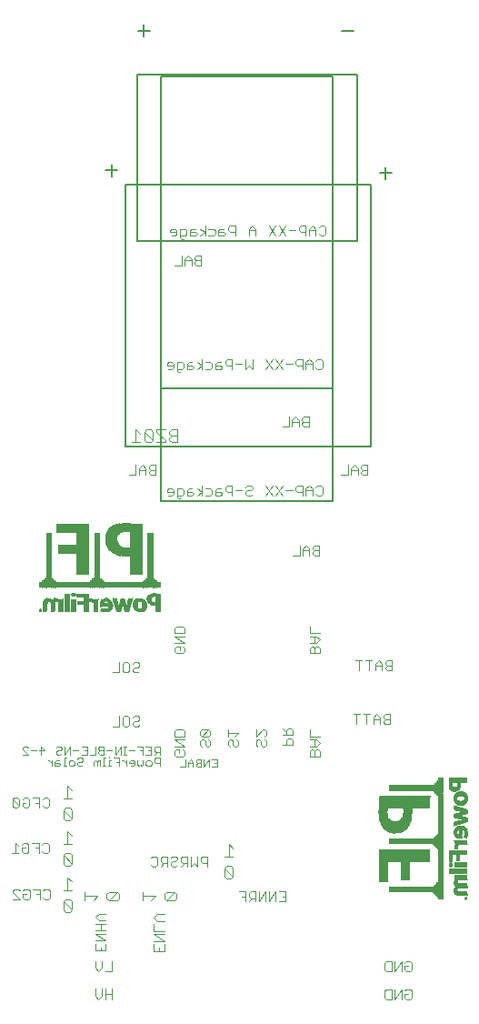
<source format=gbo>
G75*
%MOIN*%
%OFA0B0*%
%FSLAX25Y25*%
%IPPOS*%
%LPD*%
%AMOC8*
5,1,8,0,0,1.08239X$1,22.5*
%
%ADD10C,0.00300*%
%ADD11C,0.00600*%
%ADD12R,0.06600X0.00050*%
%ADD13R,0.01900X0.00050*%
%ADD14R,0.06650X0.00050*%
%ADD15R,0.06700X0.00050*%
%ADD16R,0.06750X0.00050*%
%ADD17R,0.01950X0.00050*%
%ADD18R,0.02000X0.00050*%
%ADD19R,0.02050X0.00050*%
%ADD20R,0.02100X0.00050*%
%ADD21R,0.02150X0.00050*%
%ADD22R,0.02200X0.00050*%
%ADD23R,0.02250X0.00050*%
%ADD24R,0.02300X0.00050*%
%ADD25R,0.02350X0.00050*%
%ADD26R,0.02400X0.00050*%
%ADD27R,0.02450X0.00050*%
%ADD28R,0.06800X0.00050*%
%ADD29R,0.02500X0.00050*%
%ADD30R,0.02550X0.00050*%
%ADD31R,0.02600X0.00050*%
%ADD32R,0.01250X0.00050*%
%ADD33R,0.01200X0.00050*%
%ADD34R,0.02650X0.00050*%
%ADD35R,0.02700X0.00050*%
%ADD36R,0.02750X0.00050*%
%ADD37R,0.02800X0.00050*%
%ADD38R,0.02850X0.00050*%
%ADD39R,0.02900X0.00050*%
%ADD40R,0.02950X0.00050*%
%ADD41R,0.03000X0.00050*%
%ADD42R,0.03050X0.00050*%
%ADD43R,0.03100X0.00050*%
%ADD44R,0.03150X0.00050*%
%ADD45R,0.03200X0.00050*%
%ADD46R,0.03250X0.00050*%
%ADD47R,0.03300X0.00050*%
%ADD48R,0.03350X0.00050*%
%ADD49R,0.03400X0.00050*%
%ADD50R,0.03450X0.00050*%
%ADD51R,0.03500X0.00050*%
%ADD52R,0.19800X0.00050*%
%ADD53R,0.01300X0.00050*%
%ADD54R,0.19850X0.00050*%
%ADD55R,0.01350X0.00050*%
%ADD56R,0.01400X0.00050*%
%ADD57R,0.01450X0.00050*%
%ADD58R,0.01500X0.00050*%
%ADD59R,0.01550X0.00050*%
%ADD60R,0.01600X0.00050*%
%ADD61R,0.01700X0.00050*%
%ADD62R,0.01800X0.00050*%
%ADD63R,0.04050X0.00050*%
%ADD64R,0.04000X0.00050*%
%ADD65R,0.03950X0.00050*%
%ADD66R,0.03900X0.00050*%
%ADD67R,0.03850X0.00050*%
%ADD68R,0.03750X0.00050*%
%ADD69R,0.03650X0.00050*%
%ADD70R,0.03600X0.00050*%
%ADD71R,0.03550X0.00050*%
%ADD72R,0.03800X0.00050*%
%ADD73R,0.03700X0.00050*%
%ADD74R,0.01650X0.00050*%
%ADD75R,0.01000X0.00050*%
%ADD76R,0.00050X0.00050*%
%ADD77R,0.00850X0.00050*%
%ADD78R,0.01750X0.00050*%
%ADD79R,0.04100X0.00050*%
%ADD80R,0.04200X0.00050*%
%ADD81R,0.04300X0.00050*%
%ADD82R,0.04400X0.00050*%
%ADD83R,0.04500X0.00050*%
%ADD84R,0.04600X0.00050*%
%ADD85R,0.04700X0.00050*%
%ADD86R,0.04800X0.00050*%
%ADD87R,0.18600X0.00050*%
%ADD88R,0.01850X0.00050*%
%ADD89R,0.18650X0.00050*%
%ADD90R,0.01150X0.00050*%
%ADD91R,0.18700X0.00050*%
%ADD92R,0.01100X0.00050*%
%ADD93R,0.18750X0.00050*%
%ADD94R,0.18800X0.00050*%
%ADD95R,0.04750X0.00050*%
%ADD96R,0.04650X0.00050*%
%ADD97R,0.18850X0.00050*%
%ADD98R,0.04550X0.00050*%
%ADD99R,0.04450X0.00050*%
%ADD100R,0.04350X0.00050*%
%ADD101R,0.04250X0.00050*%
%ADD102R,0.04150X0.00050*%
%ADD103R,0.18900X0.00050*%
%ADD104R,0.00750X0.00050*%
%ADD105R,0.00200X0.00050*%
%ADD106R,0.00400X0.00050*%
%ADD107R,0.00550X0.00050*%
%ADD108R,0.00700X0.00050*%
%ADD109R,0.18950X0.00050*%
%ADD110R,0.00900X0.00050*%
%ADD111R,0.01050X0.00050*%
%ADD112R,0.04900X0.00050*%
%ADD113R,0.04850X0.00050*%
%ADD114R,0.05000X0.00050*%
%ADD115R,0.04950X0.00050*%
%ADD116R,0.05150X0.00050*%
%ADD117R,0.05450X0.00050*%
%ADD118R,0.05650X0.00050*%
%ADD119R,0.11400X0.00050*%
%ADD120R,0.11300X0.00050*%
%ADD121R,0.11250X0.00050*%
%ADD122R,0.11200X0.00050*%
%ADD123R,0.11150X0.00050*%
%ADD124R,0.11100X0.00050*%
%ADD125R,0.11050X0.00050*%
%ADD126R,0.10950X0.00050*%
%ADD127R,0.10900X0.00050*%
%ADD128R,0.10850X0.00050*%
%ADD129R,0.10750X0.00050*%
%ADD130R,0.10650X0.00050*%
%ADD131R,0.10550X0.00050*%
%ADD132R,0.10500X0.00050*%
%ADD133R,0.10450X0.00050*%
%ADD134R,0.10400X0.00050*%
%ADD135R,0.10350X0.00050*%
%ADD136R,0.10250X0.00050*%
%ADD137R,0.10200X0.00050*%
%ADD138R,0.10150X0.00050*%
%ADD139R,0.10100X0.00050*%
%ADD140R,0.10000X0.00050*%
%ADD141R,0.00250X0.00050*%
%ADD142R,0.00600X0.00050*%
%ADD143R,0.09900X0.00050*%
%ADD144R,0.09800X0.00050*%
%ADD145R,0.09700X0.00050*%
%ADD146R,0.09600X0.00050*%
%ADD147R,0.09500X0.00050*%
%ADD148R,0.09450X0.00050*%
%ADD149R,0.09400X0.00050*%
%ADD150R,0.09300X0.00050*%
%ADD151R,0.09200X0.00050*%
%ADD152R,0.09150X0.00050*%
%ADD153R,0.09050X0.00050*%
%ADD154R,0.09000X0.00050*%
%ADD155R,0.08900X0.00050*%
%ADD156R,0.08800X0.00050*%
%ADD157R,0.08700X0.00050*%
%ADD158R,0.08600X0.00050*%
%ADD159R,0.08550X0.00050*%
%ADD160R,0.08450X0.00050*%
%ADD161R,0.08350X0.00050*%
%ADD162R,0.08250X0.00050*%
%ADD163R,0.08150X0.00050*%
%ADD164R,0.08050X0.00050*%
%ADD165R,0.07950X0.00050*%
%ADD166R,0.07850X0.00050*%
%ADD167R,0.07700X0.00050*%
%ADD168R,0.07600X0.00050*%
%ADD169R,0.07500X0.00050*%
%ADD170R,0.07350X0.00050*%
%ADD171R,0.07250X0.00050*%
%ADD172R,0.07100X0.00050*%
%ADD173R,0.06950X0.00050*%
%ADD174R,0.06550X0.00050*%
%ADD175R,0.06350X0.00050*%
%ADD176R,0.06150X0.00050*%
%ADD177R,0.05950X0.00050*%
%ADD178R,0.05850X0.00050*%
%ADD179R,0.05600X0.00050*%
%ADD180R,0.05400X0.00050*%
%ADD181R,0.05200X0.00050*%
%ADD182R,0.00950X0.00050*%
%ADD183R,0.00150X0.00050*%
%ADD184R,0.00300X0.00050*%
%ADD185R,0.00650X0.00050*%
%ADD186R,0.00800X0.00050*%
%ADD187R,0.00100X0.00050*%
%ADD188R,0.00450X0.00050*%
%ADD189R,0.00500X0.00050*%
%ADD190R,0.00050X0.06600*%
%ADD191R,0.00050X0.01900*%
%ADD192R,0.00050X0.06650*%
%ADD193R,0.00050X0.06700*%
%ADD194R,0.00050X0.06750*%
%ADD195R,0.00050X0.01950*%
%ADD196R,0.00050X0.02000*%
%ADD197R,0.00050X0.02050*%
%ADD198R,0.00050X0.02100*%
%ADD199R,0.00050X0.02150*%
%ADD200R,0.00050X0.02200*%
%ADD201R,0.00050X0.02250*%
%ADD202R,0.00050X0.02300*%
%ADD203R,0.00050X0.02350*%
%ADD204R,0.00050X0.02400*%
%ADD205R,0.00050X0.02450*%
%ADD206R,0.00050X0.06800*%
%ADD207R,0.00050X0.02500*%
%ADD208R,0.00050X0.02550*%
%ADD209R,0.00050X0.02600*%
%ADD210R,0.00050X0.01250*%
%ADD211R,0.00050X0.01200*%
%ADD212R,0.00050X0.02650*%
%ADD213R,0.00050X0.02700*%
%ADD214R,0.00050X0.02750*%
%ADD215R,0.00050X0.02800*%
%ADD216R,0.00050X0.02850*%
%ADD217R,0.00050X0.02900*%
%ADD218R,0.00050X0.02950*%
%ADD219R,0.00050X0.03000*%
%ADD220R,0.00050X0.03050*%
%ADD221R,0.00050X0.03100*%
%ADD222R,0.00050X0.03150*%
%ADD223R,0.00050X0.03200*%
%ADD224R,0.00050X0.03250*%
%ADD225R,0.00050X0.03300*%
%ADD226R,0.00050X0.03350*%
%ADD227R,0.00050X0.03400*%
%ADD228R,0.00050X0.03450*%
%ADD229R,0.00050X0.03500*%
%ADD230R,0.00050X0.19800*%
%ADD231R,0.00050X0.01300*%
%ADD232R,0.00050X0.19850*%
%ADD233R,0.00050X0.01350*%
%ADD234R,0.00050X0.01400*%
%ADD235R,0.00050X0.01450*%
%ADD236R,0.00050X0.01500*%
%ADD237R,0.00050X0.01550*%
%ADD238R,0.00050X0.01600*%
%ADD239R,0.00050X0.01700*%
%ADD240R,0.00050X0.01800*%
%ADD241R,0.00050X0.04050*%
%ADD242R,0.00050X0.04000*%
%ADD243R,0.00050X0.03950*%
%ADD244R,0.00050X0.03900*%
%ADD245R,0.00050X0.03850*%
%ADD246R,0.00050X0.03750*%
%ADD247R,0.00050X0.03650*%
%ADD248R,0.00050X0.03600*%
%ADD249R,0.00050X0.03550*%
%ADD250R,0.00050X0.03800*%
%ADD251R,0.00050X0.03700*%
%ADD252R,0.00050X0.01650*%
%ADD253R,0.00050X0.01000*%
%ADD254R,0.00050X0.00850*%
%ADD255R,0.00050X0.01750*%
%ADD256R,0.00050X0.04100*%
%ADD257R,0.00050X0.04200*%
%ADD258R,0.00050X0.04300*%
%ADD259R,0.00050X0.04400*%
%ADD260R,0.00050X0.04500*%
%ADD261R,0.00050X0.04600*%
%ADD262R,0.00050X0.04700*%
%ADD263R,0.00050X0.04800*%
%ADD264R,0.00050X0.18600*%
%ADD265R,0.00050X0.01850*%
%ADD266R,0.00050X0.18650*%
%ADD267R,0.00050X0.01150*%
%ADD268R,0.00050X0.18700*%
%ADD269R,0.00050X0.01100*%
%ADD270R,0.00050X0.18750*%
%ADD271R,0.00050X0.18800*%
%ADD272R,0.00050X0.04750*%
%ADD273R,0.00050X0.04650*%
%ADD274R,0.00050X0.18850*%
%ADD275R,0.00050X0.04550*%
%ADD276R,0.00050X0.04450*%
%ADD277R,0.00050X0.04350*%
%ADD278R,0.00050X0.04250*%
%ADD279R,0.00050X0.04150*%
%ADD280R,0.00050X0.18900*%
%ADD281R,0.00050X0.00750*%
%ADD282R,0.00050X0.00200*%
%ADD283R,0.00050X0.00400*%
%ADD284R,0.00050X0.00550*%
%ADD285R,0.00050X0.00700*%
%ADD286R,0.00050X0.18950*%
%ADD287R,0.00050X0.00900*%
%ADD288R,0.00050X0.01050*%
%ADD289R,0.00050X0.04900*%
%ADD290R,0.00050X0.04850*%
%ADD291R,0.00050X0.05000*%
%ADD292R,0.00050X0.04950*%
%ADD293R,0.00050X0.05150*%
%ADD294R,0.00050X0.05450*%
%ADD295R,0.00050X0.05650*%
%ADD296R,0.00050X0.11400*%
%ADD297R,0.00050X0.11300*%
%ADD298R,0.00050X0.11250*%
%ADD299R,0.00050X0.11200*%
%ADD300R,0.00050X0.11150*%
%ADD301R,0.00050X0.11100*%
%ADD302R,0.00050X0.11050*%
%ADD303R,0.00050X0.10950*%
%ADD304R,0.00050X0.10900*%
%ADD305R,0.00050X0.10850*%
%ADD306R,0.00050X0.10750*%
%ADD307R,0.00050X0.10650*%
%ADD308R,0.00050X0.10550*%
%ADD309R,0.00050X0.10500*%
%ADD310R,0.00050X0.10450*%
%ADD311R,0.00050X0.10400*%
%ADD312R,0.00050X0.10350*%
%ADD313R,0.00050X0.10250*%
%ADD314R,0.00050X0.10200*%
%ADD315R,0.00050X0.10150*%
%ADD316R,0.00050X0.10100*%
%ADD317R,0.00050X0.10000*%
%ADD318R,0.00050X0.00250*%
%ADD319R,0.00050X0.00600*%
%ADD320R,0.00050X0.09900*%
%ADD321R,0.00050X0.09800*%
%ADD322R,0.00050X0.09700*%
%ADD323R,0.00050X0.09600*%
%ADD324R,0.00050X0.09500*%
%ADD325R,0.00050X0.09450*%
%ADD326R,0.00050X0.09400*%
%ADD327R,0.00050X0.09300*%
%ADD328R,0.00050X0.09200*%
%ADD329R,0.00050X0.09150*%
%ADD330R,0.00050X0.09050*%
%ADD331R,0.00050X0.09000*%
%ADD332R,0.00050X0.08900*%
%ADD333R,0.00050X0.08800*%
%ADD334R,0.00050X0.08700*%
%ADD335R,0.00050X0.08600*%
%ADD336R,0.00050X0.08550*%
%ADD337R,0.00050X0.08450*%
%ADD338R,0.00050X0.08350*%
%ADD339R,0.00050X0.08250*%
%ADD340R,0.00050X0.08150*%
%ADD341R,0.00050X0.08050*%
%ADD342R,0.00050X0.07950*%
%ADD343R,0.00050X0.07850*%
%ADD344R,0.00050X0.07700*%
%ADD345R,0.00050X0.07600*%
%ADD346R,0.00050X0.07500*%
%ADD347R,0.00050X0.07350*%
%ADD348R,0.00050X0.07250*%
%ADD349R,0.00050X0.07100*%
%ADD350R,0.00050X0.06950*%
%ADD351R,0.00050X0.06550*%
%ADD352R,0.00050X0.06350*%
%ADD353R,0.00050X0.06150*%
%ADD354R,0.00050X0.05950*%
%ADD355R,0.00050X0.05850*%
%ADD356R,0.00050X0.05600*%
%ADD357R,0.00050X0.05400*%
%ADD358R,0.00050X0.05200*%
%ADD359R,0.00050X0.00950*%
%ADD360R,0.00050X0.00150*%
%ADD361R,0.00050X0.00300*%
%ADD362R,0.00050X0.00650*%
%ADD363R,0.00050X0.00800*%
%ADD364R,0.00050X0.00100*%
%ADD365R,0.00050X0.00450*%
%ADD366R,0.00050X0.00500*%
%ADD367C,0.00400*%
%ADD368C,0.00500*%
D10*
X0018218Y0042989D02*
X0020687Y0042989D01*
X0018218Y0045457D01*
X0018218Y0046075D01*
X0018835Y0046692D01*
X0020070Y0046692D01*
X0020687Y0046075D01*
X0021901Y0046075D02*
X0022519Y0046692D01*
X0023753Y0046692D01*
X0024370Y0046075D01*
X0024370Y0043606D01*
X0023753Y0042989D01*
X0022519Y0042989D01*
X0021901Y0043606D01*
X0021901Y0044840D01*
X0023136Y0044840D01*
X0025585Y0046692D02*
X0028053Y0046692D01*
X0028053Y0042989D01*
X0029268Y0043606D02*
X0029885Y0042989D01*
X0031119Y0042989D01*
X0031736Y0043606D01*
X0031736Y0046075D01*
X0031119Y0046692D01*
X0029885Y0046692D01*
X0029268Y0046075D01*
X0028053Y0044840D02*
X0026819Y0044840D01*
X0027660Y0059918D02*
X0027660Y0063621D01*
X0025191Y0063621D01*
X0023976Y0063004D02*
X0023976Y0060535D01*
X0023359Y0059918D01*
X0022125Y0059918D01*
X0021508Y0060535D01*
X0021508Y0061769D01*
X0022742Y0061769D01*
X0021508Y0063004D02*
X0022125Y0063621D01*
X0023359Y0063621D01*
X0023976Y0063004D01*
X0026425Y0061769D02*
X0027660Y0061769D01*
X0028874Y0060535D02*
X0029491Y0059918D01*
X0030726Y0059918D01*
X0031343Y0060535D01*
X0031343Y0063004D01*
X0030726Y0063621D01*
X0029491Y0063621D01*
X0028874Y0063004D01*
X0029688Y0076453D02*
X0029071Y0077070D01*
X0029688Y0076453D02*
X0030922Y0076453D01*
X0031540Y0077070D01*
X0031540Y0079539D01*
X0030922Y0080156D01*
X0029688Y0080156D01*
X0029071Y0079539D01*
X0027856Y0080156D02*
X0027856Y0076453D01*
X0027856Y0078305D02*
X0026622Y0078305D01*
X0027856Y0080156D02*
X0025388Y0080156D01*
X0024173Y0079539D02*
X0024173Y0077070D01*
X0023556Y0076453D01*
X0022322Y0076453D01*
X0021705Y0077070D01*
X0021705Y0078305D01*
X0022939Y0078305D01*
X0024173Y0079539D02*
X0023556Y0080156D01*
X0022322Y0080156D01*
X0021705Y0079539D01*
X0020490Y0079539D02*
X0019873Y0080156D01*
X0018639Y0080156D01*
X0018021Y0079539D01*
X0020490Y0077070D01*
X0019873Y0076453D01*
X0018639Y0076453D01*
X0018021Y0077070D01*
X0018021Y0079539D01*
X0020490Y0079539D02*
X0020490Y0077070D01*
X0019059Y0063621D02*
X0019059Y0059918D01*
X0020293Y0059918D02*
X0017825Y0059918D01*
X0020293Y0062386D02*
X0019059Y0063621D01*
X0032547Y0091807D02*
X0032547Y0093840D01*
X0032547Y0092824D02*
X0031530Y0093840D01*
X0031022Y0093840D01*
X0033595Y0093332D02*
X0033595Y0091807D01*
X0035120Y0091807D01*
X0035628Y0092316D01*
X0035120Y0092824D01*
X0033595Y0092824D01*
X0033595Y0093332D02*
X0034103Y0093840D01*
X0035120Y0093840D01*
X0035612Y0095941D02*
X0036120Y0096450D01*
X0035612Y0095941D02*
X0034595Y0095941D01*
X0034087Y0096450D01*
X0034087Y0096958D01*
X0034595Y0097466D01*
X0035612Y0097466D01*
X0036120Y0097974D01*
X0036120Y0098482D01*
X0035612Y0098990D01*
X0034595Y0098990D01*
X0034087Y0098482D01*
X0037168Y0098990D02*
X0037168Y0095941D01*
X0039201Y0098990D01*
X0039201Y0095941D01*
X0040250Y0097466D02*
X0042282Y0097466D01*
X0043331Y0098990D02*
X0045364Y0098990D01*
X0045364Y0095941D01*
X0043331Y0095941D01*
X0043337Y0094857D02*
X0043845Y0094348D01*
X0043845Y0093840D01*
X0043337Y0093332D01*
X0042320Y0093332D01*
X0041812Y0092824D01*
X0041812Y0092316D01*
X0042320Y0091807D01*
X0043337Y0091807D01*
X0043845Y0092316D01*
X0043337Y0094857D02*
X0042320Y0094857D01*
X0041812Y0094348D01*
X0040764Y0093332D02*
X0040764Y0092316D01*
X0040255Y0091807D01*
X0039239Y0091807D01*
X0038731Y0092316D01*
X0038731Y0093332D01*
X0039239Y0093840D01*
X0040255Y0093840D01*
X0040764Y0093332D01*
X0037682Y0091807D02*
X0036666Y0091807D01*
X0037174Y0091807D02*
X0037174Y0094857D01*
X0037682Y0094857D01*
X0044348Y0097466D02*
X0045364Y0097466D01*
X0046413Y0095941D02*
X0048445Y0095941D01*
X0048445Y0098990D01*
X0049494Y0098482D02*
X0049494Y0097974D01*
X0050002Y0097466D01*
X0051527Y0097466D01*
X0052575Y0097466D02*
X0054608Y0097466D01*
X0055657Y0095941D02*
X0055657Y0098990D01*
X0057689Y0098990D02*
X0055657Y0095941D01*
X0055165Y0094857D02*
X0057198Y0094857D01*
X0057198Y0091807D01*
X0057198Y0093332D02*
X0056181Y0093332D01*
X0058241Y0093840D02*
X0058749Y0093840D01*
X0059765Y0092824D01*
X0059765Y0093840D02*
X0059765Y0091807D01*
X0060814Y0092824D02*
X0062847Y0092824D01*
X0062847Y0093332D02*
X0062339Y0093840D01*
X0061322Y0093840D01*
X0060814Y0093332D01*
X0060814Y0092824D01*
X0061322Y0091807D02*
X0062339Y0091807D01*
X0062847Y0092316D01*
X0062847Y0093332D01*
X0063895Y0093840D02*
X0063895Y0092316D01*
X0064404Y0091807D01*
X0064912Y0092316D01*
X0065420Y0091807D01*
X0065928Y0092316D01*
X0065928Y0093840D01*
X0066977Y0093332D02*
X0067485Y0093840D01*
X0068501Y0093840D01*
X0069009Y0093332D01*
X0069009Y0092316D01*
X0068501Y0091807D01*
X0067485Y0091807D01*
X0066977Y0092316D01*
X0066977Y0093332D01*
X0066955Y0095941D02*
X0068988Y0095941D01*
X0068988Y0098990D01*
X0066955Y0098990D01*
X0065906Y0098990D02*
X0063874Y0098990D01*
X0064890Y0097466D02*
X0065906Y0097466D01*
X0065906Y0098990D02*
X0065906Y0095941D01*
X0067971Y0097466D02*
X0068988Y0097466D01*
X0070036Y0097466D02*
X0070545Y0096958D01*
X0072069Y0096958D01*
X0071053Y0096958D02*
X0070036Y0095941D01*
X0070566Y0094857D02*
X0070058Y0094348D01*
X0070058Y0093332D01*
X0070566Y0092824D01*
X0072091Y0092824D01*
X0072091Y0091807D02*
X0072091Y0094857D01*
X0070566Y0094857D01*
X0072069Y0095941D02*
X0072069Y0098990D01*
X0070545Y0098990D01*
X0070036Y0098482D01*
X0070036Y0097466D01*
X0063993Y0106374D02*
X0064610Y0106992D01*
X0063993Y0106374D02*
X0062759Y0106374D01*
X0062142Y0106992D01*
X0062142Y0107609D01*
X0062759Y0108226D01*
X0063993Y0108226D01*
X0064610Y0108843D01*
X0064610Y0109460D01*
X0063993Y0110078D01*
X0062759Y0110078D01*
X0062142Y0109460D01*
X0060927Y0109460D02*
X0060927Y0106992D01*
X0060310Y0106374D01*
X0059076Y0106374D01*
X0058459Y0106992D01*
X0058459Y0109460D01*
X0059076Y0110078D01*
X0060310Y0110078D01*
X0060927Y0109460D01*
X0057244Y0110078D02*
X0057244Y0106374D01*
X0054775Y0106374D01*
X0057689Y0098990D02*
X0057689Y0095941D01*
X0058727Y0095941D02*
X0059744Y0095941D01*
X0059235Y0095941D02*
X0059235Y0098990D01*
X0058727Y0098990D02*
X0059744Y0098990D01*
X0060792Y0097466D02*
X0062825Y0097466D01*
X0054116Y0093840D02*
X0053608Y0093840D01*
X0053608Y0091807D01*
X0054116Y0091807D02*
X0053100Y0091807D01*
X0052062Y0091807D02*
X0051046Y0091807D01*
X0051554Y0091807D02*
X0051554Y0094857D01*
X0052062Y0094857D01*
X0051527Y0095941D02*
X0050002Y0095941D01*
X0049494Y0096450D01*
X0049494Y0096958D01*
X0050002Y0097466D01*
X0049494Y0098482D02*
X0050002Y0098990D01*
X0051527Y0098990D01*
X0051527Y0095941D01*
X0053608Y0095365D02*
X0053608Y0094857D01*
X0050008Y0093840D02*
X0050008Y0091807D01*
X0048991Y0091807D02*
X0048991Y0093332D01*
X0048483Y0093840D01*
X0047975Y0093332D01*
X0047975Y0091807D01*
X0048991Y0093332D02*
X0049499Y0093840D01*
X0050008Y0093840D01*
X0054775Y0126059D02*
X0057244Y0126059D01*
X0057244Y0129763D01*
X0058459Y0129145D02*
X0059076Y0129763D01*
X0060310Y0129763D01*
X0060927Y0129145D01*
X0060927Y0126677D01*
X0060310Y0126059D01*
X0059076Y0126059D01*
X0058459Y0126677D01*
X0058459Y0129145D01*
X0062142Y0129145D02*
X0062759Y0129763D01*
X0063993Y0129763D01*
X0064610Y0129145D01*
X0064610Y0128528D01*
X0063993Y0127911D01*
X0062759Y0127911D01*
X0062142Y0127294D01*
X0062142Y0126677D01*
X0062759Y0126059D01*
X0063993Y0126059D01*
X0064610Y0126677D01*
X0077509Y0133763D02*
X0077509Y0134998D01*
X0078126Y0135615D01*
X0079360Y0135615D01*
X0079360Y0134380D01*
X0078126Y0133146D02*
X0077509Y0133763D01*
X0078126Y0133146D02*
X0080595Y0133146D01*
X0081212Y0133763D01*
X0081212Y0134998D01*
X0080595Y0135615D01*
X0081212Y0136829D02*
X0077509Y0139298D01*
X0081212Y0139298D01*
X0081212Y0140512D02*
X0081212Y0142364D01*
X0080595Y0142981D01*
X0078126Y0142981D01*
X0077509Y0142364D01*
X0077509Y0140512D01*
X0081212Y0140512D01*
X0081212Y0136829D02*
X0077509Y0136829D01*
X0078063Y0105160D02*
X0080532Y0105160D01*
X0081149Y0104543D01*
X0081149Y0102691D01*
X0077446Y0102691D01*
X0077446Y0104543D01*
X0078063Y0105160D01*
X0077446Y0101477D02*
X0081149Y0101477D01*
X0081149Y0099008D02*
X0077446Y0101477D01*
X0077446Y0099008D02*
X0081149Y0099008D01*
X0080532Y0097794D02*
X0081149Y0097177D01*
X0081149Y0095942D01*
X0080532Y0095325D01*
X0078063Y0095325D01*
X0077446Y0095942D01*
X0077446Y0097177D01*
X0078063Y0097794D01*
X0079298Y0097794D01*
X0079298Y0096559D01*
X0081368Y0094316D02*
X0081368Y0091414D01*
X0079433Y0091414D01*
X0082379Y0091414D02*
X0082379Y0093349D01*
X0083347Y0094316D01*
X0084314Y0093349D01*
X0084314Y0091414D01*
X0085326Y0091898D02*
X0085326Y0092381D01*
X0085810Y0092865D01*
X0087261Y0092865D01*
X0087261Y0091414D02*
X0087261Y0094316D01*
X0085810Y0094316D01*
X0085326Y0093833D01*
X0085326Y0093349D01*
X0085810Y0092865D01*
X0085326Y0091898D02*
X0085810Y0091414D01*
X0087261Y0091414D01*
X0088272Y0091414D02*
X0088272Y0094316D01*
X0090207Y0094316D02*
X0088272Y0091414D01*
X0090207Y0091414D02*
X0090207Y0094316D01*
X0091219Y0094316D02*
X0093154Y0094316D01*
X0093154Y0091414D01*
X0091219Y0091414D01*
X0092186Y0092865D02*
X0093154Y0092865D01*
X0089981Y0099008D02*
X0090598Y0099625D01*
X0090598Y0100860D01*
X0089981Y0101477D01*
X0089981Y0102691D02*
X0090598Y0103308D01*
X0090598Y0104543D01*
X0089981Y0105160D01*
X0087512Y0102691D01*
X0086895Y0103308D01*
X0086895Y0104543D01*
X0087512Y0105160D01*
X0089981Y0105160D01*
X0089981Y0102691D02*
X0087512Y0102691D01*
X0087512Y0101477D02*
X0086895Y0100860D01*
X0086895Y0099625D01*
X0087512Y0099008D01*
X0088746Y0099625D02*
X0088746Y0100860D01*
X0088129Y0101477D01*
X0087512Y0101477D01*
X0088746Y0099625D02*
X0089364Y0099008D01*
X0089981Y0099008D01*
X0084314Y0092865D02*
X0082379Y0092865D01*
X0097131Y0099625D02*
X0097748Y0099008D01*
X0097131Y0099625D02*
X0097131Y0100860D01*
X0097748Y0101477D01*
X0098365Y0101477D01*
X0098983Y0100860D01*
X0098983Y0099625D01*
X0099600Y0099008D01*
X0100217Y0099008D01*
X0100834Y0099625D01*
X0100834Y0100860D01*
X0100217Y0101477D01*
X0099600Y0102691D02*
X0100834Y0103926D01*
X0097131Y0103926D01*
X0097131Y0105160D02*
X0097131Y0102691D01*
X0107367Y0102691D02*
X0109836Y0105160D01*
X0110453Y0105160D01*
X0111070Y0104543D01*
X0111070Y0103308D01*
X0110453Y0102691D01*
X0110453Y0101477D02*
X0111070Y0100860D01*
X0111070Y0099625D01*
X0110453Y0099008D01*
X0109836Y0099008D01*
X0109219Y0099625D01*
X0109219Y0100860D01*
X0108602Y0101477D01*
X0107984Y0101477D01*
X0107367Y0100860D01*
X0107367Y0099625D01*
X0107984Y0099008D01*
X0107367Y0102691D02*
X0107367Y0105160D01*
X0117210Y0105554D02*
X0118444Y0104319D01*
X0118444Y0104937D02*
X0118444Y0103085D01*
X0117210Y0103085D02*
X0120913Y0103085D01*
X0120913Y0104937D01*
X0120296Y0105554D01*
X0119061Y0105554D01*
X0118444Y0104937D01*
X0119061Y0101871D02*
X0118444Y0101253D01*
X0118444Y0099402D01*
X0117210Y0099402D02*
X0120913Y0099402D01*
X0120913Y0101253D01*
X0120296Y0101871D01*
X0119061Y0101871D01*
X0127052Y0101477D02*
X0129521Y0101477D01*
X0130755Y0100243D01*
X0129521Y0099008D01*
X0127052Y0099008D01*
X0127669Y0097794D02*
X0127052Y0097177D01*
X0127052Y0095325D01*
X0130755Y0095325D01*
X0130755Y0097177D01*
X0130138Y0097794D01*
X0129521Y0097794D01*
X0128904Y0097177D01*
X0128904Y0095325D01*
X0128904Y0097177D02*
X0128287Y0097794D01*
X0127669Y0097794D01*
X0128904Y0099008D02*
X0128904Y0101477D01*
X0130755Y0102691D02*
X0127052Y0102691D01*
X0127052Y0105160D01*
X0127115Y0133146D02*
X0127115Y0134998D01*
X0127732Y0135615D01*
X0128350Y0135615D01*
X0128967Y0134998D01*
X0128967Y0133146D01*
X0130818Y0133146D02*
X0130818Y0134998D01*
X0130201Y0135615D01*
X0129584Y0135615D01*
X0128967Y0134998D01*
X0128967Y0136829D02*
X0128967Y0139298D01*
X0129584Y0139298D02*
X0127115Y0139298D01*
X0127115Y0140512D02*
X0127115Y0142981D01*
X0127115Y0140512D02*
X0130818Y0140512D01*
X0129584Y0139298D02*
X0130818Y0138064D01*
X0129584Y0136829D01*
X0127115Y0136829D01*
X0127115Y0133146D02*
X0130818Y0133146D01*
X0143778Y0130487D02*
X0146246Y0130487D01*
X0147461Y0130487D02*
X0149930Y0130487D01*
X0148695Y0130487D02*
X0148695Y0126784D01*
X0151144Y0126784D02*
X0151144Y0129253D01*
X0152378Y0130487D01*
X0153613Y0129253D01*
X0153613Y0126784D01*
X0154827Y0127401D02*
X0155444Y0126784D01*
X0157296Y0126784D01*
X0157296Y0130487D01*
X0155444Y0130487D01*
X0154827Y0129870D01*
X0154827Y0129253D01*
X0155444Y0128635D01*
X0157296Y0128635D01*
X0155444Y0128635D02*
X0154827Y0128018D01*
X0154827Y0127401D01*
X0153613Y0128635D02*
X0151144Y0128635D01*
X0145012Y0126784D02*
X0145012Y0130487D01*
X0145459Y0110802D02*
X0142990Y0110802D01*
X0144225Y0110802D02*
X0144225Y0107099D01*
X0146673Y0110802D02*
X0149142Y0110802D01*
X0147908Y0110802D02*
X0147908Y0107099D01*
X0150357Y0107099D02*
X0150357Y0109568D01*
X0151591Y0110802D01*
X0152825Y0109568D01*
X0152825Y0107099D01*
X0154040Y0107716D02*
X0154657Y0107099D01*
X0156508Y0107099D01*
X0156508Y0110802D01*
X0154657Y0110802D01*
X0154040Y0110185D01*
X0154040Y0109568D01*
X0154657Y0108950D01*
X0156508Y0108950D01*
X0154657Y0108950D02*
X0154040Y0108333D01*
X0154040Y0107716D01*
X0152825Y0108950D02*
X0150357Y0108950D01*
X0130604Y0168973D02*
X0128784Y0168973D01*
X0128177Y0169580D01*
X0128177Y0170186D01*
X0128784Y0170793D01*
X0130604Y0170793D01*
X0130604Y0168973D02*
X0130604Y0172613D01*
X0128784Y0172613D01*
X0128177Y0172006D01*
X0128177Y0171400D01*
X0128784Y0170793D01*
X0126979Y0170793D02*
X0124552Y0170793D01*
X0124552Y0171400D02*
X0124552Y0168973D01*
X0123354Y0168973D02*
X0120927Y0168973D01*
X0123354Y0168973D02*
X0123354Y0172613D01*
X0124552Y0171400D02*
X0125766Y0172613D01*
X0126979Y0171400D01*
X0126979Y0168973D01*
X0128102Y0190957D02*
X0128102Y0193426D01*
X0126868Y0194660D01*
X0125633Y0193426D01*
X0125633Y0190957D01*
X0124419Y0190957D02*
X0124419Y0194660D01*
X0122567Y0194660D01*
X0121950Y0194043D01*
X0121950Y0192809D01*
X0122567Y0192191D01*
X0124419Y0192191D01*
X0125633Y0192809D02*
X0128102Y0192809D01*
X0129316Y0194043D02*
X0129934Y0194660D01*
X0131168Y0194660D01*
X0131785Y0194043D01*
X0131785Y0191574D01*
X0131168Y0190957D01*
X0129934Y0190957D01*
X0129316Y0191574D01*
X0120736Y0192809D02*
X0118267Y0192809D01*
X0117053Y0194660D02*
X0114584Y0190957D01*
X0113370Y0190957D02*
X0110901Y0194660D01*
X0113370Y0194660D02*
X0110901Y0190957D01*
X0106003Y0191574D02*
X0105386Y0190957D01*
X0104152Y0190957D01*
X0103534Y0191574D01*
X0103534Y0192191D01*
X0104152Y0192809D01*
X0105386Y0192809D01*
X0106003Y0193426D01*
X0106003Y0194043D01*
X0105386Y0194660D01*
X0104152Y0194660D01*
X0103534Y0194043D01*
X0102320Y0192809D02*
X0099851Y0192809D01*
X0098637Y0192191D02*
X0096785Y0192191D01*
X0096168Y0192809D01*
X0096168Y0194043D01*
X0096785Y0194660D01*
X0098637Y0194660D01*
X0098637Y0190957D01*
X0094954Y0191574D02*
X0094337Y0190957D01*
X0092485Y0190957D01*
X0092485Y0192809D01*
X0093102Y0193426D01*
X0094337Y0193426D01*
X0094337Y0192191D02*
X0092485Y0192191D01*
X0091271Y0191574D02*
X0090653Y0190957D01*
X0088802Y0190957D01*
X0087588Y0190957D02*
X0087588Y0194660D01*
X0088802Y0193426D02*
X0090653Y0193426D01*
X0091271Y0192809D01*
X0091271Y0191574D01*
X0094337Y0192191D02*
X0094954Y0191574D01*
X0087588Y0192191D02*
X0085736Y0193426D01*
X0083901Y0193426D02*
X0082667Y0193426D01*
X0082049Y0192809D01*
X0082049Y0190957D01*
X0083901Y0190957D01*
X0084518Y0191574D01*
X0083901Y0192191D01*
X0082049Y0192191D01*
X0080835Y0191574D02*
X0080218Y0190957D01*
X0078366Y0190957D01*
X0078366Y0190340D02*
X0078366Y0193426D01*
X0080218Y0193426D01*
X0080835Y0192809D01*
X0080835Y0191574D01*
X0079601Y0189723D02*
X0078984Y0189723D01*
X0078366Y0190340D01*
X0077152Y0191574D02*
X0077152Y0192809D01*
X0076535Y0193426D01*
X0075300Y0193426D01*
X0074683Y0192809D01*
X0074683Y0192191D01*
X0077152Y0192191D01*
X0077152Y0191574D02*
X0076535Y0190957D01*
X0075300Y0190957D01*
X0070516Y0198500D02*
X0070516Y0202141D01*
X0068696Y0202141D01*
X0068089Y0201534D01*
X0068089Y0200927D01*
X0068696Y0200320D01*
X0070516Y0200320D01*
X0070516Y0198500D02*
X0068696Y0198500D01*
X0068089Y0199107D01*
X0068089Y0199714D01*
X0068696Y0200320D01*
X0066891Y0200320D02*
X0064464Y0200320D01*
X0064464Y0200927D02*
X0064464Y0198500D01*
X0063266Y0198500D02*
X0063266Y0202141D01*
X0064464Y0200927D02*
X0065678Y0202141D01*
X0066891Y0200927D01*
X0066891Y0198500D01*
X0063266Y0198500D02*
X0060839Y0198500D01*
X0075300Y0237296D02*
X0076535Y0237296D01*
X0077152Y0237913D01*
X0077152Y0239147D01*
X0076535Y0239764D01*
X0075300Y0239764D01*
X0074683Y0239147D01*
X0074683Y0238530D01*
X0077152Y0238530D01*
X0078366Y0237296D02*
X0080218Y0237296D01*
X0080835Y0237913D01*
X0080835Y0239147D01*
X0080218Y0239764D01*
X0078366Y0239764D01*
X0078366Y0236678D01*
X0078984Y0236061D01*
X0079601Y0236061D01*
X0082049Y0237296D02*
X0082049Y0239147D01*
X0082667Y0239764D01*
X0083901Y0239764D01*
X0083901Y0238530D02*
X0082049Y0238530D01*
X0082049Y0237296D02*
X0083901Y0237296D01*
X0084518Y0237913D01*
X0083901Y0238530D01*
X0085736Y0237296D02*
X0087588Y0238530D01*
X0085736Y0239764D01*
X0087588Y0240999D02*
X0087588Y0237296D01*
X0088802Y0237296D02*
X0090653Y0237296D01*
X0091271Y0237913D01*
X0091271Y0239147D01*
X0090653Y0239764D01*
X0088802Y0239764D01*
X0092485Y0239147D02*
X0092485Y0237296D01*
X0094337Y0237296D01*
X0094954Y0237913D01*
X0094337Y0238530D01*
X0092485Y0238530D01*
X0092485Y0239147D02*
X0093102Y0239764D01*
X0094337Y0239764D01*
X0096168Y0239147D02*
X0096785Y0238530D01*
X0098637Y0238530D01*
X0098637Y0237296D02*
X0098637Y0240999D01*
X0096785Y0240999D01*
X0096168Y0240382D01*
X0096168Y0239147D01*
X0099851Y0239147D02*
X0102320Y0239147D01*
X0103534Y0237296D02*
X0103534Y0240999D01*
X0104769Y0238530D02*
X0103534Y0237296D01*
X0104769Y0238530D02*
X0106003Y0237296D01*
X0106003Y0240999D01*
X0110901Y0240999D02*
X0113370Y0237296D01*
X0114584Y0237296D02*
X0117053Y0240999D01*
X0118267Y0239147D02*
X0120736Y0239147D01*
X0121950Y0239147D02*
X0122567Y0238530D01*
X0124419Y0238530D01*
X0124419Y0237296D02*
X0124419Y0240999D01*
X0122567Y0240999D01*
X0121950Y0240382D01*
X0121950Y0239147D01*
X0125633Y0239147D02*
X0128102Y0239147D01*
X0128102Y0239764D02*
X0126868Y0240999D01*
X0125633Y0239764D01*
X0125633Y0237296D01*
X0128102Y0237296D02*
X0128102Y0239764D01*
X0129316Y0240382D02*
X0129934Y0240999D01*
X0131168Y0240999D01*
X0131785Y0240382D01*
X0131785Y0237913D01*
X0131168Y0237296D01*
X0129934Y0237296D01*
X0129316Y0237913D01*
X0126667Y0219857D02*
X0124847Y0219857D01*
X0124240Y0219250D01*
X0124240Y0218644D01*
X0124847Y0218037D01*
X0126667Y0218037D01*
X0124847Y0218037D02*
X0124240Y0217430D01*
X0124240Y0216824D01*
X0124847Y0216217D01*
X0126667Y0216217D01*
X0126667Y0219857D01*
X0123042Y0218644D02*
X0123042Y0216217D01*
X0123042Y0218037D02*
X0120615Y0218037D01*
X0120615Y0218644D02*
X0120615Y0216217D01*
X0119417Y0216217D02*
X0116990Y0216217D01*
X0119417Y0216217D02*
X0119417Y0219857D01*
X0120615Y0218644D02*
X0121829Y0219857D01*
X0123042Y0218644D01*
X0117053Y0237296D02*
X0114584Y0240999D01*
X0113370Y0240999D02*
X0110901Y0237296D01*
X0114584Y0194660D02*
X0117053Y0190957D01*
X0138644Y0198500D02*
X0141070Y0198500D01*
X0141070Y0202141D01*
X0142269Y0200927D02*
X0142269Y0198500D01*
X0142269Y0200320D02*
X0144695Y0200320D01*
X0144695Y0200927D02*
X0143482Y0202141D01*
X0142269Y0200927D01*
X0144695Y0200927D02*
X0144695Y0198500D01*
X0145894Y0199107D02*
X0146501Y0198500D01*
X0148321Y0198500D01*
X0148321Y0202141D01*
X0146501Y0202141D01*
X0145894Y0201534D01*
X0145894Y0200927D01*
X0146501Y0200320D01*
X0148321Y0200320D01*
X0146501Y0200320D02*
X0145894Y0199714D01*
X0145894Y0199107D01*
X0132310Y0286233D02*
X0131075Y0286233D01*
X0130458Y0286850D01*
X0129244Y0286233D02*
X0129244Y0288701D01*
X0128009Y0289936D01*
X0126775Y0288701D01*
X0126775Y0286233D01*
X0125561Y0286233D02*
X0125561Y0289936D01*
X0123709Y0289936D01*
X0123092Y0289319D01*
X0123092Y0288084D01*
X0123709Y0287467D01*
X0125561Y0287467D01*
X0126775Y0288084D02*
X0129244Y0288084D01*
X0130458Y0289319D02*
X0131075Y0289936D01*
X0132310Y0289936D01*
X0132927Y0289319D01*
X0132927Y0286850D01*
X0132310Y0286233D01*
X0121878Y0288084D02*
X0119409Y0288084D01*
X0118194Y0286233D02*
X0115726Y0289936D01*
X0114511Y0289936D02*
X0112042Y0286233D01*
X0114511Y0286233D02*
X0112042Y0289936D01*
X0115726Y0286233D02*
X0118194Y0289936D01*
X0107145Y0288701D02*
X0107145Y0286233D01*
X0107145Y0288084D02*
X0104676Y0288084D01*
X0104676Y0288701D02*
X0104676Y0286233D01*
X0104676Y0288701D02*
X0105911Y0289936D01*
X0107145Y0288701D01*
X0099779Y0287467D02*
X0097927Y0287467D01*
X0097310Y0288084D01*
X0097310Y0289319D01*
X0097927Y0289936D01*
X0099779Y0289936D01*
X0099779Y0286233D01*
X0096096Y0286850D02*
X0095478Y0287467D01*
X0093627Y0287467D01*
X0093627Y0288084D02*
X0093627Y0286233D01*
X0095478Y0286233D01*
X0096096Y0286850D01*
X0095478Y0288701D02*
X0094244Y0288701D01*
X0093627Y0288084D01*
X0092412Y0288084D02*
X0092412Y0286850D01*
X0091795Y0286233D01*
X0089944Y0286233D01*
X0088729Y0286233D02*
X0088729Y0289936D01*
X0089944Y0288701D02*
X0091795Y0288701D01*
X0092412Y0288084D01*
X0088729Y0287467D02*
X0086878Y0288701D01*
X0085043Y0288701D02*
X0083808Y0288701D01*
X0083191Y0288084D01*
X0083191Y0286233D01*
X0085043Y0286233D01*
X0085660Y0286850D01*
X0085043Y0287467D01*
X0083191Y0287467D01*
X0081977Y0286850D02*
X0081360Y0286233D01*
X0079508Y0286233D01*
X0079508Y0285615D02*
X0079508Y0288701D01*
X0081360Y0288701D01*
X0081977Y0288084D01*
X0081977Y0286850D01*
X0080742Y0284998D02*
X0080125Y0284998D01*
X0079508Y0285615D01*
X0078294Y0286850D02*
X0078294Y0288084D01*
X0077677Y0288701D01*
X0076442Y0288701D01*
X0075825Y0288084D01*
X0075825Y0287467D01*
X0078294Y0287467D01*
X0078294Y0286850D02*
X0077677Y0286233D01*
X0076442Y0286233D01*
X0080047Y0278912D02*
X0080047Y0275272D01*
X0077620Y0275272D01*
X0081245Y0275272D02*
X0081245Y0277699D01*
X0082458Y0278912D01*
X0083672Y0277699D01*
X0083672Y0275272D01*
X0084870Y0275879D02*
X0085477Y0275272D01*
X0087297Y0275272D01*
X0087297Y0278912D01*
X0085477Y0278912D01*
X0084870Y0278305D01*
X0084870Y0277699D01*
X0085477Y0277092D01*
X0087297Y0277092D01*
X0085477Y0277092D02*
X0084870Y0276485D01*
X0084870Y0275879D01*
X0083672Y0277092D02*
X0081245Y0277092D01*
X0086878Y0286233D02*
X0088729Y0287467D01*
X0087588Y0192191D02*
X0085736Y0190957D01*
X0028432Y0098990D02*
X0029957Y0097466D01*
X0027924Y0097466D01*
X0026876Y0097466D02*
X0024843Y0097466D01*
X0023794Y0098482D02*
X0023286Y0098990D01*
X0022270Y0098990D01*
X0021762Y0098482D01*
X0021762Y0097974D01*
X0023794Y0095941D01*
X0021762Y0095941D01*
X0028432Y0095941D02*
X0028432Y0098990D01*
X0049743Y0037640D02*
X0052212Y0037640D01*
X0052212Y0035172D02*
X0049743Y0035172D01*
X0048509Y0036406D01*
X0049743Y0037640D01*
X0050360Y0033957D02*
X0050360Y0031488D01*
X0048509Y0031488D02*
X0052212Y0031488D01*
X0052212Y0030274D02*
X0048509Y0030274D01*
X0052212Y0027805D01*
X0048509Y0027805D01*
X0048509Y0026591D02*
X0048509Y0024122D01*
X0052212Y0024122D01*
X0052212Y0026591D01*
X0050360Y0025357D02*
X0050360Y0024122D01*
X0050888Y0020314D02*
X0050888Y0017845D01*
X0049654Y0016611D01*
X0048419Y0017845D01*
X0048419Y0020314D01*
X0052102Y0016611D02*
X0054571Y0016611D01*
X0054571Y0020314D01*
X0054571Y0010078D02*
X0054571Y0006374D01*
X0054571Y0008226D02*
X0052102Y0008226D01*
X0050888Y0007609D02*
X0049654Y0006374D01*
X0048419Y0007609D01*
X0048419Y0010078D01*
X0050888Y0010078D02*
X0050888Y0007609D01*
X0052102Y0006374D02*
X0052102Y0010078D01*
X0052212Y0033957D02*
X0048509Y0033957D01*
X0069343Y0054996D02*
X0068726Y0055614D01*
X0069343Y0054996D02*
X0070578Y0054996D01*
X0071195Y0055614D01*
X0071195Y0058082D01*
X0070578Y0058700D01*
X0069343Y0058700D01*
X0068726Y0058082D01*
X0072409Y0058082D02*
X0072409Y0056848D01*
X0073026Y0056231D01*
X0074878Y0056231D01*
X0076092Y0056231D02*
X0076092Y0055614D01*
X0076709Y0054996D01*
X0077944Y0054996D01*
X0078561Y0055614D01*
X0079775Y0054996D02*
X0081010Y0056231D01*
X0080393Y0056231D02*
X0082244Y0056231D01*
X0082244Y0054996D02*
X0082244Y0058700D01*
X0080393Y0058700D01*
X0079775Y0058082D01*
X0079775Y0056848D01*
X0080393Y0056231D01*
X0078561Y0057465D02*
X0077944Y0056848D01*
X0076709Y0056848D01*
X0076092Y0056231D01*
X0074878Y0054996D02*
X0074878Y0058700D01*
X0073026Y0058700D01*
X0072409Y0058082D01*
X0073644Y0056231D02*
X0072409Y0054996D01*
X0076092Y0058082D02*
X0076709Y0058700D01*
X0077944Y0058700D01*
X0078561Y0058082D01*
X0078561Y0057465D01*
X0083459Y0058700D02*
X0083459Y0054996D01*
X0084693Y0056231D01*
X0085927Y0054996D01*
X0085927Y0058700D01*
X0087142Y0058082D02*
X0087142Y0056848D01*
X0087759Y0056231D01*
X0089610Y0056231D01*
X0089610Y0054996D02*
X0089610Y0058700D01*
X0087759Y0058700D01*
X0087142Y0058082D01*
X0101061Y0045841D02*
X0103530Y0045841D01*
X0103530Y0042138D01*
X0104744Y0042138D02*
X0105979Y0043373D01*
X0105361Y0043373D02*
X0107213Y0043373D01*
X0107213Y0042138D02*
X0107213Y0045841D01*
X0105361Y0045841D01*
X0104744Y0045224D01*
X0104744Y0043990D01*
X0105361Y0043373D01*
X0103530Y0043990D02*
X0102295Y0043990D01*
X0108427Y0042138D02*
X0108427Y0045841D01*
X0110896Y0045841D02*
X0108427Y0042138D01*
X0110896Y0042138D02*
X0110896Y0045841D01*
X0112111Y0045841D02*
X0112111Y0042138D01*
X0114579Y0045841D01*
X0114579Y0042138D01*
X0115794Y0042138D02*
X0118262Y0042138D01*
X0118262Y0045841D01*
X0115794Y0045841D01*
X0117028Y0043990D02*
X0118262Y0043990D01*
X0154604Y0019634D02*
X0154604Y0017165D01*
X0155222Y0016548D01*
X0157073Y0016548D01*
X0157073Y0020251D01*
X0155222Y0020251D01*
X0154604Y0019634D01*
X0158288Y0020251D02*
X0158288Y0016548D01*
X0160756Y0020251D01*
X0160756Y0016548D01*
X0161971Y0017165D02*
X0161971Y0018399D01*
X0163205Y0018399D01*
X0161971Y0017165D02*
X0162588Y0016548D01*
X0163822Y0016548D01*
X0164439Y0017165D01*
X0164439Y0019634D01*
X0163822Y0020251D01*
X0162588Y0020251D01*
X0161971Y0019634D01*
X0162588Y0010015D02*
X0163822Y0010015D01*
X0164439Y0009397D01*
X0164439Y0006929D01*
X0163822Y0006311D01*
X0162588Y0006311D01*
X0161971Y0006929D01*
X0161971Y0008163D01*
X0163205Y0008163D01*
X0161971Y0009397D02*
X0162588Y0010015D01*
X0160756Y0010015D02*
X0160756Y0006311D01*
X0158288Y0006311D02*
X0158288Y0010015D01*
X0157073Y0010015D02*
X0157073Y0006311D01*
X0155222Y0006311D01*
X0154604Y0006929D01*
X0154604Y0009397D01*
X0155222Y0010015D01*
X0157073Y0010015D01*
X0160756Y0010015D02*
X0158288Y0006311D01*
X0073669Y0023925D02*
X0069966Y0023925D01*
X0069966Y0026394D01*
X0069966Y0027608D02*
X0073669Y0027608D01*
X0069966Y0030077D01*
X0073669Y0030077D01*
X0073669Y0031292D02*
X0069966Y0031292D01*
X0069966Y0033760D01*
X0071200Y0034975D02*
X0069966Y0036209D01*
X0071200Y0037443D01*
X0073669Y0037443D01*
X0073669Y0034975D02*
X0071200Y0034975D01*
X0073669Y0026394D02*
X0073669Y0023925D01*
X0071817Y0023925D02*
X0071817Y0025160D01*
D11*
X0054451Y0307986D02*
X0054451Y0312256D01*
X0056586Y0310121D02*
X0052316Y0310121D01*
X0066262Y0359167D02*
X0066262Y0363437D01*
X0064127Y0361302D02*
X0068398Y0361302D01*
X0138930Y0361302D02*
X0143201Y0361302D01*
X0154877Y0311188D02*
X0154877Y0306918D01*
X0152742Y0309053D02*
X0157013Y0309053D01*
D12*
X0181589Y0087132D03*
D13*
X0180289Y0082482D03*
X0180989Y0076482D03*
X0180989Y0073332D03*
X0183989Y0071782D03*
X0175089Y0086382D03*
X0175089Y0086432D03*
X0175089Y0086482D03*
X0175089Y0086532D03*
X0175089Y0086582D03*
X0175089Y0086632D03*
X0175089Y0086682D03*
X0175089Y0086732D03*
X0175089Y0086782D03*
X0175089Y0086832D03*
X0175089Y0086882D03*
X0175089Y0086932D03*
X0175089Y0086982D03*
X0175089Y0087032D03*
X0175089Y0087082D03*
X0175089Y0043082D03*
X0175089Y0043032D03*
X0175089Y0042982D03*
X0175089Y0042932D03*
X0175089Y0042882D03*
X0175089Y0042832D03*
X0175089Y0042782D03*
X0175089Y0042732D03*
D14*
X0158364Y0067932D03*
X0181614Y0086982D03*
X0181614Y0087032D03*
X0181614Y0087082D03*
D15*
X0181589Y0086932D03*
X0181589Y0086882D03*
X0181589Y0086832D03*
X0181589Y0086782D03*
X0181589Y0086732D03*
X0181589Y0086682D03*
X0181589Y0086632D03*
X0181589Y0086582D03*
D16*
X0181564Y0086532D03*
X0181564Y0086482D03*
X0181564Y0086432D03*
X0181564Y0086382D03*
X0181564Y0086332D03*
X0181564Y0086282D03*
X0181564Y0086232D03*
X0181564Y0086182D03*
X0181564Y0086132D03*
X0181564Y0086082D03*
X0181564Y0086032D03*
X0181564Y0085982D03*
X0181564Y0085932D03*
X0181564Y0085882D03*
X0181564Y0085832D03*
X0181564Y0085782D03*
X0181564Y0060682D03*
X0181564Y0060632D03*
X0181564Y0060582D03*
X0181564Y0060532D03*
X0181564Y0060482D03*
X0181564Y0060432D03*
X0181564Y0060382D03*
X0181564Y0060332D03*
X0181564Y0060282D03*
X0181564Y0060232D03*
X0181564Y0060182D03*
X0181564Y0060132D03*
X0181564Y0060082D03*
X0181564Y0060032D03*
X0181564Y0059982D03*
X0181564Y0059932D03*
X0181564Y0059882D03*
X0181564Y0059832D03*
X0181564Y0059782D03*
X0181564Y0059732D03*
X0181564Y0059682D03*
X0181564Y0059632D03*
X0181564Y0059582D03*
X0181564Y0059532D03*
X0181564Y0059482D03*
X0181564Y0059432D03*
X0181564Y0059382D03*
X0181564Y0059332D03*
X0181564Y0059282D03*
X0181564Y0059232D03*
X0181564Y0059182D03*
X0181564Y0053782D03*
X0181564Y0053732D03*
X0181564Y0053682D03*
X0181564Y0053632D03*
X0181564Y0053582D03*
X0181564Y0053532D03*
X0181564Y0053482D03*
X0181564Y0053432D03*
X0181564Y0053382D03*
X0181564Y0053332D03*
X0181564Y0053282D03*
X0181564Y0053232D03*
X0181564Y0053182D03*
X0181564Y0053132D03*
X0181564Y0053082D03*
X0181564Y0053032D03*
X0181564Y0052982D03*
X0181564Y0052932D03*
X0181564Y0052882D03*
X0181564Y0052832D03*
X0181564Y0052782D03*
X0181564Y0052732D03*
X0181564Y0052682D03*
X0181564Y0052632D03*
X0181564Y0052582D03*
X0181564Y0052532D03*
X0181564Y0052482D03*
X0181564Y0052432D03*
X0181564Y0052382D03*
X0181564Y0052332D03*
X0181564Y0052282D03*
D17*
X0175064Y0052282D03*
X0175064Y0052332D03*
X0175064Y0052382D03*
X0175064Y0052432D03*
X0175064Y0052482D03*
X0175064Y0052532D03*
X0175064Y0052582D03*
X0175064Y0052632D03*
X0175064Y0052682D03*
X0175064Y0052732D03*
X0175064Y0052782D03*
X0175064Y0052832D03*
X0175064Y0052882D03*
X0175064Y0052932D03*
X0175064Y0052982D03*
X0175064Y0053032D03*
X0175064Y0053082D03*
X0175064Y0053132D03*
X0175064Y0053182D03*
X0175064Y0053232D03*
X0175064Y0053282D03*
X0175064Y0053332D03*
X0175064Y0053382D03*
X0175064Y0053432D03*
X0175064Y0053482D03*
X0175064Y0053532D03*
X0175064Y0053582D03*
X0175064Y0053632D03*
X0175064Y0053682D03*
X0175064Y0053732D03*
X0175064Y0053782D03*
X0175064Y0053832D03*
X0175064Y0053882D03*
X0175064Y0053932D03*
X0175064Y0053982D03*
X0175064Y0054032D03*
X0175064Y0054082D03*
X0175064Y0054132D03*
X0175064Y0054182D03*
X0175064Y0054232D03*
X0175064Y0054282D03*
X0175064Y0054332D03*
X0175064Y0054382D03*
X0175064Y0054432D03*
X0175064Y0054482D03*
X0175064Y0054532D03*
X0175064Y0054582D03*
X0175064Y0054632D03*
X0175064Y0054682D03*
X0175064Y0054732D03*
X0175064Y0054782D03*
X0175064Y0054832D03*
X0175064Y0054882D03*
X0175064Y0054932D03*
X0175064Y0054982D03*
X0175064Y0055032D03*
X0175064Y0055082D03*
X0175064Y0055132D03*
X0175064Y0055182D03*
X0175064Y0055232D03*
X0175064Y0055282D03*
X0175064Y0055332D03*
X0175064Y0055382D03*
X0175064Y0055432D03*
X0175064Y0055482D03*
X0175064Y0055532D03*
X0175064Y0055582D03*
X0175064Y0055632D03*
X0175064Y0055682D03*
X0175064Y0055732D03*
X0175064Y0055782D03*
X0175064Y0055832D03*
X0175064Y0055882D03*
X0175064Y0055932D03*
X0175064Y0055982D03*
X0175064Y0056032D03*
X0175064Y0056082D03*
X0175064Y0056132D03*
X0175064Y0056182D03*
X0175064Y0056232D03*
X0175064Y0056282D03*
X0175064Y0056332D03*
X0175064Y0056382D03*
X0175064Y0056432D03*
X0175064Y0056482D03*
X0175064Y0056532D03*
X0175064Y0056582D03*
X0175064Y0056632D03*
X0175064Y0056682D03*
X0175064Y0056732D03*
X0175064Y0056782D03*
X0175064Y0056832D03*
X0175064Y0056882D03*
X0175064Y0056932D03*
X0175064Y0056982D03*
X0175064Y0057032D03*
X0175064Y0057082D03*
X0175064Y0057132D03*
X0175064Y0057182D03*
X0175064Y0057232D03*
X0175064Y0057282D03*
X0175064Y0057332D03*
X0175064Y0057382D03*
X0175064Y0057432D03*
X0175064Y0057482D03*
X0175064Y0057532D03*
X0175064Y0057582D03*
X0175064Y0057632D03*
X0175064Y0057682D03*
X0175064Y0057732D03*
X0175064Y0057782D03*
X0175064Y0057832D03*
X0175064Y0057882D03*
X0175064Y0057932D03*
X0175064Y0057982D03*
X0175064Y0058032D03*
X0175064Y0058082D03*
X0175064Y0058132D03*
X0175064Y0058182D03*
X0175064Y0058232D03*
X0175064Y0058282D03*
X0175064Y0058332D03*
X0175064Y0058382D03*
X0175064Y0058432D03*
X0175064Y0058482D03*
X0175064Y0058532D03*
X0175064Y0058582D03*
X0175064Y0058632D03*
X0175064Y0058682D03*
X0175064Y0058732D03*
X0175064Y0058782D03*
X0175064Y0058832D03*
X0175064Y0058882D03*
X0175064Y0058932D03*
X0175064Y0058982D03*
X0175064Y0059032D03*
X0175064Y0059082D03*
X0175064Y0059132D03*
X0175064Y0059182D03*
X0175064Y0059232D03*
X0175064Y0059282D03*
X0175064Y0059332D03*
X0175064Y0059382D03*
X0175064Y0059432D03*
X0175064Y0059482D03*
X0175064Y0059532D03*
X0175064Y0059582D03*
X0175064Y0059632D03*
X0175064Y0059682D03*
X0175064Y0059732D03*
X0175064Y0059782D03*
X0175064Y0059832D03*
X0175064Y0059882D03*
X0175064Y0059932D03*
X0175064Y0059982D03*
X0175064Y0060032D03*
X0175064Y0060082D03*
X0175064Y0060132D03*
X0175064Y0060182D03*
X0175064Y0060232D03*
X0175064Y0060282D03*
X0175064Y0060332D03*
X0175064Y0060382D03*
X0175064Y0060432D03*
X0175064Y0060482D03*
X0175064Y0060532D03*
X0175064Y0060582D03*
X0175064Y0060632D03*
X0175064Y0060682D03*
X0175064Y0060732D03*
X0175064Y0060782D03*
X0175064Y0060832D03*
X0175064Y0060882D03*
X0175064Y0060932D03*
X0175064Y0060982D03*
X0175064Y0061032D03*
X0175064Y0066782D03*
X0175064Y0066832D03*
X0175064Y0066882D03*
X0175064Y0066932D03*
X0175064Y0066982D03*
X0175064Y0067032D03*
X0175064Y0067082D03*
X0175064Y0067132D03*
X0175064Y0067182D03*
X0175064Y0067232D03*
X0175064Y0067282D03*
X0175064Y0067332D03*
X0175064Y0067382D03*
X0175064Y0067432D03*
X0175064Y0067482D03*
X0175064Y0067532D03*
X0175064Y0067582D03*
X0175064Y0067632D03*
X0175064Y0067682D03*
X0175064Y0067732D03*
X0175064Y0067782D03*
X0175064Y0067832D03*
X0175064Y0067882D03*
X0175064Y0067932D03*
X0175064Y0067982D03*
X0175064Y0068032D03*
X0175064Y0068082D03*
X0175064Y0068132D03*
X0175064Y0068182D03*
X0175064Y0068232D03*
X0175064Y0068282D03*
X0175064Y0068332D03*
X0175064Y0068382D03*
X0175064Y0068432D03*
X0175064Y0068482D03*
X0175064Y0068532D03*
X0175064Y0068582D03*
X0175064Y0068632D03*
X0175064Y0068682D03*
X0175064Y0068732D03*
X0175064Y0068782D03*
X0175064Y0068832D03*
X0175064Y0068882D03*
X0175064Y0068932D03*
X0175064Y0068982D03*
X0175064Y0069032D03*
X0175064Y0069082D03*
X0175064Y0069132D03*
X0175064Y0069182D03*
X0175064Y0069232D03*
X0175064Y0069282D03*
X0175064Y0069332D03*
X0175064Y0069382D03*
X0175064Y0069432D03*
X0175064Y0069482D03*
X0175064Y0069532D03*
X0175064Y0069582D03*
X0175064Y0069632D03*
X0175064Y0069682D03*
X0175064Y0069732D03*
X0175064Y0069782D03*
X0175064Y0069832D03*
X0175064Y0069882D03*
X0175064Y0069932D03*
X0175064Y0069982D03*
X0175064Y0070032D03*
X0175064Y0070082D03*
X0175064Y0070132D03*
X0175064Y0070182D03*
X0175064Y0070232D03*
X0175064Y0070282D03*
X0175064Y0070332D03*
X0175064Y0070382D03*
X0175064Y0070432D03*
X0175064Y0070482D03*
X0175064Y0070532D03*
X0175064Y0070582D03*
X0175064Y0070632D03*
X0175064Y0070682D03*
X0175064Y0070732D03*
X0175064Y0070782D03*
X0175064Y0070832D03*
X0175064Y0070882D03*
X0175064Y0070932D03*
X0175064Y0070982D03*
X0175064Y0071032D03*
X0175064Y0071082D03*
X0175064Y0071132D03*
X0175064Y0071182D03*
X0175064Y0071232D03*
X0175064Y0071282D03*
X0175064Y0071332D03*
X0175064Y0071382D03*
X0175064Y0071432D03*
X0175064Y0071482D03*
X0175064Y0071532D03*
X0175064Y0071582D03*
X0175064Y0071632D03*
X0175064Y0071682D03*
X0175064Y0071732D03*
X0175064Y0071782D03*
X0175064Y0071832D03*
X0175064Y0071882D03*
X0175064Y0071932D03*
X0175064Y0071982D03*
X0175064Y0072032D03*
X0175064Y0072082D03*
X0175064Y0072132D03*
X0175064Y0072182D03*
X0175064Y0072232D03*
X0175064Y0072282D03*
X0175064Y0072332D03*
X0175064Y0072382D03*
X0175064Y0072432D03*
X0175064Y0072482D03*
X0175064Y0072532D03*
X0175064Y0072582D03*
X0175064Y0072632D03*
X0175064Y0072682D03*
X0175064Y0072732D03*
X0175064Y0072782D03*
X0175064Y0072832D03*
X0175064Y0072882D03*
X0175064Y0072932D03*
X0175064Y0072982D03*
X0175064Y0073032D03*
X0175064Y0073082D03*
X0175064Y0073132D03*
X0175064Y0073182D03*
X0175064Y0073232D03*
X0175064Y0073282D03*
X0175064Y0073332D03*
X0175064Y0073382D03*
X0175064Y0073432D03*
X0175064Y0073482D03*
X0175064Y0073532D03*
X0175064Y0073582D03*
X0175064Y0073632D03*
X0175064Y0073682D03*
X0175064Y0073732D03*
X0175064Y0073782D03*
X0175064Y0073832D03*
X0175064Y0073882D03*
X0175064Y0073932D03*
X0175064Y0073982D03*
X0175064Y0074032D03*
X0175064Y0074082D03*
X0175064Y0074132D03*
X0175064Y0074182D03*
X0175064Y0074232D03*
X0175064Y0074282D03*
X0175064Y0074332D03*
X0175064Y0074382D03*
X0175064Y0074432D03*
X0175064Y0074482D03*
X0175064Y0074532D03*
X0175064Y0074582D03*
X0175064Y0074632D03*
X0175064Y0074682D03*
X0175064Y0074732D03*
X0175064Y0074782D03*
X0175064Y0074832D03*
X0175064Y0074882D03*
X0175064Y0074932D03*
X0175064Y0074982D03*
X0175064Y0075032D03*
X0175064Y0075082D03*
X0175064Y0075132D03*
X0175064Y0075182D03*
X0175064Y0075232D03*
X0175064Y0075282D03*
X0175064Y0075332D03*
X0175064Y0075382D03*
X0175064Y0075432D03*
X0175064Y0075482D03*
X0175064Y0075532D03*
X0175064Y0075582D03*
X0175064Y0075632D03*
X0175064Y0075682D03*
X0175064Y0075732D03*
X0175064Y0075782D03*
X0175064Y0075832D03*
X0175064Y0075882D03*
X0175064Y0075932D03*
X0175064Y0075982D03*
X0175064Y0076032D03*
X0175064Y0076082D03*
X0175064Y0076132D03*
X0175064Y0076182D03*
X0175064Y0076232D03*
X0175064Y0076282D03*
X0175064Y0076332D03*
X0175064Y0076382D03*
X0175064Y0076432D03*
X0175064Y0076482D03*
X0175064Y0076532D03*
X0175064Y0076582D03*
X0175064Y0076632D03*
X0175064Y0076682D03*
X0175064Y0076732D03*
X0175064Y0076782D03*
X0175064Y0076832D03*
X0175064Y0076882D03*
X0175064Y0076932D03*
X0175064Y0076982D03*
X0175064Y0077032D03*
X0175064Y0077082D03*
X0175064Y0077132D03*
X0175064Y0077182D03*
X0175064Y0077232D03*
X0175064Y0077282D03*
X0175064Y0077332D03*
X0175064Y0077382D03*
X0175064Y0077432D03*
X0175064Y0077482D03*
X0175064Y0077532D03*
X0175064Y0077582D03*
X0175064Y0077632D03*
X0175064Y0077682D03*
X0175064Y0077732D03*
X0175064Y0077782D03*
X0175064Y0077832D03*
X0175064Y0077882D03*
X0175064Y0077932D03*
X0175064Y0077982D03*
X0175064Y0078032D03*
X0175064Y0078082D03*
X0175064Y0078132D03*
X0175064Y0078182D03*
X0175064Y0078232D03*
X0175064Y0078282D03*
X0175064Y0078332D03*
X0175064Y0078382D03*
X0175064Y0078432D03*
X0175064Y0078482D03*
X0175064Y0078532D03*
X0175064Y0078582D03*
X0175064Y0078632D03*
X0175064Y0078682D03*
X0175064Y0078732D03*
X0175064Y0078782D03*
X0175064Y0078832D03*
X0175064Y0078882D03*
X0175064Y0078932D03*
X0175064Y0078982D03*
X0175064Y0079032D03*
X0175064Y0079082D03*
X0175064Y0079132D03*
X0175064Y0079182D03*
X0175064Y0079232D03*
X0175064Y0079282D03*
X0175064Y0079332D03*
X0175064Y0079382D03*
X0175064Y0079432D03*
X0175064Y0079482D03*
X0175064Y0079532D03*
X0175064Y0079582D03*
X0175064Y0079632D03*
X0175064Y0079682D03*
X0175064Y0079732D03*
X0175064Y0079782D03*
X0175064Y0079832D03*
X0175064Y0079882D03*
X0175064Y0079932D03*
X0175064Y0079982D03*
X0175064Y0080032D03*
X0175064Y0080082D03*
X0175064Y0080132D03*
X0175064Y0080182D03*
X0175064Y0080232D03*
X0175064Y0080282D03*
X0175064Y0080332D03*
X0175064Y0080382D03*
X0175064Y0080432D03*
X0175064Y0080482D03*
X0175064Y0080532D03*
X0175064Y0086332D03*
X0182014Y0065332D03*
X0175064Y0052232D03*
X0175064Y0052182D03*
X0175064Y0052132D03*
X0175064Y0052082D03*
X0175064Y0052032D03*
X0175064Y0051982D03*
X0175064Y0051932D03*
X0175064Y0051882D03*
X0175064Y0051832D03*
X0175064Y0051782D03*
X0175064Y0051732D03*
X0175064Y0051682D03*
X0175064Y0051632D03*
X0175064Y0051582D03*
X0175064Y0051532D03*
X0175064Y0051482D03*
X0175064Y0051432D03*
X0175064Y0051382D03*
X0175064Y0051332D03*
X0175064Y0051282D03*
X0175064Y0051232D03*
X0175064Y0051182D03*
X0175064Y0051132D03*
X0175064Y0051082D03*
X0175064Y0051032D03*
X0175064Y0050982D03*
X0175064Y0050932D03*
X0175064Y0050882D03*
X0175064Y0050832D03*
X0175064Y0050782D03*
X0175064Y0050732D03*
X0175064Y0050682D03*
X0175064Y0050632D03*
X0175064Y0050582D03*
X0175064Y0050532D03*
X0175064Y0050482D03*
X0175064Y0050432D03*
X0175064Y0050382D03*
X0175064Y0050332D03*
X0175064Y0050282D03*
X0175064Y0050232D03*
X0175064Y0050182D03*
X0175064Y0050132D03*
X0175064Y0050082D03*
X0175064Y0050032D03*
X0175064Y0049982D03*
X0175064Y0049932D03*
X0175064Y0049882D03*
X0175064Y0049832D03*
X0175064Y0049782D03*
X0175064Y0049732D03*
X0175064Y0049682D03*
X0175064Y0049632D03*
X0175064Y0049582D03*
X0175064Y0049532D03*
X0175064Y0049482D03*
X0175064Y0049432D03*
X0175064Y0049382D03*
X0175064Y0049332D03*
X0175064Y0049282D03*
X0175064Y0049232D03*
X0175064Y0043382D03*
X0175064Y0043332D03*
X0175064Y0043282D03*
X0175064Y0043232D03*
X0175064Y0043182D03*
X0175064Y0043132D03*
X0158264Y0067082D03*
D18*
X0175039Y0066732D03*
X0175039Y0061082D03*
X0181039Y0070282D03*
X0182539Y0069532D03*
X0181039Y0073432D03*
X0179289Y0083832D03*
X0175039Y0086232D03*
X0175039Y0086282D03*
X0175039Y0080582D03*
X0175039Y0049182D03*
X0175039Y0043432D03*
X0180939Y0045632D03*
D19*
X0175014Y0043482D03*
X0175014Y0049132D03*
X0175014Y0061132D03*
X0175014Y0066682D03*
X0181964Y0065382D03*
X0175014Y0080632D03*
X0175014Y0086182D03*
X0181364Y0083832D03*
D20*
X0180289Y0082532D03*
X0181139Y0080582D03*
X0182489Y0082032D03*
X0182439Y0077282D03*
X0181089Y0076432D03*
X0183889Y0074632D03*
X0183889Y0072032D03*
X0181939Y0065432D03*
X0174989Y0066632D03*
X0174989Y0061182D03*
X0174989Y0049082D03*
X0174989Y0043532D03*
X0174989Y0080682D03*
X0174989Y0086132D03*
D21*
X0174964Y0086082D03*
X0174964Y0080782D03*
X0174964Y0080732D03*
X0181114Y0073282D03*
X0183864Y0074932D03*
X0183814Y0080582D03*
X0174964Y0066582D03*
X0174964Y0061232D03*
X0174964Y0049032D03*
X0174964Y0048982D03*
X0174964Y0043582D03*
D22*
X0174939Y0043632D03*
X0174939Y0048932D03*
X0174939Y0061282D03*
X0174939Y0066532D03*
X0181889Y0065482D03*
X0182539Y0069482D03*
X0181139Y0070332D03*
X0183839Y0071732D03*
X0183789Y0078732D03*
X0181139Y0078732D03*
X0174939Y0080832D03*
X0174939Y0086032D03*
D23*
X0174914Y0085982D03*
X0174914Y0080882D03*
X0180314Y0082582D03*
X0182464Y0077332D03*
X0181164Y0076382D03*
X0181164Y0073482D03*
X0174914Y0066482D03*
X0174914Y0061332D03*
X0174914Y0048882D03*
X0174914Y0043732D03*
X0174914Y0043682D03*
D24*
X0174889Y0043782D03*
X0174889Y0048832D03*
X0174889Y0061382D03*
X0174889Y0066432D03*
X0181839Y0065532D03*
X0183789Y0074582D03*
X0182489Y0081982D03*
X0174889Y0080932D03*
X0174889Y0085882D03*
X0174889Y0085932D03*
D25*
X0174864Y0085832D03*
X0174864Y0080982D03*
X0181214Y0070382D03*
X0183764Y0072082D03*
X0181814Y0065582D03*
X0174864Y0066382D03*
X0174864Y0061432D03*
X0174864Y0048782D03*
X0174864Y0048732D03*
X0174864Y0043832D03*
D26*
X0174839Y0043882D03*
X0174839Y0048682D03*
X0174839Y0061482D03*
X0174839Y0066332D03*
X0181789Y0065632D03*
X0181239Y0073232D03*
X0174839Y0081032D03*
X0174839Y0085782D03*
D27*
X0174814Y0085732D03*
X0174814Y0081082D03*
X0180314Y0082632D03*
X0182464Y0077382D03*
X0181264Y0076332D03*
X0183714Y0074982D03*
X0182514Y0069432D03*
X0181764Y0065682D03*
X0174814Y0066282D03*
X0174814Y0061532D03*
X0174814Y0048632D03*
X0174814Y0043932D03*
D28*
X0158389Y0067982D03*
X0181539Y0085632D03*
X0181539Y0085682D03*
X0181539Y0085732D03*
D29*
X0182489Y0081932D03*
X0181289Y0073532D03*
X0183689Y0071682D03*
X0181289Y0070432D03*
X0181739Y0065732D03*
X0174789Y0066182D03*
X0174789Y0066232D03*
X0174789Y0061582D03*
X0174789Y0048582D03*
X0174789Y0043982D03*
X0174789Y0081132D03*
X0174789Y0085682D03*
D30*
X0174764Y0085632D03*
X0174764Y0081182D03*
X0180314Y0082682D03*
X0183664Y0074532D03*
X0183664Y0072132D03*
X0181714Y0065782D03*
X0174764Y0066132D03*
X0174764Y0061682D03*
X0174764Y0061632D03*
X0174764Y0048532D03*
X0174764Y0044032D03*
D31*
X0174739Y0044082D03*
X0174739Y0048432D03*
X0174739Y0048482D03*
X0174739Y0061732D03*
X0174739Y0066082D03*
X0181689Y0065832D03*
X0181339Y0076282D03*
X0174739Y0081232D03*
X0174739Y0085532D03*
X0174739Y0085582D03*
X0158289Y0067132D03*
D32*
X0178814Y0056582D03*
X0178714Y0055832D03*
X0180964Y0049832D03*
X0180614Y0049082D03*
X0180614Y0049032D03*
X0180964Y0046932D03*
X0180614Y0046132D03*
X0180614Y0066732D03*
X0180564Y0066782D03*
X0180664Y0067982D03*
X0182564Y0069632D03*
X0184364Y0067582D03*
X0184364Y0067532D03*
X0184364Y0067482D03*
X0180664Y0076682D03*
X0180564Y0079182D03*
X0180564Y0080082D03*
X0180564Y0080132D03*
X0180614Y0080182D03*
X0184364Y0080132D03*
X0184364Y0079182D03*
X0181914Y0084532D03*
X0181914Y0084582D03*
X0181914Y0084632D03*
X0181914Y0084682D03*
X0181914Y0084732D03*
X0181914Y0084782D03*
X0181964Y0085082D03*
X0178764Y0085282D03*
X0178764Y0085332D03*
X0178764Y0085382D03*
X0178764Y0085432D03*
X0178764Y0085482D03*
X0178764Y0085532D03*
X0178764Y0085582D03*
X0178764Y0084782D03*
X0178764Y0084732D03*
X0178764Y0084682D03*
X0178764Y0084632D03*
X0178814Y0084432D03*
X0178814Y0084382D03*
D33*
X0178789Y0084482D03*
X0178789Y0084532D03*
X0178789Y0084582D03*
X0178739Y0084832D03*
X0178739Y0084882D03*
X0178739Y0084932D03*
X0178739Y0084982D03*
X0178739Y0085032D03*
X0178739Y0085082D03*
X0178739Y0085132D03*
X0178739Y0085182D03*
X0178739Y0085232D03*
X0181939Y0085232D03*
X0181939Y0085282D03*
X0181939Y0085332D03*
X0181939Y0085382D03*
X0181939Y0085432D03*
X0181939Y0085482D03*
X0181939Y0085532D03*
X0181939Y0085582D03*
X0181939Y0085182D03*
X0181939Y0085132D03*
X0181939Y0085032D03*
X0181939Y0084982D03*
X0181939Y0084932D03*
X0181939Y0084882D03*
X0181939Y0084832D03*
X0180539Y0080032D03*
X0180539Y0079982D03*
X0180539Y0079332D03*
X0180539Y0079282D03*
X0180539Y0079232D03*
X0184389Y0079232D03*
X0184439Y0079382D03*
X0184439Y0079932D03*
X0184389Y0080032D03*
X0184389Y0080082D03*
X0180639Y0070032D03*
X0180639Y0067932D03*
X0180589Y0067882D03*
X0180539Y0066832D03*
X0184389Y0067282D03*
X0184389Y0067332D03*
X0184389Y0067382D03*
X0184389Y0067432D03*
X0184439Y0067232D03*
X0184439Y0067182D03*
X0184439Y0067132D03*
X0184439Y0067082D03*
X0184439Y0067032D03*
X0184439Y0066982D03*
X0184439Y0066932D03*
X0178689Y0054832D03*
X0180589Y0049232D03*
X0180589Y0049182D03*
X0180589Y0049132D03*
X0180939Y0046882D03*
X0180589Y0046282D03*
X0180589Y0046232D03*
X0180589Y0046182D03*
D34*
X0174714Y0044132D03*
X0174714Y0048382D03*
X0174714Y0061782D03*
X0174714Y0066032D03*
X0181664Y0065932D03*
X0181664Y0065882D03*
X0182514Y0069382D03*
X0181364Y0070482D03*
X0181364Y0073182D03*
X0182464Y0077432D03*
X0174714Y0081282D03*
X0174714Y0085482D03*
D35*
X0174689Y0085432D03*
X0174689Y0081332D03*
X0180289Y0082732D03*
X0182489Y0081882D03*
X0181639Y0065982D03*
X0174689Y0065982D03*
X0174689Y0061832D03*
X0174689Y0048332D03*
X0174689Y0044182D03*
D36*
X0174664Y0044232D03*
X0174664Y0048282D03*
X0174664Y0061882D03*
X0174664Y0065932D03*
X0181614Y0066032D03*
X0181614Y0066082D03*
X0181414Y0073582D03*
X0183564Y0075032D03*
X0181414Y0076232D03*
X0180314Y0082782D03*
X0174664Y0081382D03*
X0174664Y0085382D03*
D37*
X0174639Y0085332D03*
X0174639Y0081432D03*
X0174639Y0065882D03*
X0174639Y0061932D03*
X0181589Y0066132D03*
X0183539Y0071632D03*
X0183539Y0072182D03*
X0183539Y0074482D03*
X0174639Y0048232D03*
X0174639Y0044282D03*
D38*
X0174614Y0044332D03*
X0174614Y0048132D03*
X0174614Y0048182D03*
X0174614Y0061982D03*
X0174614Y0065832D03*
X0181564Y0066182D03*
X0181564Y0066232D03*
X0182514Y0069332D03*
X0181464Y0070532D03*
X0181464Y0073132D03*
X0182464Y0077482D03*
X0174614Y0081482D03*
X0174614Y0081532D03*
X0174614Y0085282D03*
D39*
X0174589Y0085232D03*
X0174589Y0081582D03*
X0180339Y0082832D03*
X0182489Y0081832D03*
X0181539Y0066382D03*
X0181539Y0066332D03*
X0181539Y0066282D03*
X0174589Y0065782D03*
X0174589Y0062032D03*
X0174589Y0048082D03*
X0174589Y0044432D03*
X0174589Y0044382D03*
D40*
X0174564Y0044482D03*
X0174564Y0048032D03*
X0174564Y0062082D03*
X0174564Y0065732D03*
X0181514Y0066432D03*
X0181514Y0066482D03*
X0181514Y0076182D03*
X0174564Y0081632D03*
X0174564Y0085132D03*
X0174564Y0085182D03*
D41*
X0174539Y0085082D03*
X0174539Y0081682D03*
X0180339Y0082882D03*
X0182489Y0081782D03*
X0183439Y0074432D03*
X0181539Y0073632D03*
X0183439Y0072232D03*
X0181539Y0070582D03*
X0182539Y0069282D03*
X0174539Y0065682D03*
X0174539Y0062132D03*
X0174539Y0047982D03*
X0174539Y0044532D03*
D42*
X0174514Y0044582D03*
X0174514Y0047882D03*
X0174514Y0047932D03*
X0174514Y0062182D03*
X0174514Y0065632D03*
X0174514Y0081732D03*
X0174514Y0085032D03*
X0182464Y0077532D03*
X0183414Y0075082D03*
X0183414Y0071582D03*
X0158314Y0067182D03*
D43*
X0174489Y0065582D03*
X0174489Y0062232D03*
X0181589Y0073082D03*
X0181589Y0076132D03*
X0180339Y0082932D03*
X0174489Y0081782D03*
X0174489Y0084982D03*
X0174489Y0047832D03*
X0174489Y0044632D03*
D44*
X0174464Y0044682D03*
X0174464Y0047782D03*
X0174464Y0062282D03*
X0174464Y0065482D03*
X0174464Y0065532D03*
X0181614Y0070632D03*
X0182514Y0069232D03*
X0182464Y0077582D03*
X0180314Y0082982D03*
X0174464Y0081832D03*
X0174464Y0084932D03*
D45*
X0174439Y0084882D03*
X0174439Y0081882D03*
X0181639Y0073682D03*
X0183339Y0074382D03*
X0183339Y0072282D03*
X0182489Y0081732D03*
X0174439Y0065432D03*
X0174439Y0062332D03*
X0174439Y0047732D03*
X0174439Y0044732D03*
D46*
X0174414Y0044782D03*
X0174414Y0047682D03*
X0174414Y0062382D03*
X0174414Y0062432D03*
X0174414Y0065382D03*
X0174414Y0081932D03*
X0174414Y0084782D03*
X0174414Y0084832D03*
X0180314Y0083032D03*
X0182464Y0077632D03*
X0182514Y0069182D03*
X0154014Y0073732D03*
X0154014Y0073782D03*
X0154014Y0073832D03*
X0154014Y0073882D03*
X0154014Y0073932D03*
X0154014Y0073982D03*
X0154014Y0074032D03*
X0153964Y0074282D03*
X0153964Y0074332D03*
X0153964Y0074382D03*
X0153964Y0074432D03*
X0153964Y0074482D03*
X0153964Y0074532D03*
X0153964Y0074582D03*
X0153964Y0074632D03*
X0153964Y0074682D03*
X0153964Y0074732D03*
X0153964Y0074782D03*
X0153964Y0074832D03*
X0153964Y0074882D03*
X0153964Y0074932D03*
X0153964Y0074982D03*
X0153964Y0075032D03*
X0153964Y0075082D03*
D47*
X0153989Y0075132D03*
X0153989Y0075182D03*
X0153989Y0075232D03*
X0153989Y0075282D03*
X0153989Y0075332D03*
X0153989Y0075382D03*
X0153989Y0075432D03*
X0153989Y0075482D03*
X0153989Y0075532D03*
X0153989Y0075582D03*
X0153989Y0075632D03*
X0153989Y0075682D03*
X0153989Y0075732D03*
X0153989Y0075782D03*
X0153989Y0075832D03*
X0153989Y0074232D03*
X0153989Y0074182D03*
X0153989Y0074132D03*
X0153989Y0074082D03*
X0154039Y0073682D03*
X0154039Y0073632D03*
X0154039Y0073582D03*
X0154039Y0073532D03*
X0162989Y0074332D03*
X0162989Y0074382D03*
X0162989Y0074432D03*
X0162989Y0074482D03*
X0162989Y0074532D03*
X0162989Y0074582D03*
X0162989Y0074632D03*
X0162989Y0074682D03*
X0162989Y0074732D03*
X0162989Y0074782D03*
X0162989Y0074832D03*
X0162989Y0074882D03*
X0162989Y0074932D03*
X0162989Y0074982D03*
X0162989Y0075032D03*
X0162989Y0075082D03*
X0162989Y0075132D03*
X0162989Y0075182D03*
X0162989Y0075232D03*
X0162989Y0075282D03*
X0162989Y0075332D03*
X0162989Y0075382D03*
X0162989Y0075432D03*
X0162989Y0075482D03*
X0162989Y0075532D03*
X0162989Y0075582D03*
X0162989Y0075632D03*
X0162989Y0075682D03*
X0162989Y0075732D03*
X0162989Y0075782D03*
X0162989Y0075832D03*
X0162939Y0075932D03*
X0162939Y0075982D03*
X0162939Y0076032D03*
X0162939Y0076082D03*
X0162939Y0076132D03*
X0162939Y0076182D03*
X0174389Y0081982D03*
X0174389Y0084732D03*
X0181689Y0076082D03*
X0183289Y0075132D03*
X0181689Y0073032D03*
X0183289Y0071532D03*
X0182489Y0081682D03*
X0174389Y0065332D03*
X0174389Y0062482D03*
X0174389Y0047632D03*
X0174389Y0047582D03*
X0174389Y0044832D03*
D48*
X0174364Y0044882D03*
X0174364Y0047532D03*
X0174364Y0062532D03*
X0174364Y0065282D03*
X0181714Y0070682D03*
X0180314Y0083082D03*
X0174364Y0082032D03*
X0174364Y0084682D03*
X0162914Y0076282D03*
X0162914Y0076232D03*
X0162964Y0075882D03*
X0162964Y0074282D03*
X0162964Y0074232D03*
X0162964Y0074182D03*
X0162964Y0074132D03*
X0162964Y0074082D03*
X0162964Y0074032D03*
X0162964Y0073982D03*
X0162964Y0073932D03*
X0162914Y0073732D03*
X0154064Y0073482D03*
X0154064Y0073432D03*
X0154064Y0073382D03*
X0154064Y0073332D03*
X0154064Y0073282D03*
X0154014Y0075882D03*
X0154014Y0075932D03*
X0154014Y0075982D03*
X0154014Y0076032D03*
X0154014Y0076082D03*
X0154014Y0076132D03*
D49*
X0154039Y0076182D03*
X0154039Y0076232D03*
X0154039Y0076282D03*
X0154089Y0073232D03*
X0154089Y0073182D03*
X0154089Y0073132D03*
X0154139Y0073032D03*
X0154139Y0072982D03*
X0162889Y0073482D03*
X0162889Y0073532D03*
X0162889Y0073582D03*
X0162889Y0073632D03*
X0162889Y0073682D03*
X0162939Y0073782D03*
X0162939Y0073832D03*
X0162939Y0073882D03*
X0174339Y0082082D03*
X0174339Y0084632D03*
X0181739Y0073732D03*
X0183239Y0074332D03*
X0183239Y0072332D03*
X0182489Y0069132D03*
X0182439Y0077682D03*
X0182489Y0081632D03*
X0174339Y0065232D03*
X0174339Y0062582D03*
X0174339Y0047482D03*
X0174339Y0044932D03*
D50*
X0174314Y0044982D03*
X0174314Y0047432D03*
X0174314Y0062632D03*
X0174314Y0065182D03*
X0181764Y0076032D03*
X0180314Y0083132D03*
X0180314Y0083182D03*
X0174314Y0082132D03*
X0174314Y0084582D03*
X0162864Y0073432D03*
X0162864Y0073382D03*
X0162864Y0073332D03*
X0162814Y0073232D03*
X0162814Y0073182D03*
X0158314Y0067232D03*
X0154164Y0072882D03*
X0154164Y0072932D03*
X0154114Y0073082D03*
D51*
X0154189Y0072832D03*
X0154189Y0072782D03*
X0154189Y0072732D03*
X0154239Y0072632D03*
X0162789Y0073082D03*
X0162789Y0073132D03*
X0162839Y0073282D03*
X0154239Y0056432D03*
X0154239Y0056382D03*
X0154239Y0056332D03*
X0154239Y0056282D03*
X0154239Y0056232D03*
X0154239Y0056182D03*
X0154239Y0056132D03*
X0154239Y0056082D03*
X0154239Y0056032D03*
X0154239Y0055982D03*
X0154239Y0055932D03*
X0154239Y0055882D03*
X0154239Y0055832D03*
X0154239Y0055782D03*
X0154239Y0055732D03*
X0154239Y0055682D03*
X0154239Y0055632D03*
X0154239Y0055582D03*
X0154239Y0055532D03*
X0154239Y0055482D03*
X0154239Y0055432D03*
X0154239Y0055382D03*
X0154239Y0055332D03*
X0154239Y0055282D03*
X0154239Y0055232D03*
X0154239Y0055182D03*
X0154239Y0055132D03*
X0154239Y0055082D03*
X0154239Y0055032D03*
X0154239Y0054982D03*
X0154239Y0054932D03*
X0154239Y0054882D03*
X0154239Y0054832D03*
X0154239Y0054782D03*
X0154239Y0054732D03*
X0154239Y0054682D03*
X0154239Y0054632D03*
X0154239Y0054582D03*
X0154239Y0054532D03*
X0154239Y0054482D03*
X0154239Y0054432D03*
X0154239Y0054382D03*
X0154239Y0054332D03*
X0154239Y0054282D03*
X0154239Y0054232D03*
X0154239Y0054182D03*
X0154239Y0054132D03*
X0154239Y0054082D03*
X0154239Y0054032D03*
X0154239Y0053982D03*
X0154239Y0053932D03*
X0154239Y0053882D03*
X0154239Y0053832D03*
X0154239Y0053782D03*
X0154239Y0053732D03*
X0154239Y0053682D03*
X0154239Y0053632D03*
X0154239Y0053582D03*
X0154239Y0053532D03*
X0154239Y0053482D03*
X0154239Y0053432D03*
X0154239Y0053382D03*
X0154239Y0053332D03*
X0154239Y0053282D03*
X0154239Y0053232D03*
X0154239Y0053182D03*
X0154239Y0053132D03*
X0154239Y0053082D03*
X0154239Y0053032D03*
X0154239Y0052982D03*
X0154239Y0052932D03*
X0154239Y0052882D03*
X0154239Y0052832D03*
X0154239Y0052782D03*
X0154239Y0052732D03*
X0154239Y0052682D03*
X0154239Y0052632D03*
X0154239Y0052582D03*
X0154239Y0052532D03*
X0154239Y0052482D03*
X0154239Y0052432D03*
X0154239Y0052382D03*
X0154239Y0052332D03*
X0154239Y0052282D03*
X0154239Y0052232D03*
X0154239Y0052182D03*
X0154239Y0052132D03*
X0154239Y0052082D03*
X0154239Y0052032D03*
X0154239Y0051982D03*
X0154239Y0051932D03*
X0154239Y0051882D03*
X0154239Y0051832D03*
X0154239Y0051782D03*
X0154239Y0051732D03*
X0154239Y0051682D03*
X0154239Y0051632D03*
X0154239Y0051582D03*
X0154239Y0051532D03*
X0154239Y0051482D03*
X0154239Y0051432D03*
X0154239Y0051382D03*
X0154239Y0051332D03*
X0154239Y0051282D03*
X0154239Y0051232D03*
X0154239Y0051182D03*
X0154239Y0051132D03*
X0154239Y0051082D03*
X0154239Y0051032D03*
X0154239Y0050982D03*
X0154239Y0050932D03*
X0154239Y0050882D03*
X0154239Y0050832D03*
X0154239Y0050782D03*
X0154239Y0050732D03*
X0154239Y0050682D03*
X0154239Y0050632D03*
X0154239Y0050582D03*
X0154239Y0050532D03*
X0154239Y0050482D03*
X0154239Y0050432D03*
X0154239Y0050382D03*
X0154239Y0050332D03*
X0154239Y0050282D03*
X0154239Y0050232D03*
X0154239Y0050182D03*
X0154239Y0050132D03*
X0154239Y0050082D03*
X0154239Y0050032D03*
X0154239Y0049982D03*
X0154239Y0049932D03*
X0154239Y0049882D03*
X0154239Y0049832D03*
X0154239Y0049782D03*
X0154239Y0049732D03*
X0154239Y0049682D03*
X0154239Y0049632D03*
X0154239Y0049582D03*
X0154239Y0049532D03*
X0154239Y0049482D03*
X0154239Y0049432D03*
X0154239Y0049382D03*
X0154239Y0049332D03*
X0154239Y0049282D03*
X0174289Y0047382D03*
X0174289Y0045032D03*
X0183189Y0044132D03*
X0174289Y0062682D03*
X0174289Y0065132D03*
X0181789Y0070732D03*
X0181789Y0072982D03*
X0182439Y0077732D03*
X0182489Y0081582D03*
X0174289Y0082182D03*
X0174289Y0082232D03*
X0174289Y0084532D03*
D52*
X0166139Y0084482D03*
X0166139Y0082582D03*
X0166139Y0047332D03*
D53*
X0178689Y0054882D03*
X0178689Y0055782D03*
X0178839Y0056632D03*
X0178839Y0056682D03*
X0178839Y0056732D03*
X0178839Y0056782D03*
X0178839Y0056832D03*
X0178839Y0056882D03*
X0178839Y0056932D03*
X0178839Y0056982D03*
X0178839Y0057032D03*
X0178839Y0057082D03*
X0178839Y0057132D03*
X0178839Y0057182D03*
X0178839Y0057232D03*
X0178839Y0057282D03*
X0178839Y0057332D03*
X0178839Y0057382D03*
X0178839Y0057432D03*
X0178839Y0057482D03*
X0178839Y0057532D03*
X0178839Y0057582D03*
X0178839Y0057632D03*
X0178839Y0057682D03*
X0178839Y0057732D03*
X0178839Y0057782D03*
X0178839Y0057832D03*
X0178839Y0057882D03*
X0178839Y0057932D03*
X0178839Y0057982D03*
X0178839Y0058032D03*
X0178839Y0058082D03*
X0178839Y0058132D03*
X0178839Y0058182D03*
X0178839Y0058232D03*
X0178839Y0058282D03*
X0178839Y0058332D03*
X0178839Y0058382D03*
X0178839Y0058432D03*
X0178839Y0058482D03*
X0178839Y0058532D03*
X0178839Y0058582D03*
X0178839Y0058632D03*
X0178839Y0058682D03*
X0178839Y0058732D03*
X0178839Y0058782D03*
X0178839Y0058832D03*
X0178839Y0058882D03*
X0178839Y0058932D03*
X0178839Y0058982D03*
X0178839Y0059032D03*
X0178839Y0059082D03*
X0178839Y0059132D03*
X0181589Y0059132D03*
X0181589Y0059082D03*
X0181589Y0059032D03*
X0181589Y0058982D03*
X0181589Y0058932D03*
X0181589Y0058882D03*
X0181589Y0058832D03*
X0181589Y0058782D03*
X0181589Y0058732D03*
X0181589Y0058682D03*
X0181589Y0058632D03*
X0181589Y0058582D03*
X0181589Y0058532D03*
X0181589Y0058482D03*
X0181589Y0058432D03*
X0181589Y0058382D03*
X0181589Y0058332D03*
X0181589Y0058282D03*
X0181589Y0058232D03*
X0181589Y0058182D03*
X0181589Y0058132D03*
X0181589Y0058082D03*
X0181589Y0058032D03*
X0181589Y0057982D03*
X0181589Y0057932D03*
X0181589Y0057882D03*
X0181589Y0057832D03*
X0181589Y0057782D03*
X0181589Y0057732D03*
X0181589Y0057682D03*
X0181589Y0057632D03*
X0181589Y0057582D03*
X0181589Y0057532D03*
X0181589Y0057482D03*
X0181589Y0057432D03*
X0181589Y0057382D03*
X0181589Y0057332D03*
X0181589Y0057282D03*
X0181589Y0057232D03*
X0181589Y0057182D03*
X0181589Y0057132D03*
X0181589Y0057082D03*
X0181589Y0057032D03*
X0181589Y0056982D03*
X0181589Y0056932D03*
X0181589Y0056882D03*
X0181589Y0056832D03*
X0181589Y0056782D03*
X0181039Y0049882D03*
X0180589Y0048982D03*
X0180589Y0048932D03*
X0180589Y0046082D03*
X0180589Y0046032D03*
X0180589Y0045982D03*
X0180639Y0066682D03*
X0184289Y0067782D03*
X0184339Y0067682D03*
X0184339Y0067632D03*
X0184339Y0079132D03*
X0184339Y0080182D03*
X0180639Y0080232D03*
X0180589Y0079132D03*
X0180289Y0082382D03*
X0178839Y0084282D03*
X0178839Y0084332D03*
X0181839Y0084382D03*
X0181889Y0084432D03*
X0181889Y0084482D03*
D54*
X0166114Y0084432D03*
X0166114Y0084382D03*
X0166114Y0084332D03*
X0166114Y0084282D03*
X0166114Y0084232D03*
X0166114Y0084182D03*
X0166114Y0084132D03*
X0166114Y0084082D03*
X0166114Y0084032D03*
X0166114Y0083982D03*
X0166114Y0083932D03*
X0166114Y0083882D03*
X0166114Y0083832D03*
X0166114Y0083782D03*
X0166114Y0083732D03*
X0166114Y0083682D03*
X0166114Y0083632D03*
X0166114Y0083582D03*
X0166114Y0083532D03*
X0166114Y0083482D03*
X0166114Y0083432D03*
X0166114Y0083382D03*
X0166114Y0083332D03*
X0166114Y0083282D03*
X0166114Y0083232D03*
X0166114Y0083182D03*
X0166114Y0083132D03*
X0166114Y0083082D03*
X0166114Y0083032D03*
X0166114Y0082982D03*
X0166114Y0082932D03*
X0166114Y0082882D03*
X0166114Y0082832D03*
X0166114Y0082782D03*
X0166114Y0082732D03*
X0166114Y0082682D03*
X0166114Y0082632D03*
X0166114Y0064882D03*
X0166114Y0064832D03*
X0166114Y0064782D03*
X0166114Y0064732D03*
X0166114Y0064682D03*
X0166114Y0064632D03*
X0166114Y0064582D03*
X0166114Y0064532D03*
X0166114Y0064482D03*
X0166114Y0064432D03*
X0166114Y0064382D03*
X0166114Y0064332D03*
X0166114Y0064282D03*
X0166114Y0064232D03*
X0166114Y0064182D03*
X0166114Y0064132D03*
X0166114Y0064082D03*
X0166114Y0064032D03*
X0166114Y0063982D03*
X0166114Y0063932D03*
X0166114Y0063882D03*
X0166114Y0063832D03*
X0166114Y0063782D03*
X0166114Y0063732D03*
X0166114Y0063682D03*
X0166114Y0063632D03*
X0166114Y0063582D03*
X0166114Y0063532D03*
X0166114Y0063482D03*
X0166114Y0063432D03*
X0166114Y0063382D03*
X0166114Y0063332D03*
X0166114Y0063282D03*
X0166114Y0063232D03*
X0166114Y0063182D03*
X0166114Y0063132D03*
X0166114Y0063082D03*
X0166114Y0047282D03*
X0166114Y0047232D03*
X0166114Y0047182D03*
X0166114Y0047132D03*
X0166114Y0047082D03*
X0166114Y0047032D03*
X0166114Y0046982D03*
X0166114Y0046932D03*
X0166114Y0046882D03*
X0166114Y0046832D03*
X0166114Y0046782D03*
X0166114Y0046732D03*
X0166114Y0046682D03*
X0166114Y0046632D03*
X0166114Y0046582D03*
X0166114Y0046532D03*
X0166114Y0046482D03*
X0166114Y0046432D03*
X0166114Y0046382D03*
X0166114Y0046332D03*
X0166114Y0046282D03*
X0166114Y0046232D03*
X0166114Y0046182D03*
X0166114Y0046132D03*
X0166114Y0046082D03*
X0166114Y0046032D03*
X0166114Y0045982D03*
X0166114Y0045932D03*
X0166114Y0045882D03*
X0166114Y0045832D03*
X0166114Y0045782D03*
X0166114Y0045732D03*
X0166114Y0045682D03*
X0166114Y0045632D03*
X0166114Y0045582D03*
X0166114Y0045532D03*
X0166114Y0045482D03*
X0166114Y0045432D03*
D55*
X0178714Y0054932D03*
X0178714Y0055732D03*
X0180714Y0051482D03*
X0180614Y0048882D03*
X0180614Y0045932D03*
X0180664Y0066632D03*
X0180714Y0068032D03*
X0180714Y0070082D03*
X0184264Y0067832D03*
X0184314Y0067732D03*
X0182464Y0077182D03*
X0184264Y0079032D03*
X0184314Y0079082D03*
X0184314Y0080232D03*
X0180664Y0080282D03*
X0180614Y0079082D03*
X0180664Y0079032D03*
X0181764Y0084182D03*
X0181814Y0084282D03*
X0181814Y0084332D03*
X0178914Y0084182D03*
X0178914Y0084132D03*
X0178864Y0084232D03*
D56*
X0178939Y0084082D03*
X0181739Y0084132D03*
X0181789Y0084232D03*
X0182489Y0082132D03*
X0184239Y0080332D03*
X0184289Y0080282D03*
X0184239Y0078982D03*
X0180689Y0078982D03*
X0180689Y0080332D03*
X0180739Y0076632D03*
X0184239Y0074782D03*
X0184239Y0071882D03*
X0184239Y0067882D03*
X0182289Y0065132D03*
X0181089Y0062632D03*
X0181039Y0062582D03*
X0180989Y0062532D03*
X0180939Y0062482D03*
X0180889Y0062432D03*
X0180839Y0062382D03*
X0180839Y0062332D03*
X0180789Y0062282D03*
X0180789Y0062232D03*
X0180739Y0062182D03*
X0180739Y0062132D03*
X0180689Y0062032D03*
X0180689Y0061982D03*
X0180689Y0061332D03*
X0180789Y0068082D03*
X0178689Y0054982D03*
X0180639Y0048832D03*
X0181089Y0046982D03*
X0180639Y0045882D03*
D57*
X0180664Y0045832D03*
X0180664Y0048782D03*
X0178714Y0055032D03*
X0178714Y0055082D03*
X0178714Y0055582D03*
X0178714Y0055632D03*
X0178714Y0055682D03*
X0180664Y0061382D03*
X0180664Y0061432D03*
X0180664Y0061482D03*
X0180664Y0061532D03*
X0180664Y0061582D03*
X0180664Y0061632D03*
X0180664Y0061682D03*
X0180664Y0061732D03*
X0180664Y0061782D03*
X0180664Y0061832D03*
X0180664Y0061882D03*
X0180664Y0061932D03*
X0180714Y0062082D03*
X0181164Y0062682D03*
X0184214Y0067932D03*
X0184164Y0067982D03*
X0180764Y0080382D03*
X0181714Y0084082D03*
D58*
X0178989Y0084032D03*
X0180739Y0078932D03*
X0184189Y0078932D03*
X0184189Y0080382D03*
X0184139Y0068032D03*
X0180839Y0068132D03*
X0180739Y0066582D03*
X0178689Y0055532D03*
X0178689Y0055482D03*
X0178689Y0055232D03*
X0178689Y0055182D03*
X0178689Y0055132D03*
X0181189Y0049932D03*
X0180689Y0048732D03*
X0180689Y0045782D03*
D59*
X0178714Y0055282D03*
X0178714Y0055332D03*
X0178714Y0055382D03*
X0178714Y0055432D03*
X0182214Y0065182D03*
X0180814Y0066532D03*
X0180814Y0070132D03*
X0184114Y0068082D03*
X0180814Y0078882D03*
X0180814Y0080432D03*
X0181664Y0084032D03*
X0179014Y0083982D03*
D60*
X0179039Y0083932D03*
X0181589Y0083932D03*
X0181639Y0083982D03*
X0184139Y0080432D03*
X0184139Y0078882D03*
X0180839Y0076582D03*
X0184139Y0074832D03*
X0181239Y0062732D03*
X0180739Y0048682D03*
D61*
X0180789Y0048632D03*
X0182139Y0065232D03*
X0183989Y0068182D03*
X0182539Y0069582D03*
X0180889Y0070182D03*
X0182439Y0077232D03*
X0180889Y0078832D03*
X0180889Y0080482D03*
X0184089Y0080482D03*
X0184039Y0078832D03*
X0179139Y0083882D03*
D62*
X0181489Y0083882D03*
X0183989Y0080532D03*
X0183989Y0078782D03*
D63*
X0182464Y0078032D03*
X0182914Y0075282D03*
X0182814Y0074132D03*
X0182614Y0074082D03*
X0182064Y0072832D03*
X0180314Y0083782D03*
X0182914Y0062982D03*
X0162314Y0071982D03*
X0154664Y0071782D03*
X0154614Y0071832D03*
D64*
X0154589Y0071882D03*
X0162339Y0072032D03*
X0180339Y0083682D03*
X0180339Y0083732D03*
X0182489Y0081332D03*
X0182939Y0072482D03*
X0182939Y0071382D03*
X0182039Y0070882D03*
X0182489Y0068832D03*
X0182939Y0044282D03*
D65*
X0182964Y0074182D03*
X0182014Y0075882D03*
X0182464Y0077932D03*
X0182464Y0077982D03*
X0180314Y0083632D03*
X0162414Y0072132D03*
X0162364Y0072082D03*
X0154564Y0071932D03*
D66*
X0154539Y0071982D03*
X0154489Y0072032D03*
X0162439Y0072182D03*
X0180339Y0083582D03*
X0182489Y0081382D03*
X0181989Y0073882D03*
X0182489Y0068882D03*
X0182989Y0044232D03*
D67*
X0174114Y0063032D03*
X0181964Y0072882D03*
X0182514Y0068932D03*
X0182464Y0077882D03*
X0180314Y0083482D03*
X0180314Y0083532D03*
X0162464Y0072232D03*
X0158314Y0067282D03*
D68*
X0154414Y0072182D03*
X0162564Y0072432D03*
X0174164Y0062932D03*
X0181914Y0073832D03*
X0183064Y0074232D03*
X0183064Y0071432D03*
X0182514Y0068982D03*
X0182464Y0077832D03*
X0180314Y0083382D03*
X0180314Y0083432D03*
X0174164Y0082482D03*
X0174164Y0045332D03*
D69*
X0174214Y0045232D03*
X0174214Y0062832D03*
X0174214Y0064982D03*
X0181864Y0070782D03*
X0182514Y0069032D03*
X0181864Y0075982D03*
X0182464Y0077782D03*
X0180314Y0083332D03*
X0174214Y0082382D03*
X0162664Y0072682D03*
X0162664Y0072632D03*
X0162614Y0072582D03*
X0154314Y0072432D03*
X0154314Y0072382D03*
D70*
X0154289Y0072482D03*
X0162689Y0072732D03*
X0162689Y0072782D03*
X0174239Y0065032D03*
X0174239Y0062782D03*
X0183139Y0072382D03*
X0182489Y0081532D03*
X0180339Y0083282D03*
X0174239Y0082332D03*
X0174239Y0045182D03*
X0174239Y0045132D03*
D71*
X0174264Y0045082D03*
X0174264Y0062732D03*
X0174264Y0065082D03*
X0181814Y0073782D03*
X0183164Y0074282D03*
X0183164Y0075182D03*
X0183164Y0071482D03*
X0182514Y0069082D03*
X0180314Y0083232D03*
X0174264Y0082282D03*
X0162764Y0073032D03*
X0162764Y0072982D03*
X0162764Y0072932D03*
X0162714Y0072882D03*
X0162714Y0072832D03*
X0154264Y0072582D03*
X0154264Y0072532D03*
X0154214Y0072682D03*
X0162014Y0056432D03*
X0162014Y0056382D03*
X0162014Y0056332D03*
X0162014Y0056282D03*
X0162014Y0056232D03*
X0162014Y0056182D03*
X0162014Y0056132D03*
X0162014Y0056082D03*
X0162014Y0056032D03*
X0162014Y0055982D03*
X0162014Y0055932D03*
X0162014Y0055882D03*
X0162014Y0055832D03*
X0162014Y0055782D03*
X0162014Y0055732D03*
X0162014Y0055682D03*
X0162014Y0055632D03*
X0162014Y0055582D03*
X0162014Y0055532D03*
X0162014Y0055482D03*
X0162014Y0055432D03*
X0162014Y0055382D03*
X0162014Y0055332D03*
X0162014Y0055282D03*
X0162014Y0055232D03*
X0162014Y0055182D03*
X0162014Y0055132D03*
X0162014Y0055082D03*
X0162014Y0055032D03*
X0162014Y0054982D03*
X0162014Y0054932D03*
X0162014Y0054882D03*
X0162014Y0054832D03*
X0162014Y0054782D03*
X0162014Y0054732D03*
X0162014Y0054682D03*
X0162014Y0054632D03*
X0162014Y0054582D03*
X0162014Y0054532D03*
X0162014Y0054482D03*
X0162014Y0054432D03*
X0162014Y0054382D03*
X0162014Y0054332D03*
X0162014Y0054282D03*
X0162014Y0054232D03*
X0162014Y0054182D03*
X0162014Y0054132D03*
X0162014Y0054082D03*
X0162014Y0054032D03*
X0162014Y0053982D03*
X0162014Y0053932D03*
X0162014Y0053882D03*
X0162014Y0053832D03*
X0162014Y0053782D03*
X0162014Y0053732D03*
X0162014Y0053682D03*
X0162014Y0053632D03*
X0162014Y0053582D03*
X0162014Y0053532D03*
X0162014Y0053482D03*
X0162014Y0053432D03*
X0162014Y0053382D03*
X0162014Y0053332D03*
X0162014Y0053282D03*
X0162014Y0053232D03*
X0162014Y0053182D03*
X0162014Y0053132D03*
X0162014Y0053082D03*
X0162014Y0053032D03*
X0162014Y0052982D03*
X0162014Y0052932D03*
X0162014Y0052882D03*
X0162014Y0052832D03*
X0162014Y0052782D03*
X0162014Y0052732D03*
X0162014Y0052682D03*
X0162014Y0052632D03*
X0162014Y0052582D03*
X0162014Y0052532D03*
X0162014Y0052482D03*
X0162014Y0052432D03*
X0162014Y0052382D03*
X0162014Y0052332D03*
X0162014Y0052282D03*
X0162014Y0052232D03*
X0162014Y0052182D03*
X0162014Y0052132D03*
X0162014Y0052082D03*
X0162014Y0052032D03*
X0162014Y0051982D03*
X0162014Y0051932D03*
X0162014Y0051882D03*
X0162014Y0051832D03*
X0162014Y0051782D03*
X0162014Y0051732D03*
X0162014Y0051682D03*
X0162014Y0051632D03*
X0162014Y0051582D03*
X0162014Y0051532D03*
X0162014Y0051482D03*
X0162014Y0051432D03*
X0162014Y0051382D03*
X0162014Y0051332D03*
X0162014Y0051282D03*
X0162014Y0051232D03*
X0162014Y0051182D03*
X0162014Y0051132D03*
X0162014Y0051082D03*
X0162014Y0051032D03*
X0162014Y0050982D03*
X0162014Y0050932D03*
X0162014Y0050882D03*
X0162014Y0050832D03*
X0162014Y0050782D03*
X0162014Y0050732D03*
X0162014Y0050682D03*
X0162014Y0050632D03*
X0162014Y0050582D03*
X0162014Y0050532D03*
X0162014Y0050482D03*
X0162014Y0050432D03*
X0162014Y0050382D03*
X0162014Y0050332D03*
X0162014Y0050282D03*
X0162014Y0050232D03*
X0162014Y0050182D03*
X0162014Y0050132D03*
X0162014Y0050082D03*
X0162014Y0050032D03*
X0162014Y0049982D03*
X0162014Y0049932D03*
X0162014Y0049882D03*
X0162014Y0049832D03*
X0162014Y0049782D03*
X0162014Y0049732D03*
D72*
X0174139Y0045382D03*
X0174139Y0062982D03*
X0181939Y0070832D03*
X0183039Y0072432D03*
X0183039Y0075232D03*
X0181939Y0075932D03*
X0182489Y0081432D03*
X0182489Y0081482D03*
X0174139Y0082532D03*
X0162539Y0072382D03*
X0162539Y0072332D03*
X0162489Y0072282D03*
X0154439Y0072132D03*
X0154439Y0072082D03*
D73*
X0154389Y0072232D03*
X0154389Y0072282D03*
X0154339Y0072332D03*
X0162589Y0072482D03*
X0162589Y0072532D03*
X0174189Y0064932D03*
X0174189Y0062882D03*
X0181889Y0072932D03*
X0174189Y0082432D03*
X0174189Y0045282D03*
X0183089Y0044182D03*
D74*
X0180764Y0045732D03*
X0180914Y0068182D03*
X0184064Y0068132D03*
X0184114Y0071832D03*
X0184114Y0071932D03*
X0184114Y0074732D03*
X0180314Y0082432D03*
D75*
X0180289Y0082332D03*
X0182339Y0065082D03*
X0158289Y0067032D03*
D76*
X0180064Y0069682D03*
X0180064Y0077032D03*
X0180264Y0082282D03*
X0067590Y0152926D03*
X0062340Y0153126D03*
X0054990Y0153126D03*
D77*
X0182514Y0082182D03*
D78*
X0182514Y0082082D03*
X0180914Y0076532D03*
X0180914Y0073382D03*
X0181414Y0062782D03*
X0180814Y0045682D03*
D79*
X0182489Y0068782D03*
X0182089Y0073932D03*
X0182239Y0073982D03*
X0182439Y0074032D03*
X0182489Y0081232D03*
X0182489Y0081282D03*
X0162289Y0071932D03*
X0162239Y0071882D03*
X0154689Y0071732D03*
D80*
X0154739Y0071682D03*
X0182489Y0068732D03*
X0182489Y0068682D03*
X0182839Y0072532D03*
X0182839Y0062882D03*
X0182839Y0047332D03*
X0182839Y0047282D03*
X0182489Y0081182D03*
D81*
X0182489Y0081132D03*
X0182439Y0078182D03*
X0182189Y0075782D03*
X0182789Y0075332D03*
X0182189Y0070982D03*
X0182489Y0068632D03*
X0182789Y0062832D03*
X0182789Y0050132D03*
X0182789Y0050082D03*
X0182789Y0047382D03*
X0182789Y0044432D03*
X0162139Y0071732D03*
X0154789Y0071632D03*
D82*
X0154889Y0071532D03*
X0158339Y0067382D03*
X0182239Y0072732D03*
X0182739Y0072582D03*
X0182489Y0068582D03*
X0182489Y0068532D03*
X0182489Y0081032D03*
X0182489Y0081082D03*
X0182739Y0047432D03*
X0182739Y0047132D03*
X0182739Y0044482D03*
D83*
X0182689Y0044582D03*
X0182689Y0047032D03*
X0182489Y0068432D03*
X0182489Y0068482D03*
X0182589Y0072632D03*
X0182389Y0072682D03*
X0182289Y0075732D03*
X0182489Y0080932D03*
X0182489Y0080982D03*
X0161989Y0071582D03*
X0154939Y0071482D03*
D84*
X0182489Y0068382D03*
X0182489Y0080832D03*
X0182489Y0080882D03*
X0182639Y0047632D03*
X0182639Y0047582D03*
X0182639Y0044682D03*
D85*
X0182589Y0044782D03*
X0182589Y0047732D03*
X0182489Y0068232D03*
X0182589Y0071232D03*
X0182489Y0080732D03*
X0182489Y0080782D03*
X0161839Y0071482D03*
X0158339Y0067432D03*
X0155039Y0071432D03*
D86*
X0182439Y0071132D03*
X0182539Y0075432D03*
X0182439Y0075632D03*
X0182489Y0080632D03*
X0182489Y0080682D03*
X0182539Y0047882D03*
X0182539Y0047832D03*
X0182539Y0044932D03*
X0182539Y0044882D03*
D87*
X0161989Y0080282D03*
X0161989Y0080332D03*
X0161989Y0080382D03*
X0161989Y0080432D03*
X0161989Y0080482D03*
X0161989Y0080532D03*
D88*
X0180964Y0080532D03*
X0180964Y0078782D03*
X0184014Y0074882D03*
X0184014Y0074682D03*
X0184014Y0071982D03*
X0180964Y0070232D03*
X0182064Y0065282D03*
X0180864Y0048582D03*
D89*
X0161964Y0079932D03*
X0161964Y0079982D03*
X0161964Y0080032D03*
X0161964Y0080082D03*
X0161964Y0080132D03*
X0161964Y0080182D03*
X0161964Y0080232D03*
D90*
X0178714Y0055882D03*
X0178714Y0054782D03*
X0180914Y0049782D03*
X0180864Y0049732D03*
X0180814Y0049682D03*
X0180764Y0049632D03*
X0180714Y0049532D03*
X0180664Y0049432D03*
X0180664Y0049382D03*
X0180614Y0049332D03*
X0180614Y0049282D03*
X0180864Y0046832D03*
X0180814Y0046782D03*
X0180764Y0046732D03*
X0180714Y0046632D03*
X0180664Y0046532D03*
X0180664Y0046482D03*
X0180614Y0046432D03*
X0180614Y0046382D03*
X0180614Y0046332D03*
X0184214Y0065532D03*
X0184214Y0065582D03*
X0184264Y0065682D03*
X0184264Y0065732D03*
X0184264Y0065782D03*
X0184314Y0065882D03*
X0184314Y0065932D03*
X0184314Y0065982D03*
X0184364Y0066032D03*
X0184364Y0066082D03*
X0184364Y0066132D03*
X0184364Y0066182D03*
X0184364Y0066232D03*
X0184364Y0066282D03*
X0184414Y0066332D03*
X0184414Y0066382D03*
X0184414Y0066432D03*
X0184414Y0066482D03*
X0184414Y0066532D03*
X0184414Y0066582D03*
X0184414Y0066632D03*
X0184414Y0066682D03*
X0184414Y0066732D03*
X0184414Y0066782D03*
X0184414Y0066832D03*
X0184414Y0066882D03*
X0180514Y0066882D03*
X0180564Y0067782D03*
X0180564Y0067832D03*
X0180514Y0079382D03*
X0180514Y0079432D03*
X0180514Y0079482D03*
X0180514Y0079782D03*
X0180514Y0079832D03*
X0180514Y0079882D03*
X0180514Y0079932D03*
X0184414Y0079982D03*
X0184464Y0079882D03*
X0184464Y0079832D03*
X0184464Y0079782D03*
X0184464Y0079732D03*
X0184464Y0079682D03*
X0184464Y0079632D03*
X0184464Y0079582D03*
X0184464Y0079532D03*
X0184464Y0079482D03*
X0184464Y0079432D03*
X0184414Y0079332D03*
X0184414Y0079282D03*
D91*
X0161939Y0079582D03*
X0161939Y0079632D03*
X0161939Y0079682D03*
X0161939Y0079732D03*
X0161939Y0079782D03*
X0161939Y0079832D03*
X0161939Y0079882D03*
D92*
X0178689Y0055932D03*
X0178689Y0054732D03*
X0180739Y0049582D03*
X0180689Y0049482D03*
X0180739Y0046682D03*
X0180689Y0046582D03*
X0184239Y0065632D03*
X0184289Y0065832D03*
X0182439Y0066532D03*
X0182439Y0066582D03*
X0182439Y0066632D03*
X0182439Y0066682D03*
X0182439Y0066732D03*
X0182439Y0066782D03*
X0182439Y0066832D03*
X0182439Y0066882D03*
X0182439Y0066932D03*
X0182439Y0066982D03*
X0182439Y0067032D03*
X0182439Y0067082D03*
X0182439Y0067132D03*
X0182439Y0067182D03*
X0182439Y0067232D03*
X0182439Y0067282D03*
X0182439Y0067332D03*
X0182439Y0067382D03*
X0182439Y0067432D03*
X0182439Y0067482D03*
X0182439Y0067532D03*
X0182439Y0067582D03*
X0182439Y0067632D03*
X0182439Y0067682D03*
X0182439Y0067732D03*
X0182439Y0067782D03*
X0182439Y0067832D03*
X0182439Y0067882D03*
X0182439Y0067932D03*
X0182439Y0067982D03*
X0182439Y0068032D03*
X0182439Y0068082D03*
X0182439Y0068132D03*
X0182439Y0068182D03*
X0180539Y0067732D03*
X0180489Y0067682D03*
X0180489Y0067632D03*
X0180489Y0066982D03*
X0180489Y0066932D03*
X0180489Y0079532D03*
X0180489Y0079582D03*
X0180489Y0079632D03*
X0180489Y0079682D03*
X0180489Y0079732D03*
D93*
X0161914Y0079532D03*
X0161914Y0079482D03*
X0161914Y0079432D03*
X0161914Y0079382D03*
X0161914Y0079332D03*
X0161914Y0079282D03*
X0161914Y0079232D03*
X0161914Y0079182D03*
X0161914Y0079132D03*
X0161914Y0079082D03*
D94*
X0161889Y0079032D03*
X0161889Y0078982D03*
X0161889Y0078932D03*
X0161889Y0078882D03*
X0161889Y0078832D03*
X0161889Y0078782D03*
X0161889Y0078732D03*
X0161889Y0078682D03*
X0161889Y0078632D03*
X0161889Y0078582D03*
X0161889Y0078532D03*
X0161889Y0060732D03*
D95*
X0182564Y0047782D03*
X0182564Y0044832D03*
X0182464Y0078582D03*
X0182464Y0078632D03*
X0182464Y0078682D03*
D96*
X0182464Y0078532D03*
X0182464Y0078482D03*
X0182364Y0075682D03*
X0182364Y0071082D03*
X0182464Y0068332D03*
X0182464Y0068282D03*
X0182614Y0047682D03*
X0182614Y0044732D03*
D97*
X0161914Y0056482D03*
X0161914Y0056532D03*
X0161914Y0056582D03*
X0161914Y0056632D03*
X0161914Y0056682D03*
X0161914Y0056732D03*
X0161914Y0056782D03*
X0161914Y0056832D03*
X0161914Y0056882D03*
X0161914Y0056932D03*
X0161914Y0056982D03*
X0161914Y0057032D03*
X0161914Y0057082D03*
X0161914Y0057132D03*
X0161914Y0057182D03*
X0161914Y0057232D03*
X0161914Y0057282D03*
X0161914Y0057332D03*
X0161914Y0057382D03*
X0161914Y0057432D03*
X0161914Y0057482D03*
X0161914Y0057532D03*
X0161914Y0057582D03*
X0161914Y0057632D03*
X0161914Y0057682D03*
X0161914Y0057732D03*
X0161914Y0057782D03*
X0161914Y0057832D03*
X0161914Y0057882D03*
X0161914Y0057932D03*
X0161914Y0057982D03*
X0161914Y0058032D03*
X0161914Y0058082D03*
X0161914Y0058132D03*
X0161914Y0058182D03*
X0161914Y0058232D03*
X0161914Y0058282D03*
X0161914Y0058332D03*
X0161914Y0058382D03*
X0161914Y0058432D03*
X0161914Y0058482D03*
X0161914Y0058532D03*
X0161914Y0058582D03*
X0161914Y0058632D03*
X0161914Y0058682D03*
X0161914Y0058732D03*
X0161914Y0058782D03*
X0161914Y0058832D03*
X0161914Y0058882D03*
X0161914Y0058932D03*
X0161914Y0058982D03*
X0161914Y0059032D03*
X0161914Y0059082D03*
X0161914Y0059132D03*
X0161914Y0059182D03*
X0161914Y0059232D03*
X0161914Y0059282D03*
X0161914Y0059332D03*
X0161914Y0059382D03*
X0161914Y0059432D03*
X0161914Y0059482D03*
X0161914Y0059532D03*
X0161914Y0059582D03*
X0161914Y0059632D03*
X0161914Y0059682D03*
X0161914Y0059732D03*
X0161914Y0059782D03*
X0161914Y0059832D03*
X0161914Y0059882D03*
X0161914Y0059932D03*
X0161914Y0059982D03*
X0161914Y0060032D03*
X0161914Y0060082D03*
X0161914Y0060132D03*
X0161914Y0060182D03*
X0161914Y0060232D03*
X0161914Y0060282D03*
X0161914Y0060332D03*
X0161914Y0060382D03*
X0161914Y0060432D03*
X0161914Y0060482D03*
X0161914Y0060532D03*
X0161914Y0060582D03*
X0161914Y0060632D03*
X0161914Y0060682D03*
X0161864Y0077832D03*
X0161864Y0077882D03*
X0161864Y0077932D03*
X0161864Y0077982D03*
X0161864Y0078032D03*
X0161864Y0078082D03*
X0161864Y0078132D03*
X0161864Y0078182D03*
X0161864Y0078232D03*
X0161864Y0078282D03*
X0161864Y0078332D03*
X0161864Y0078382D03*
X0161864Y0078432D03*
X0161864Y0078482D03*
D98*
X0161914Y0071532D03*
X0182664Y0075382D03*
X0182464Y0078382D03*
X0182464Y0078432D03*
X0182664Y0063032D03*
X0182664Y0047532D03*
X0182664Y0044632D03*
D99*
X0182714Y0044532D03*
X0182714Y0047082D03*
X0182714Y0047482D03*
X0182714Y0049982D03*
X0182264Y0071032D03*
X0182714Y0071282D03*
X0182464Y0078282D03*
X0182464Y0078332D03*
X0162014Y0071632D03*
D100*
X0162064Y0071682D03*
X0154814Y0071582D03*
X0182464Y0078232D03*
X0182764Y0050032D03*
X0182764Y0047182D03*
D101*
X0182814Y0047232D03*
X0182814Y0044382D03*
X0182814Y0071332D03*
X0182164Y0072782D03*
X0182464Y0078132D03*
X0162164Y0071782D03*
D102*
X0162214Y0071832D03*
X0158314Y0067332D03*
X0182114Y0070932D03*
X0182114Y0075832D03*
X0182464Y0078082D03*
X0182864Y0062932D03*
X0182864Y0044332D03*
D103*
X0161839Y0076832D03*
X0161839Y0076882D03*
X0161839Y0076932D03*
X0161839Y0076982D03*
X0161839Y0077032D03*
X0161839Y0077082D03*
X0161839Y0077132D03*
X0161839Y0077182D03*
X0161839Y0077232D03*
X0161839Y0077282D03*
X0161839Y0077332D03*
X0161839Y0077382D03*
X0161839Y0077432D03*
X0161839Y0077482D03*
X0161839Y0077532D03*
X0161839Y0077582D03*
X0161839Y0077632D03*
X0161839Y0077682D03*
X0161839Y0077732D03*
X0161839Y0077782D03*
D104*
X0178714Y0054632D03*
X0182414Y0077132D03*
D105*
X0180139Y0076982D03*
X0178689Y0054532D03*
X0184489Y0043532D03*
X0184289Y0043382D03*
X0184389Y0042982D03*
X0184639Y0042982D03*
X0184789Y0042882D03*
X0184489Y0042682D03*
D106*
X0184489Y0043032D03*
X0184489Y0043482D03*
X0184539Y0065382D03*
X0180239Y0069782D03*
X0180239Y0076932D03*
D107*
X0180314Y0076882D03*
X0180314Y0069832D03*
X0180314Y0064382D03*
X0184514Y0042782D03*
D108*
X0184389Y0065432D03*
X0180389Y0069882D03*
X0180389Y0076832D03*
D109*
X0161814Y0076782D03*
X0161814Y0076732D03*
X0161814Y0076682D03*
X0161814Y0076632D03*
X0161814Y0076582D03*
X0161814Y0076532D03*
X0161814Y0076482D03*
X0161814Y0076432D03*
X0161814Y0076382D03*
X0161814Y0076332D03*
D110*
X0178689Y0054682D03*
X0180489Y0069932D03*
X0180489Y0076782D03*
D111*
X0180564Y0076732D03*
X0180564Y0069982D03*
X0180464Y0067582D03*
X0180464Y0067532D03*
X0180464Y0067482D03*
X0180464Y0067432D03*
X0180464Y0067382D03*
X0180464Y0067332D03*
X0180464Y0067282D03*
X0180464Y0067232D03*
X0180464Y0067182D03*
X0180464Y0067132D03*
X0180464Y0067082D03*
X0180464Y0067032D03*
D112*
X0182489Y0064332D03*
X0182489Y0064282D03*
X0182489Y0064232D03*
X0182489Y0064182D03*
X0182489Y0064132D03*
X0182489Y0064082D03*
X0182489Y0064032D03*
X0182489Y0063982D03*
X0182489Y0063932D03*
X0182489Y0063882D03*
X0182489Y0063832D03*
X0182489Y0063782D03*
X0182489Y0063732D03*
X0182489Y0063682D03*
X0182489Y0063632D03*
X0182489Y0063582D03*
X0182489Y0063532D03*
X0182489Y0063482D03*
X0182489Y0063432D03*
X0182489Y0063382D03*
X0182489Y0063332D03*
X0182489Y0063282D03*
X0182489Y0063232D03*
X0182489Y0063182D03*
X0182489Y0063132D03*
X0182489Y0063082D03*
X0182489Y0056082D03*
X0182489Y0056032D03*
X0182489Y0055982D03*
X0182489Y0055932D03*
X0182489Y0055882D03*
X0182489Y0055832D03*
X0182489Y0055782D03*
X0182489Y0055732D03*
X0182489Y0055682D03*
X0182489Y0055632D03*
X0182489Y0055582D03*
X0182489Y0055532D03*
X0182489Y0055482D03*
X0182489Y0055432D03*
X0182489Y0055382D03*
X0182489Y0055332D03*
X0182489Y0055282D03*
X0182489Y0055232D03*
X0182489Y0055182D03*
X0182489Y0055132D03*
X0182489Y0055082D03*
X0182489Y0055032D03*
X0182489Y0054982D03*
X0182489Y0054932D03*
X0182489Y0054882D03*
X0182489Y0054832D03*
X0182489Y0054782D03*
X0182489Y0054732D03*
X0182489Y0054682D03*
X0182489Y0054632D03*
X0182489Y0054582D03*
X0182489Y0051432D03*
X0182489Y0051382D03*
X0182489Y0051332D03*
X0182489Y0051282D03*
X0182489Y0051232D03*
X0182489Y0051182D03*
X0182489Y0051132D03*
X0182489Y0051082D03*
X0182489Y0051032D03*
X0182489Y0050982D03*
X0182489Y0050932D03*
X0182489Y0050882D03*
X0182489Y0050832D03*
X0182489Y0050782D03*
X0182489Y0050732D03*
X0182489Y0050682D03*
X0182489Y0050632D03*
X0182489Y0050582D03*
X0182489Y0050532D03*
X0182489Y0050482D03*
X0182489Y0050432D03*
X0182489Y0050382D03*
X0182489Y0050332D03*
X0182489Y0050282D03*
X0182489Y0050232D03*
X0182489Y0048082D03*
X0182489Y0048032D03*
X0182489Y0045182D03*
X0182489Y0045132D03*
X0182489Y0045082D03*
X0182489Y0071182D03*
X0182489Y0075482D03*
X0182489Y0075532D03*
X0182489Y0075582D03*
D113*
X0182514Y0050182D03*
X0182514Y0047982D03*
X0182514Y0047932D03*
X0182514Y0045032D03*
X0182514Y0044982D03*
X0161764Y0071432D03*
X0155114Y0071382D03*
D114*
X0161689Y0071382D03*
X0182439Y0048482D03*
X0182439Y0048432D03*
X0182439Y0048382D03*
X0182439Y0048332D03*
X0182439Y0045582D03*
X0182439Y0045532D03*
X0182439Y0045482D03*
X0182439Y0045432D03*
X0182439Y0045382D03*
D115*
X0182464Y0045332D03*
X0182464Y0045282D03*
X0182464Y0045232D03*
X0182464Y0048132D03*
X0182464Y0048182D03*
X0182464Y0048232D03*
X0182464Y0048282D03*
X0182414Y0048532D03*
X0158364Y0067482D03*
X0155214Y0071332D03*
D116*
X0161564Y0071332D03*
D117*
X0155464Y0071282D03*
D118*
X0161314Y0071282D03*
D119*
X0158439Y0071232D03*
D120*
X0158439Y0071182D03*
X0158439Y0071132D03*
D121*
X0158414Y0071082D03*
D122*
X0158439Y0071032D03*
X0158439Y0070982D03*
D123*
X0158414Y0070932D03*
X0158414Y0070882D03*
D124*
X0158439Y0070832D03*
D125*
X0158414Y0070782D03*
X0158414Y0070732D03*
D126*
X0158414Y0070682D03*
X0158414Y0070632D03*
D127*
X0158439Y0070582D03*
D128*
X0158414Y0070532D03*
X0158414Y0070482D03*
D129*
X0158414Y0070432D03*
X0158414Y0070382D03*
D130*
X0158414Y0070332D03*
X0158414Y0070282D03*
D131*
X0158414Y0070232D03*
X0158414Y0070182D03*
D132*
X0158389Y0070132D03*
D133*
X0158414Y0070082D03*
D134*
X0158389Y0070032D03*
D135*
X0158414Y0069982D03*
D136*
X0158414Y0069932D03*
D137*
X0158389Y0069882D03*
D138*
X0158414Y0069832D03*
D139*
X0158389Y0069782D03*
D140*
X0158389Y0069732D03*
X0158389Y0069682D03*
D141*
X0180164Y0069732D03*
X0184714Y0043382D03*
X0184714Y0042832D03*
D142*
X0184489Y0043432D03*
X0178689Y0054582D03*
X0182539Y0069682D03*
D143*
X0158389Y0069632D03*
X0158389Y0069582D03*
D144*
X0158389Y0069532D03*
D145*
X0158389Y0069482D03*
X0158389Y0069432D03*
D146*
X0158389Y0069382D03*
D147*
X0158389Y0069332D03*
D148*
X0158414Y0069282D03*
D149*
X0158389Y0069232D03*
D150*
X0158389Y0069182D03*
D151*
X0158389Y0069132D03*
D152*
X0158364Y0069082D03*
D153*
X0158364Y0069032D03*
D154*
X0158389Y0068982D03*
D155*
X0158389Y0068932D03*
D156*
X0158389Y0068882D03*
D157*
X0158389Y0068832D03*
D158*
X0158389Y0068782D03*
D159*
X0158364Y0068732D03*
D160*
X0158364Y0068682D03*
D161*
X0158364Y0068632D03*
D162*
X0158364Y0068582D03*
D163*
X0158364Y0068532D03*
D164*
X0158364Y0068482D03*
D165*
X0158364Y0068432D03*
D166*
X0158364Y0068382D03*
D167*
X0158389Y0068332D03*
D168*
X0158389Y0068282D03*
D169*
X0158389Y0068232D03*
D170*
X0158364Y0068182D03*
D171*
X0158364Y0068132D03*
D172*
X0158389Y0068082D03*
D173*
X0158364Y0068032D03*
D174*
X0158364Y0067882D03*
D175*
X0158364Y0067832D03*
D176*
X0158364Y0067782D03*
D177*
X0158364Y0067732D03*
D178*
X0158364Y0067682D03*
D179*
X0158339Y0067632D03*
D180*
X0158339Y0067582D03*
D181*
X0158339Y0067532D03*
D182*
X0178714Y0055982D03*
X0184264Y0065482D03*
D183*
X0184664Y0065332D03*
X0184164Y0043282D03*
X0184114Y0043082D03*
X0184114Y0043032D03*
X0184164Y0042932D03*
X0184214Y0042882D03*
X0184314Y0043082D03*
X0184314Y0043132D03*
X0184514Y0043132D03*
X0184514Y0043082D03*
X0184864Y0043032D03*
X0184864Y0043182D03*
D184*
X0184739Y0042932D03*
X0184289Y0042832D03*
X0178689Y0056132D03*
D185*
X0178714Y0056082D03*
D186*
X0178689Y0056032D03*
D187*
X0184189Y0043332D03*
X0184139Y0043232D03*
X0184139Y0043182D03*
X0184139Y0043132D03*
X0184139Y0042982D03*
X0184389Y0042932D03*
X0184839Y0042982D03*
X0184889Y0043082D03*
X0184889Y0043132D03*
X0184839Y0043232D03*
X0184839Y0043282D03*
X0184789Y0043332D03*
D188*
X0184514Y0043282D03*
X0184514Y0042732D03*
D189*
X0184489Y0043182D03*
X0184489Y0043232D03*
D190*
X0072440Y0151601D03*
D191*
X0067790Y0152901D03*
X0071690Y0158101D03*
X0071740Y0158101D03*
X0071790Y0158101D03*
X0071840Y0158101D03*
X0071890Y0158101D03*
X0071940Y0158101D03*
X0071990Y0158101D03*
X0072040Y0158101D03*
X0072090Y0158101D03*
X0072140Y0158101D03*
X0072190Y0158101D03*
X0072240Y0158101D03*
X0072290Y0158101D03*
X0072340Y0158101D03*
X0072390Y0158101D03*
X0061790Y0152201D03*
X0058640Y0152201D03*
X0057090Y0149201D03*
X0028390Y0158101D03*
X0028340Y0158101D03*
X0028290Y0158101D03*
X0028240Y0158101D03*
X0028190Y0158101D03*
X0028140Y0158101D03*
X0028090Y0158101D03*
X0028040Y0158101D03*
D192*
X0053240Y0174826D03*
X0072290Y0151576D03*
X0072340Y0151576D03*
X0072390Y0151576D03*
D193*
X0072240Y0151601D03*
X0072190Y0151601D03*
X0072140Y0151601D03*
X0072090Y0151601D03*
X0072040Y0151601D03*
X0071990Y0151601D03*
X0071940Y0151601D03*
X0071890Y0151601D03*
D194*
X0071840Y0151626D03*
X0071790Y0151626D03*
X0071740Y0151626D03*
X0071690Y0151626D03*
X0071640Y0151626D03*
X0071590Y0151626D03*
X0071540Y0151626D03*
X0071490Y0151626D03*
X0071440Y0151626D03*
X0071390Y0151626D03*
X0071340Y0151626D03*
X0071290Y0151626D03*
X0071240Y0151626D03*
X0071190Y0151626D03*
X0071140Y0151626D03*
X0071090Y0151626D03*
X0045990Y0151626D03*
X0045940Y0151626D03*
X0045890Y0151626D03*
X0045840Y0151626D03*
X0045790Y0151626D03*
X0045740Y0151626D03*
X0045690Y0151626D03*
X0045640Y0151626D03*
X0045590Y0151626D03*
X0045540Y0151626D03*
X0045490Y0151626D03*
X0045440Y0151626D03*
X0045390Y0151626D03*
X0045340Y0151626D03*
X0045290Y0151626D03*
X0045240Y0151626D03*
X0045190Y0151626D03*
X0045140Y0151626D03*
X0045090Y0151626D03*
X0045040Y0151626D03*
X0044990Y0151626D03*
X0044940Y0151626D03*
X0044890Y0151626D03*
X0044840Y0151626D03*
X0044790Y0151626D03*
X0044740Y0151626D03*
X0044690Y0151626D03*
X0044640Y0151626D03*
X0044590Y0151626D03*
X0044540Y0151626D03*
X0044490Y0151626D03*
X0039090Y0151626D03*
X0039040Y0151626D03*
X0038990Y0151626D03*
X0038940Y0151626D03*
X0038890Y0151626D03*
X0038840Y0151626D03*
X0038790Y0151626D03*
X0038740Y0151626D03*
X0038690Y0151626D03*
X0038640Y0151626D03*
X0038590Y0151626D03*
X0038540Y0151626D03*
X0038490Y0151626D03*
X0038440Y0151626D03*
X0038390Y0151626D03*
X0038340Y0151626D03*
X0038290Y0151626D03*
X0038240Y0151626D03*
X0038190Y0151626D03*
X0038140Y0151626D03*
X0038090Y0151626D03*
X0038040Y0151626D03*
X0037990Y0151626D03*
X0037940Y0151626D03*
X0037890Y0151626D03*
X0037840Y0151626D03*
X0037790Y0151626D03*
X0037740Y0151626D03*
X0037690Y0151626D03*
X0037640Y0151626D03*
X0037590Y0151626D03*
D195*
X0037590Y0158126D03*
X0037640Y0158126D03*
X0037690Y0158126D03*
X0037740Y0158126D03*
X0037790Y0158126D03*
X0037840Y0158126D03*
X0037890Y0158126D03*
X0037940Y0158126D03*
X0037990Y0158126D03*
X0038040Y0158126D03*
X0038090Y0158126D03*
X0038140Y0158126D03*
X0038190Y0158126D03*
X0038240Y0158126D03*
X0038290Y0158126D03*
X0038340Y0158126D03*
X0038390Y0158126D03*
X0038440Y0158126D03*
X0038490Y0158126D03*
X0038540Y0158126D03*
X0038590Y0158126D03*
X0038640Y0158126D03*
X0038690Y0158126D03*
X0038740Y0158126D03*
X0038790Y0158126D03*
X0038840Y0158126D03*
X0038890Y0158126D03*
X0038940Y0158126D03*
X0038990Y0158126D03*
X0039040Y0158126D03*
X0039090Y0158126D03*
X0039140Y0158126D03*
X0039190Y0158126D03*
X0039240Y0158126D03*
X0039290Y0158126D03*
X0039340Y0158126D03*
X0039390Y0158126D03*
X0039440Y0158126D03*
X0039490Y0158126D03*
X0039540Y0158126D03*
X0039590Y0158126D03*
X0039640Y0158126D03*
X0039690Y0158126D03*
X0039740Y0158126D03*
X0039790Y0158126D03*
X0039840Y0158126D03*
X0039890Y0158126D03*
X0039940Y0158126D03*
X0039990Y0158126D03*
X0040040Y0158126D03*
X0040090Y0158126D03*
X0040140Y0158126D03*
X0040190Y0158126D03*
X0040240Y0158126D03*
X0040290Y0158126D03*
X0040340Y0158126D03*
X0040390Y0158126D03*
X0040440Y0158126D03*
X0040490Y0158126D03*
X0040540Y0158126D03*
X0040590Y0158126D03*
X0040640Y0158126D03*
X0040690Y0158126D03*
X0040740Y0158126D03*
X0040790Y0158126D03*
X0040840Y0158126D03*
X0040890Y0158126D03*
X0040940Y0158126D03*
X0040990Y0158126D03*
X0041040Y0158126D03*
X0041090Y0158126D03*
X0041140Y0158126D03*
X0041190Y0158126D03*
X0041240Y0158126D03*
X0041290Y0158126D03*
X0041340Y0158126D03*
X0041390Y0158126D03*
X0041440Y0158126D03*
X0041490Y0158126D03*
X0041540Y0158126D03*
X0041590Y0158126D03*
X0041640Y0158126D03*
X0041690Y0158126D03*
X0041740Y0158126D03*
X0041790Y0158126D03*
X0041840Y0158126D03*
X0041890Y0158126D03*
X0041940Y0158126D03*
X0041990Y0158126D03*
X0042040Y0158126D03*
X0042090Y0158126D03*
X0042140Y0158126D03*
X0042190Y0158126D03*
X0042240Y0158126D03*
X0042290Y0158126D03*
X0042340Y0158126D03*
X0042390Y0158126D03*
X0042440Y0158126D03*
X0042490Y0158126D03*
X0042540Y0158126D03*
X0042590Y0158126D03*
X0042640Y0158126D03*
X0042690Y0158126D03*
X0042740Y0158126D03*
X0042790Y0158126D03*
X0042840Y0158126D03*
X0042890Y0158126D03*
X0042940Y0158126D03*
X0042990Y0158126D03*
X0043040Y0158126D03*
X0043090Y0158126D03*
X0043140Y0158126D03*
X0043190Y0158126D03*
X0043240Y0158126D03*
X0043290Y0158126D03*
X0043340Y0158126D03*
X0043390Y0158126D03*
X0043440Y0158126D03*
X0043490Y0158126D03*
X0043540Y0158126D03*
X0043590Y0158126D03*
X0043640Y0158126D03*
X0043690Y0158126D03*
X0043740Y0158126D03*
X0043790Y0158126D03*
X0043840Y0158126D03*
X0043890Y0158126D03*
X0043940Y0158126D03*
X0043990Y0158126D03*
X0044040Y0158126D03*
X0044090Y0158126D03*
X0044140Y0158126D03*
X0044190Y0158126D03*
X0044240Y0158126D03*
X0044290Y0158126D03*
X0044340Y0158126D03*
X0044390Y0158126D03*
X0044440Y0158126D03*
X0044490Y0158126D03*
X0044540Y0158126D03*
X0044590Y0158126D03*
X0044640Y0158126D03*
X0044690Y0158126D03*
X0044740Y0158126D03*
X0044790Y0158126D03*
X0044840Y0158126D03*
X0044890Y0158126D03*
X0044940Y0158126D03*
X0044990Y0158126D03*
X0045040Y0158126D03*
X0045090Y0158126D03*
X0045140Y0158126D03*
X0045190Y0158126D03*
X0045240Y0158126D03*
X0045290Y0158126D03*
X0045340Y0158126D03*
X0045390Y0158126D03*
X0045440Y0158126D03*
X0045490Y0158126D03*
X0045540Y0158126D03*
X0045590Y0158126D03*
X0045640Y0158126D03*
X0045690Y0158126D03*
X0045740Y0158126D03*
X0045790Y0158126D03*
X0045840Y0158126D03*
X0045890Y0158126D03*
X0045940Y0158126D03*
X0045990Y0158126D03*
X0046040Y0158126D03*
X0046090Y0158126D03*
X0046140Y0158126D03*
X0046190Y0158126D03*
X0046240Y0158126D03*
X0046290Y0158126D03*
X0046340Y0158126D03*
X0050640Y0151176D03*
X0052090Y0158126D03*
X0052140Y0158126D03*
X0052190Y0158126D03*
X0052240Y0158126D03*
X0052290Y0158126D03*
X0052340Y0158126D03*
X0052390Y0158126D03*
X0052440Y0158126D03*
X0052490Y0158126D03*
X0052540Y0158126D03*
X0052590Y0158126D03*
X0052640Y0158126D03*
X0052690Y0158126D03*
X0052740Y0158126D03*
X0052790Y0158126D03*
X0052840Y0158126D03*
X0052890Y0158126D03*
X0052940Y0158126D03*
X0052990Y0158126D03*
X0053040Y0158126D03*
X0053090Y0158126D03*
X0053140Y0158126D03*
X0053190Y0158126D03*
X0053240Y0158126D03*
X0053290Y0158126D03*
X0053340Y0158126D03*
X0053390Y0158126D03*
X0053440Y0158126D03*
X0053490Y0158126D03*
X0053540Y0158126D03*
X0053590Y0158126D03*
X0053640Y0158126D03*
X0053690Y0158126D03*
X0053740Y0158126D03*
X0053790Y0158126D03*
X0053840Y0158126D03*
X0053890Y0158126D03*
X0053940Y0158126D03*
X0053990Y0158126D03*
X0054040Y0158126D03*
X0054090Y0158126D03*
X0054140Y0158126D03*
X0054190Y0158126D03*
X0054240Y0158126D03*
X0054290Y0158126D03*
X0054340Y0158126D03*
X0054390Y0158126D03*
X0054440Y0158126D03*
X0054490Y0158126D03*
X0054540Y0158126D03*
X0054590Y0158126D03*
X0054640Y0158126D03*
X0054690Y0158126D03*
X0054740Y0158126D03*
X0054790Y0158126D03*
X0054840Y0158126D03*
X0054890Y0158126D03*
X0054940Y0158126D03*
X0054990Y0158126D03*
X0055040Y0158126D03*
X0055090Y0158126D03*
X0055140Y0158126D03*
X0055190Y0158126D03*
X0055240Y0158126D03*
X0055290Y0158126D03*
X0055340Y0158126D03*
X0055390Y0158126D03*
X0055440Y0158126D03*
X0055490Y0158126D03*
X0055540Y0158126D03*
X0055590Y0158126D03*
X0055640Y0158126D03*
X0055690Y0158126D03*
X0055740Y0158126D03*
X0055790Y0158126D03*
X0055840Y0158126D03*
X0055890Y0158126D03*
X0055940Y0158126D03*
X0055990Y0158126D03*
X0056040Y0158126D03*
X0056090Y0158126D03*
X0056140Y0158126D03*
X0056190Y0158126D03*
X0056240Y0158126D03*
X0056290Y0158126D03*
X0056340Y0158126D03*
X0056390Y0158126D03*
X0056440Y0158126D03*
X0056490Y0158126D03*
X0056540Y0158126D03*
X0056590Y0158126D03*
X0056640Y0158126D03*
X0056690Y0158126D03*
X0056740Y0158126D03*
X0056790Y0158126D03*
X0056840Y0158126D03*
X0056890Y0158126D03*
X0056940Y0158126D03*
X0056990Y0158126D03*
X0057040Y0158126D03*
X0057090Y0158126D03*
X0057140Y0158126D03*
X0057190Y0158126D03*
X0057240Y0158126D03*
X0057290Y0158126D03*
X0057340Y0158126D03*
X0057390Y0158126D03*
X0057440Y0158126D03*
X0057490Y0158126D03*
X0057540Y0158126D03*
X0057590Y0158126D03*
X0057640Y0158126D03*
X0057690Y0158126D03*
X0057740Y0158126D03*
X0057790Y0158126D03*
X0057840Y0158126D03*
X0057890Y0158126D03*
X0057940Y0158126D03*
X0057990Y0158126D03*
X0058040Y0158126D03*
X0058090Y0158126D03*
X0058140Y0158126D03*
X0058190Y0158126D03*
X0058240Y0158126D03*
X0058290Y0158126D03*
X0058340Y0158126D03*
X0058390Y0158126D03*
X0058440Y0158126D03*
X0058490Y0158126D03*
X0058540Y0158126D03*
X0058590Y0158126D03*
X0058640Y0158126D03*
X0058690Y0158126D03*
X0058740Y0158126D03*
X0058790Y0158126D03*
X0058840Y0158126D03*
X0058890Y0158126D03*
X0058940Y0158126D03*
X0058990Y0158126D03*
X0059040Y0158126D03*
X0059090Y0158126D03*
X0059140Y0158126D03*
X0059190Y0158126D03*
X0059240Y0158126D03*
X0059290Y0158126D03*
X0059340Y0158126D03*
X0059390Y0158126D03*
X0059440Y0158126D03*
X0059490Y0158126D03*
X0059540Y0158126D03*
X0059590Y0158126D03*
X0059640Y0158126D03*
X0059690Y0158126D03*
X0059740Y0158126D03*
X0059790Y0158126D03*
X0059840Y0158126D03*
X0059890Y0158126D03*
X0059940Y0158126D03*
X0059990Y0158126D03*
X0060040Y0158126D03*
X0060090Y0158126D03*
X0060140Y0158126D03*
X0060190Y0158126D03*
X0060240Y0158126D03*
X0060290Y0158126D03*
X0060340Y0158126D03*
X0060390Y0158126D03*
X0060440Y0158126D03*
X0060490Y0158126D03*
X0060540Y0158126D03*
X0060590Y0158126D03*
X0060640Y0158126D03*
X0060690Y0158126D03*
X0060740Y0158126D03*
X0060790Y0158126D03*
X0060840Y0158126D03*
X0060890Y0158126D03*
X0060940Y0158126D03*
X0060990Y0158126D03*
X0061040Y0158126D03*
X0061090Y0158126D03*
X0061140Y0158126D03*
X0061190Y0158126D03*
X0061240Y0158126D03*
X0061290Y0158126D03*
X0061340Y0158126D03*
X0061390Y0158126D03*
X0061440Y0158126D03*
X0061490Y0158126D03*
X0061540Y0158126D03*
X0061590Y0158126D03*
X0061640Y0158126D03*
X0061690Y0158126D03*
X0061740Y0158126D03*
X0061790Y0158126D03*
X0061840Y0158126D03*
X0061890Y0158126D03*
X0061940Y0158126D03*
X0061990Y0158126D03*
X0062040Y0158126D03*
X0062090Y0158126D03*
X0062140Y0158126D03*
X0062190Y0158126D03*
X0062240Y0158126D03*
X0062290Y0158126D03*
X0062340Y0158126D03*
X0062390Y0158126D03*
X0062440Y0158126D03*
X0062490Y0158126D03*
X0062540Y0158126D03*
X0062590Y0158126D03*
X0062640Y0158126D03*
X0062690Y0158126D03*
X0062740Y0158126D03*
X0062790Y0158126D03*
X0062840Y0158126D03*
X0062890Y0158126D03*
X0062940Y0158126D03*
X0062990Y0158126D03*
X0063040Y0158126D03*
X0063090Y0158126D03*
X0063140Y0158126D03*
X0063190Y0158126D03*
X0063240Y0158126D03*
X0063290Y0158126D03*
X0063340Y0158126D03*
X0063390Y0158126D03*
X0063440Y0158126D03*
X0063490Y0158126D03*
X0063540Y0158126D03*
X0063590Y0158126D03*
X0063640Y0158126D03*
X0063690Y0158126D03*
X0063740Y0158126D03*
X0063790Y0158126D03*
X0063840Y0158126D03*
X0063890Y0158126D03*
X0063940Y0158126D03*
X0063990Y0158126D03*
X0064040Y0158126D03*
X0064090Y0158126D03*
X0064140Y0158126D03*
X0064190Y0158126D03*
X0064240Y0158126D03*
X0064290Y0158126D03*
X0064340Y0158126D03*
X0064390Y0158126D03*
X0064440Y0158126D03*
X0064490Y0158126D03*
X0064540Y0158126D03*
X0064590Y0158126D03*
X0064640Y0158126D03*
X0064690Y0158126D03*
X0064740Y0158126D03*
X0064790Y0158126D03*
X0064840Y0158126D03*
X0064890Y0158126D03*
X0064940Y0158126D03*
X0064990Y0158126D03*
X0065040Y0158126D03*
X0065090Y0158126D03*
X0065140Y0158126D03*
X0065190Y0158126D03*
X0065240Y0158126D03*
X0065290Y0158126D03*
X0065340Y0158126D03*
X0065390Y0158126D03*
X0065440Y0158126D03*
X0065490Y0158126D03*
X0065540Y0158126D03*
X0065590Y0158126D03*
X0065640Y0158126D03*
X0065690Y0158126D03*
X0065740Y0158126D03*
X0065790Y0158126D03*
X0065840Y0158126D03*
X0071640Y0158126D03*
X0052390Y0174926D03*
X0037540Y0158126D03*
X0037490Y0158126D03*
X0037440Y0158126D03*
X0037390Y0158126D03*
X0037340Y0158126D03*
X0037290Y0158126D03*
X0037240Y0158126D03*
X0037190Y0158126D03*
X0037140Y0158126D03*
X0037090Y0158126D03*
X0037040Y0158126D03*
X0036990Y0158126D03*
X0036940Y0158126D03*
X0036890Y0158126D03*
X0036840Y0158126D03*
X0036790Y0158126D03*
X0036740Y0158126D03*
X0036690Y0158126D03*
X0036640Y0158126D03*
X0036590Y0158126D03*
X0036540Y0158126D03*
X0036490Y0158126D03*
X0036440Y0158126D03*
X0036390Y0158126D03*
X0036340Y0158126D03*
X0036290Y0158126D03*
X0036240Y0158126D03*
X0036190Y0158126D03*
X0036140Y0158126D03*
X0036090Y0158126D03*
X0036040Y0158126D03*
X0035990Y0158126D03*
X0035940Y0158126D03*
X0035890Y0158126D03*
X0035840Y0158126D03*
X0035790Y0158126D03*
X0035740Y0158126D03*
X0035690Y0158126D03*
X0035640Y0158126D03*
X0035590Y0158126D03*
X0035540Y0158126D03*
X0035490Y0158126D03*
X0035440Y0158126D03*
X0035390Y0158126D03*
X0035340Y0158126D03*
X0035290Y0158126D03*
X0035240Y0158126D03*
X0035190Y0158126D03*
X0035140Y0158126D03*
X0035090Y0158126D03*
X0035040Y0158126D03*
X0034990Y0158126D03*
X0034940Y0158126D03*
X0034890Y0158126D03*
X0034840Y0158126D03*
X0034790Y0158126D03*
X0034740Y0158126D03*
X0034690Y0158126D03*
X0034640Y0158126D03*
X0034590Y0158126D03*
X0034540Y0158126D03*
X0028690Y0158126D03*
X0028640Y0158126D03*
X0028590Y0158126D03*
X0028540Y0158126D03*
X0028490Y0158126D03*
X0028440Y0158126D03*
D196*
X0028740Y0158151D03*
X0030940Y0152251D03*
X0034490Y0158151D03*
X0046390Y0158151D03*
X0052040Y0158151D03*
X0055590Y0152151D03*
X0054840Y0150651D03*
X0058740Y0152151D03*
X0065890Y0158151D03*
X0069140Y0153901D03*
X0071540Y0158151D03*
X0071590Y0158151D03*
D197*
X0071490Y0158176D03*
X0069140Y0151826D03*
X0065940Y0158176D03*
X0051990Y0158176D03*
X0050690Y0151226D03*
X0046440Y0158176D03*
X0034440Y0158176D03*
X0028790Y0158176D03*
D198*
X0028840Y0158201D03*
X0034390Y0158201D03*
X0046490Y0158201D03*
X0050740Y0151251D03*
X0051940Y0158201D03*
X0057340Y0149301D03*
X0059940Y0149301D03*
X0062590Y0150751D03*
X0061740Y0152101D03*
X0065890Y0152051D03*
X0067340Y0150701D03*
X0067840Y0152901D03*
X0065990Y0158201D03*
X0071440Y0158201D03*
D199*
X0071390Y0158226D03*
X0066090Y0158226D03*
X0066040Y0158226D03*
X0065890Y0149376D03*
X0060240Y0149326D03*
X0058590Y0152076D03*
X0051890Y0158226D03*
X0046540Y0158226D03*
X0034340Y0158226D03*
X0034290Y0158226D03*
X0028890Y0158226D03*
D200*
X0028940Y0158251D03*
X0034240Y0158251D03*
X0046590Y0158251D03*
X0051840Y0158251D03*
X0050790Y0151301D03*
X0054790Y0150651D03*
X0055640Y0152051D03*
X0057040Y0149351D03*
X0064040Y0149401D03*
X0064040Y0152051D03*
X0066140Y0158251D03*
X0071340Y0158251D03*
D201*
X0071290Y0158276D03*
X0067890Y0152876D03*
X0066190Y0158276D03*
X0061690Y0152026D03*
X0062640Y0150726D03*
X0058790Y0152026D03*
X0051790Y0158276D03*
X0046640Y0158276D03*
X0034190Y0158276D03*
X0029040Y0158276D03*
X0028990Y0158276D03*
D202*
X0029090Y0158301D03*
X0034140Y0158301D03*
X0046690Y0158301D03*
X0051740Y0158301D03*
X0050840Y0151351D03*
X0059890Y0149401D03*
X0066240Y0158301D03*
X0067290Y0150701D03*
X0071190Y0158301D03*
X0071240Y0158301D03*
D203*
X0071140Y0158326D03*
X0066290Y0158326D03*
X0055690Y0151976D03*
X0057390Y0149426D03*
X0050890Y0151376D03*
X0051690Y0158326D03*
X0046740Y0158326D03*
X0034090Y0158326D03*
X0034040Y0158326D03*
X0029140Y0158326D03*
D204*
X0029190Y0158351D03*
X0033990Y0158351D03*
X0046790Y0158351D03*
X0051640Y0158351D03*
X0050940Y0151401D03*
X0058540Y0151951D03*
X0066340Y0158351D03*
X0071090Y0158351D03*
D205*
X0071040Y0158376D03*
X0066390Y0158376D03*
X0067940Y0152876D03*
X0062690Y0150726D03*
X0061640Y0151926D03*
X0060290Y0149476D03*
X0054740Y0150676D03*
X0050990Y0151426D03*
X0051590Y0158376D03*
X0046840Y0158376D03*
X0033940Y0158376D03*
X0029240Y0158376D03*
D206*
X0053290Y0174801D03*
X0070940Y0151651D03*
X0070990Y0151651D03*
X0071040Y0151651D03*
D207*
X0067240Y0150701D03*
X0066440Y0158401D03*
X0070990Y0158401D03*
X0058840Y0151901D03*
X0056990Y0149501D03*
X0055740Y0151901D03*
X0051040Y0151451D03*
X0051490Y0158401D03*
X0051540Y0158401D03*
X0046890Y0158401D03*
X0033890Y0158401D03*
X0029290Y0158401D03*
D208*
X0029340Y0158426D03*
X0033840Y0158426D03*
X0046940Y0158426D03*
X0046990Y0158426D03*
X0051440Y0158426D03*
X0051090Y0151476D03*
X0057440Y0149526D03*
X0059840Y0149526D03*
X0066490Y0158426D03*
X0070940Y0158426D03*
X0067990Y0152876D03*
D209*
X0066540Y0158451D03*
X0070840Y0158451D03*
X0070890Y0158451D03*
X0061590Y0151851D03*
X0051140Y0151501D03*
X0051390Y0158451D03*
X0047040Y0158451D03*
X0052440Y0174901D03*
X0033790Y0158451D03*
X0033740Y0158451D03*
X0029390Y0158451D03*
D210*
X0031440Y0152576D03*
X0032240Y0152226D03*
X0034340Y0152576D03*
X0034390Y0152576D03*
X0035140Y0152226D03*
X0041140Y0154476D03*
X0041890Y0154376D03*
X0052040Y0152576D03*
X0052090Y0152626D03*
X0053290Y0152526D03*
X0054940Y0150626D03*
X0052890Y0148826D03*
X0052840Y0148826D03*
X0052790Y0148826D03*
X0061990Y0152526D03*
X0064490Y0152626D03*
X0065390Y0152626D03*
X0065440Y0152626D03*
X0065490Y0152576D03*
X0065440Y0148826D03*
X0064490Y0148826D03*
X0069840Y0151276D03*
X0069890Y0151276D03*
X0069940Y0151276D03*
X0069990Y0151276D03*
X0070040Y0151276D03*
X0070090Y0151276D03*
X0070390Y0151226D03*
X0070590Y0154426D03*
X0070640Y0154426D03*
X0070690Y0154426D03*
X0070740Y0154426D03*
X0070790Y0154426D03*
X0070840Y0154426D03*
X0070890Y0154426D03*
X0070090Y0154426D03*
X0070040Y0154426D03*
X0069990Y0154426D03*
X0069940Y0154426D03*
X0069740Y0154376D03*
X0069690Y0154376D03*
D211*
X0069790Y0154401D03*
X0069840Y0154401D03*
X0069890Y0154401D03*
X0070140Y0154451D03*
X0070190Y0154451D03*
X0070240Y0154451D03*
X0070290Y0154451D03*
X0070340Y0154451D03*
X0070390Y0154451D03*
X0070440Y0154451D03*
X0070490Y0154451D03*
X0070540Y0154451D03*
X0070540Y0151251D03*
X0070590Y0151251D03*
X0070640Y0151251D03*
X0070690Y0151251D03*
X0070740Y0151251D03*
X0070790Y0151251D03*
X0070840Y0151251D03*
X0070890Y0151251D03*
X0070490Y0151251D03*
X0070440Y0151251D03*
X0070340Y0151251D03*
X0070290Y0151251D03*
X0070240Y0151251D03*
X0070190Y0151251D03*
X0070140Y0151251D03*
X0065340Y0152651D03*
X0065290Y0152651D03*
X0064640Y0152651D03*
X0064590Y0152651D03*
X0064540Y0152651D03*
X0064540Y0148801D03*
X0064690Y0148751D03*
X0065240Y0148751D03*
X0065340Y0148801D03*
X0065390Y0148801D03*
X0055340Y0152551D03*
X0053240Y0152551D03*
X0053190Y0152601D03*
X0052140Y0152651D03*
X0052590Y0148801D03*
X0052640Y0148801D03*
X0052690Y0148801D03*
X0052740Y0148801D03*
X0052540Y0148751D03*
X0052490Y0148751D03*
X0052440Y0148751D03*
X0052390Y0148751D03*
X0052340Y0148751D03*
X0052290Y0148751D03*
X0052240Y0148751D03*
X0040140Y0154501D03*
X0034540Y0152601D03*
X0034490Y0152601D03*
X0034440Y0152601D03*
X0032190Y0152251D03*
X0031590Y0152601D03*
X0031540Y0152601D03*
X0031490Y0152601D03*
D212*
X0029440Y0158476D03*
X0033690Y0158476D03*
X0047090Y0158476D03*
X0051340Y0158476D03*
X0051240Y0151526D03*
X0051190Y0151526D03*
X0054690Y0150676D03*
X0055790Y0151826D03*
X0058490Y0151826D03*
X0062740Y0150726D03*
X0066590Y0158476D03*
X0070790Y0158476D03*
D213*
X0070740Y0158501D03*
X0066640Y0158501D03*
X0068040Y0152901D03*
X0067190Y0150701D03*
X0051290Y0151551D03*
X0051290Y0158501D03*
X0047140Y0158501D03*
X0033640Y0158501D03*
X0029490Y0158501D03*
D214*
X0029540Y0158526D03*
X0033590Y0158526D03*
X0047190Y0158526D03*
X0051240Y0158526D03*
X0051340Y0151576D03*
X0051390Y0151576D03*
X0058890Y0151776D03*
X0060340Y0149626D03*
X0061540Y0151776D03*
X0066690Y0158526D03*
X0070690Y0158526D03*
X0068090Y0152876D03*
D215*
X0066740Y0158551D03*
X0070640Y0158551D03*
X0059790Y0149651D03*
X0057490Y0149651D03*
X0056940Y0149651D03*
X0051440Y0151601D03*
X0051190Y0158551D03*
X0047240Y0158551D03*
X0033540Y0158551D03*
X0029590Y0158551D03*
D216*
X0029640Y0158576D03*
X0033440Y0158576D03*
X0033490Y0158576D03*
X0047290Y0158576D03*
X0051140Y0158576D03*
X0051490Y0151626D03*
X0051540Y0151626D03*
X0054640Y0150676D03*
X0055840Y0151726D03*
X0058440Y0151726D03*
X0062790Y0150726D03*
X0066790Y0158576D03*
X0066840Y0158576D03*
X0070590Y0158576D03*
D217*
X0070540Y0158601D03*
X0066890Y0158601D03*
X0068140Y0152851D03*
X0067140Y0150701D03*
X0051690Y0151651D03*
X0051640Y0151651D03*
X0051590Y0151651D03*
X0051090Y0158601D03*
X0047340Y0158601D03*
X0033390Y0158601D03*
X0029740Y0158601D03*
X0029690Y0158601D03*
D218*
X0029790Y0158626D03*
X0033340Y0158626D03*
X0047390Y0158626D03*
X0051040Y0158626D03*
X0051740Y0151676D03*
X0051790Y0151676D03*
X0061490Y0151676D03*
X0066940Y0158626D03*
X0070440Y0158626D03*
X0070490Y0158626D03*
D219*
X0070390Y0158651D03*
X0066990Y0158651D03*
X0068190Y0152851D03*
X0067090Y0150701D03*
X0059740Y0149751D03*
X0058940Y0151651D03*
X0057540Y0149751D03*
X0055890Y0151651D03*
X0054590Y0150651D03*
X0050990Y0158651D03*
X0047440Y0158651D03*
X0033290Y0158651D03*
X0029840Y0158651D03*
D220*
X0029890Y0158676D03*
X0033190Y0158676D03*
X0033240Y0158676D03*
X0047490Y0158676D03*
X0050940Y0158676D03*
X0056890Y0149776D03*
X0060390Y0149776D03*
X0062840Y0150726D03*
X0067040Y0158676D03*
X0070340Y0158676D03*
X0052490Y0174876D03*
D221*
X0050890Y0158701D03*
X0047540Y0158701D03*
X0058390Y0151601D03*
X0061440Y0151601D03*
X0067090Y0158701D03*
X0070290Y0158701D03*
X0068240Y0152851D03*
X0033140Y0158701D03*
X0029940Y0158701D03*
D222*
X0029990Y0158726D03*
X0033090Y0158726D03*
X0047590Y0158726D03*
X0050790Y0158726D03*
X0050840Y0158726D03*
X0054540Y0150676D03*
X0055940Y0151576D03*
X0062890Y0150726D03*
X0067140Y0158726D03*
X0070240Y0158726D03*
X0068290Y0152876D03*
D223*
X0067040Y0150701D03*
X0067190Y0158751D03*
X0070190Y0158751D03*
X0059690Y0149851D03*
X0058990Y0151551D03*
X0057590Y0149851D03*
X0050740Y0158751D03*
X0047640Y0158751D03*
X0033040Y0158751D03*
X0030040Y0158751D03*
D224*
X0030090Y0158776D03*
X0032990Y0158776D03*
X0047690Y0158776D03*
X0047740Y0158776D03*
X0050690Y0158776D03*
X0054490Y0150676D03*
X0062940Y0150726D03*
X0068340Y0152876D03*
X0067240Y0158776D03*
X0070090Y0158776D03*
X0070140Y0158776D03*
X0060390Y0179226D03*
X0060340Y0179226D03*
X0060290Y0179226D03*
X0060240Y0179226D03*
X0060190Y0179226D03*
X0060140Y0179226D03*
X0060090Y0179226D03*
X0060040Y0179226D03*
X0059990Y0179226D03*
X0059940Y0179226D03*
X0059890Y0179226D03*
X0059840Y0179226D03*
X0059790Y0179226D03*
X0059740Y0179226D03*
X0059690Y0179226D03*
X0059640Y0179226D03*
X0059590Y0179226D03*
X0059340Y0179176D03*
X0059290Y0179176D03*
X0059240Y0179176D03*
X0059190Y0179176D03*
X0059140Y0179176D03*
X0059090Y0179176D03*
X0059040Y0179176D03*
D225*
X0058990Y0179151D03*
X0058940Y0179151D03*
X0058890Y0179151D03*
X0058840Y0179151D03*
X0059390Y0179201D03*
X0059440Y0179201D03*
X0059490Y0179201D03*
X0059540Y0179201D03*
X0060440Y0179201D03*
X0060490Y0179201D03*
X0060540Y0179201D03*
X0060590Y0179201D03*
X0060640Y0179201D03*
X0060690Y0179201D03*
X0060740Y0179201D03*
X0060790Y0179201D03*
X0060840Y0179201D03*
X0060890Y0179201D03*
X0060940Y0179201D03*
X0060990Y0179201D03*
X0061040Y0179201D03*
X0061090Y0179201D03*
X0061140Y0179201D03*
X0061240Y0170251D03*
X0061290Y0170251D03*
X0061340Y0170251D03*
X0061390Y0170251D03*
X0061440Y0170251D03*
X0061490Y0170251D03*
X0061140Y0170201D03*
X0061090Y0170201D03*
X0061040Y0170201D03*
X0060990Y0170201D03*
X0060940Y0170201D03*
X0060890Y0170201D03*
X0060840Y0170201D03*
X0060790Y0170201D03*
X0060740Y0170201D03*
X0060690Y0170201D03*
X0060640Y0170201D03*
X0060590Y0170201D03*
X0060540Y0170201D03*
X0060490Y0170201D03*
X0060440Y0170201D03*
X0060390Y0170201D03*
X0060340Y0170201D03*
X0060290Y0170201D03*
X0060240Y0170201D03*
X0060190Y0170201D03*
X0060140Y0170201D03*
X0060090Y0170201D03*
X0060040Y0170201D03*
X0059990Y0170201D03*
X0059940Y0170201D03*
X0059890Y0170201D03*
X0059840Y0170201D03*
X0059790Y0170201D03*
X0059740Y0170201D03*
X0059690Y0170201D03*
X0059640Y0170201D03*
X0067290Y0158801D03*
X0070040Y0158801D03*
X0066990Y0150701D03*
X0061390Y0151501D03*
X0060440Y0149901D03*
X0058340Y0151501D03*
X0056840Y0149901D03*
X0050640Y0158801D03*
X0047790Y0158801D03*
X0032940Y0158801D03*
X0032890Y0158801D03*
X0030140Y0158801D03*
D226*
X0030190Y0158826D03*
X0032840Y0158826D03*
X0047840Y0158826D03*
X0050590Y0158826D03*
X0055990Y0151476D03*
X0059240Y0170226D03*
X0059290Y0170226D03*
X0059340Y0170226D03*
X0059390Y0170226D03*
X0059440Y0170226D03*
X0059490Y0170226D03*
X0059540Y0170226D03*
X0059590Y0170226D03*
X0059040Y0170276D03*
X0061190Y0170226D03*
X0061540Y0170276D03*
X0061590Y0170276D03*
X0061440Y0179176D03*
X0061390Y0179176D03*
X0061340Y0179176D03*
X0061290Y0179176D03*
X0061240Y0179176D03*
X0061190Y0179176D03*
X0058790Y0179126D03*
X0058740Y0179126D03*
X0058690Y0179126D03*
X0058640Y0179126D03*
X0058590Y0179126D03*
X0067340Y0158826D03*
X0069990Y0158826D03*
X0068390Y0152876D03*
D227*
X0066940Y0150701D03*
X0062990Y0150751D03*
X0059640Y0149951D03*
X0059040Y0151451D03*
X0057640Y0149951D03*
X0054440Y0150701D03*
X0050540Y0158851D03*
X0047890Y0158851D03*
X0058790Y0170301D03*
X0058840Y0170301D03*
X0058890Y0170301D03*
X0058940Y0170301D03*
X0058990Y0170301D03*
X0059090Y0170251D03*
X0059140Y0170251D03*
X0059190Y0170251D03*
X0058340Y0179051D03*
X0058290Y0179051D03*
X0058440Y0179101D03*
X0058490Y0179101D03*
X0058540Y0179101D03*
X0061490Y0179151D03*
X0061540Y0179151D03*
X0061590Y0179151D03*
X0067390Y0158851D03*
X0069940Y0158851D03*
X0032790Y0158851D03*
X0030240Y0158851D03*
D228*
X0030290Y0158876D03*
X0032740Y0158876D03*
X0047940Y0158876D03*
X0050490Y0158876D03*
X0058490Y0170376D03*
X0058540Y0170376D03*
X0058640Y0170326D03*
X0058690Y0170326D03*
X0058740Y0170326D03*
X0058240Y0179026D03*
X0058190Y0179026D03*
X0058390Y0179076D03*
X0052540Y0174876D03*
X0061340Y0151426D03*
X0068440Y0152876D03*
X0068490Y0152876D03*
X0067440Y0158876D03*
X0069890Y0158876D03*
D229*
X0069840Y0158901D03*
X0067540Y0158901D03*
X0067490Y0158901D03*
X0066890Y0150701D03*
X0063040Y0150751D03*
X0058290Y0151401D03*
X0056040Y0151401D03*
X0050440Y0158901D03*
X0047990Y0158901D03*
X0041740Y0178951D03*
X0041690Y0178951D03*
X0041640Y0178951D03*
X0041590Y0178951D03*
X0041540Y0178951D03*
X0041490Y0178951D03*
X0041440Y0178951D03*
X0041390Y0178951D03*
X0041340Y0178951D03*
X0041290Y0178951D03*
X0041240Y0178951D03*
X0041190Y0178951D03*
X0041140Y0178951D03*
X0041090Y0178951D03*
X0041040Y0178951D03*
X0040990Y0178951D03*
X0040940Y0178951D03*
X0040890Y0178951D03*
X0040840Y0178951D03*
X0040790Y0178951D03*
X0040740Y0178951D03*
X0040690Y0178951D03*
X0040640Y0178951D03*
X0040590Y0178951D03*
X0040540Y0178951D03*
X0040490Y0178951D03*
X0040440Y0178951D03*
X0040390Y0178951D03*
X0040340Y0178951D03*
X0040290Y0178951D03*
X0040240Y0178951D03*
X0040190Y0178951D03*
X0040140Y0178951D03*
X0040090Y0178951D03*
X0040040Y0178951D03*
X0039990Y0178951D03*
X0039940Y0178951D03*
X0039890Y0178951D03*
X0039840Y0178951D03*
X0039790Y0178951D03*
X0039740Y0178951D03*
X0039690Y0178951D03*
X0039640Y0178951D03*
X0039590Y0178951D03*
X0039540Y0178951D03*
X0039490Y0178951D03*
X0039440Y0178951D03*
X0039390Y0178951D03*
X0039340Y0178951D03*
X0039290Y0178951D03*
X0039240Y0178951D03*
X0039190Y0178951D03*
X0039140Y0178951D03*
X0039090Y0178951D03*
X0039040Y0178951D03*
X0038990Y0178951D03*
X0038940Y0178951D03*
X0038890Y0178951D03*
X0038840Y0178951D03*
X0038790Y0178951D03*
X0038740Y0178951D03*
X0038690Y0178951D03*
X0038640Y0178951D03*
X0038590Y0178951D03*
X0038540Y0178951D03*
X0038490Y0178951D03*
X0038440Y0178951D03*
X0038390Y0178951D03*
X0038340Y0178951D03*
X0038290Y0178951D03*
X0038240Y0178951D03*
X0038190Y0178951D03*
X0038140Y0178951D03*
X0038090Y0178951D03*
X0038040Y0178951D03*
X0037990Y0178951D03*
X0037940Y0178951D03*
X0037890Y0178951D03*
X0037840Y0178951D03*
X0037790Y0178951D03*
X0037740Y0178951D03*
X0037690Y0178951D03*
X0037640Y0178951D03*
X0037590Y0178951D03*
X0037540Y0178951D03*
X0037490Y0178951D03*
X0037440Y0178951D03*
X0037390Y0178951D03*
X0037340Y0178951D03*
X0037290Y0178951D03*
X0037240Y0178951D03*
X0037190Y0178951D03*
X0037140Y0178951D03*
X0037090Y0178951D03*
X0037040Y0178951D03*
X0036990Y0178951D03*
X0036940Y0178951D03*
X0036890Y0178951D03*
X0036840Y0178951D03*
X0036790Y0178951D03*
X0036740Y0178951D03*
X0036690Y0178951D03*
X0036640Y0178951D03*
X0036590Y0178951D03*
X0036540Y0178951D03*
X0036490Y0178951D03*
X0036440Y0178951D03*
X0036390Y0178951D03*
X0036340Y0178951D03*
X0036290Y0178951D03*
X0036240Y0178951D03*
X0036190Y0178951D03*
X0036140Y0178951D03*
X0036090Y0178951D03*
X0036040Y0178951D03*
X0035990Y0178951D03*
X0035940Y0178951D03*
X0035890Y0178951D03*
X0035840Y0178951D03*
X0035790Y0178951D03*
X0035740Y0178951D03*
X0035690Y0178951D03*
X0035640Y0178951D03*
X0035590Y0178951D03*
X0035540Y0178951D03*
X0035490Y0178951D03*
X0035440Y0178951D03*
X0035390Y0178951D03*
X0035340Y0178951D03*
X0035290Y0178951D03*
X0035240Y0178951D03*
X0035190Y0178951D03*
X0035140Y0178951D03*
X0035090Y0178951D03*
X0035040Y0178951D03*
X0034990Y0178951D03*
X0034940Y0178951D03*
X0034890Y0178951D03*
X0034840Y0178951D03*
X0034790Y0178951D03*
X0034740Y0178951D03*
X0034690Y0178951D03*
X0034640Y0178951D03*
X0034590Y0178951D03*
X0032690Y0158901D03*
X0030340Y0158901D03*
X0029440Y0150001D03*
X0058390Y0170401D03*
X0058440Y0170401D03*
X0058590Y0170351D03*
X0057940Y0178951D03*
X0058040Y0179001D03*
X0058090Y0179001D03*
X0058140Y0179001D03*
D230*
X0067890Y0167051D03*
X0069790Y0167051D03*
X0032640Y0167051D03*
D231*
X0031390Y0152601D03*
X0031340Y0152601D03*
X0031290Y0152601D03*
X0034240Y0152601D03*
X0034290Y0152601D03*
X0035190Y0152151D03*
X0040190Y0154501D03*
X0041090Y0154501D03*
X0041940Y0154351D03*
X0041990Y0154351D03*
X0042040Y0154351D03*
X0042090Y0154351D03*
X0042140Y0154351D03*
X0042190Y0154351D03*
X0042240Y0154351D03*
X0042290Y0154351D03*
X0042340Y0154351D03*
X0042390Y0154351D03*
X0042440Y0154351D03*
X0042490Y0154351D03*
X0042540Y0154351D03*
X0042590Y0154351D03*
X0042640Y0154351D03*
X0042690Y0154351D03*
X0042740Y0154351D03*
X0042790Y0154351D03*
X0042840Y0154351D03*
X0042890Y0154351D03*
X0042940Y0154351D03*
X0042990Y0154351D03*
X0043040Y0154351D03*
X0043090Y0154351D03*
X0043140Y0154351D03*
X0043190Y0154351D03*
X0043240Y0154351D03*
X0043290Y0154351D03*
X0043340Y0154351D03*
X0043390Y0154351D03*
X0043440Y0154351D03*
X0043490Y0154351D03*
X0043540Y0154351D03*
X0043590Y0154351D03*
X0043640Y0154351D03*
X0043690Y0154351D03*
X0043740Y0154351D03*
X0043790Y0154351D03*
X0043840Y0154351D03*
X0043890Y0154351D03*
X0043940Y0154351D03*
X0043990Y0154351D03*
X0044040Y0154351D03*
X0044090Y0154351D03*
X0044140Y0154351D03*
X0044190Y0154351D03*
X0044240Y0154351D03*
X0044290Y0154351D03*
X0044340Y0154351D03*
X0044390Y0154351D03*
X0044440Y0154351D03*
X0044440Y0151601D03*
X0044390Y0151601D03*
X0044340Y0151601D03*
X0044290Y0151601D03*
X0044240Y0151601D03*
X0044190Y0151601D03*
X0044140Y0151601D03*
X0044090Y0151601D03*
X0044040Y0151601D03*
X0043990Y0151601D03*
X0043940Y0151601D03*
X0043890Y0151601D03*
X0043840Y0151601D03*
X0043790Y0151601D03*
X0043740Y0151601D03*
X0043690Y0151601D03*
X0043640Y0151601D03*
X0043590Y0151601D03*
X0043540Y0151601D03*
X0043490Y0151601D03*
X0043440Y0151601D03*
X0043390Y0151601D03*
X0043340Y0151601D03*
X0043290Y0151601D03*
X0043240Y0151601D03*
X0043190Y0151601D03*
X0043140Y0151601D03*
X0043090Y0151601D03*
X0043040Y0151601D03*
X0042990Y0151601D03*
X0042940Y0151601D03*
X0042890Y0151601D03*
X0042840Y0151601D03*
X0042790Y0151601D03*
X0042740Y0151601D03*
X0042690Y0151601D03*
X0042640Y0151601D03*
X0042590Y0151601D03*
X0042540Y0151601D03*
X0042490Y0151601D03*
X0042440Y0151601D03*
X0042390Y0151601D03*
X0042340Y0151601D03*
X0042290Y0151601D03*
X0042240Y0151601D03*
X0042190Y0151601D03*
X0042140Y0151601D03*
X0042090Y0151601D03*
X0051990Y0152551D03*
X0053090Y0148901D03*
X0052990Y0148851D03*
X0052940Y0148851D03*
X0064440Y0148851D03*
X0065490Y0148851D03*
X0065540Y0152551D03*
X0064440Y0152601D03*
X0067690Y0152901D03*
X0069590Y0154351D03*
X0069640Y0154351D03*
X0069690Y0151351D03*
X0069740Y0151301D03*
X0069790Y0151301D03*
D232*
X0069740Y0167076D03*
X0069690Y0167076D03*
X0069640Y0167076D03*
X0069590Y0167076D03*
X0069540Y0167076D03*
X0069490Y0167076D03*
X0069440Y0167076D03*
X0069390Y0167076D03*
X0069340Y0167076D03*
X0069290Y0167076D03*
X0069240Y0167076D03*
X0069190Y0167076D03*
X0069140Y0167076D03*
X0069090Y0167076D03*
X0069040Y0167076D03*
X0068990Y0167076D03*
X0068940Y0167076D03*
X0068890Y0167076D03*
X0068840Y0167076D03*
X0068790Y0167076D03*
X0068740Y0167076D03*
X0068690Y0167076D03*
X0068640Y0167076D03*
X0068590Y0167076D03*
X0068540Y0167076D03*
X0068490Y0167076D03*
X0068440Y0167076D03*
X0068390Y0167076D03*
X0068340Y0167076D03*
X0068290Y0167076D03*
X0068240Y0167076D03*
X0068190Y0167076D03*
X0068140Y0167076D03*
X0068090Y0167076D03*
X0068040Y0167076D03*
X0067990Y0167076D03*
X0067940Y0167076D03*
X0050190Y0167076D03*
X0050140Y0167076D03*
X0050090Y0167076D03*
X0050040Y0167076D03*
X0049990Y0167076D03*
X0049940Y0167076D03*
X0049890Y0167076D03*
X0049840Y0167076D03*
X0049790Y0167076D03*
X0049740Y0167076D03*
X0049690Y0167076D03*
X0049640Y0167076D03*
X0049590Y0167076D03*
X0049540Y0167076D03*
X0049490Y0167076D03*
X0049440Y0167076D03*
X0049390Y0167076D03*
X0049340Y0167076D03*
X0049290Y0167076D03*
X0049240Y0167076D03*
X0049190Y0167076D03*
X0049140Y0167076D03*
X0049090Y0167076D03*
X0049040Y0167076D03*
X0048990Y0167076D03*
X0048940Y0167076D03*
X0048890Y0167076D03*
X0048840Y0167076D03*
X0048790Y0167076D03*
X0048740Y0167076D03*
X0048690Y0167076D03*
X0048640Y0167076D03*
X0048590Y0167076D03*
X0048540Y0167076D03*
X0048490Y0167076D03*
X0048440Y0167076D03*
X0048390Y0167076D03*
X0032590Y0167076D03*
X0032540Y0167076D03*
X0032490Y0167076D03*
X0032440Y0167076D03*
X0032390Y0167076D03*
X0032340Y0167076D03*
X0032290Y0167076D03*
X0032240Y0167076D03*
X0032190Y0167076D03*
X0032140Y0167076D03*
X0032090Y0167076D03*
X0032040Y0167076D03*
X0031990Y0167076D03*
X0031940Y0167076D03*
X0031890Y0167076D03*
X0031840Y0167076D03*
X0031790Y0167076D03*
X0031740Y0167076D03*
X0031690Y0167076D03*
X0031640Y0167076D03*
X0031590Y0167076D03*
X0031540Y0167076D03*
X0031490Y0167076D03*
X0031440Y0167076D03*
X0031390Y0167076D03*
X0031340Y0167076D03*
X0031290Y0167076D03*
X0031240Y0167076D03*
X0031190Y0167076D03*
X0031140Y0167076D03*
X0031090Y0167076D03*
X0031040Y0167076D03*
X0030990Y0167076D03*
X0030940Y0167076D03*
X0030890Y0167076D03*
X0030840Y0167076D03*
X0030790Y0167076D03*
X0030740Y0167076D03*
D233*
X0031240Y0152576D03*
X0034190Y0152576D03*
X0036790Y0152476D03*
X0040240Y0154476D03*
X0041040Y0154476D03*
X0051940Y0152526D03*
X0053340Y0152476D03*
X0055390Y0152476D03*
X0053140Y0148926D03*
X0053040Y0148876D03*
X0062490Y0150726D03*
X0064340Y0152526D03*
X0064390Y0152576D03*
X0065590Y0152526D03*
X0065540Y0148876D03*
X0064390Y0148876D03*
X0064340Y0148926D03*
X0069490Y0151426D03*
X0069590Y0151376D03*
X0069640Y0151376D03*
X0069490Y0154276D03*
X0069440Y0154276D03*
X0069540Y0154326D03*
D234*
X0069390Y0154251D03*
X0069440Y0151451D03*
X0069540Y0151401D03*
X0067440Y0150701D03*
X0065640Y0148951D03*
X0065590Y0148901D03*
X0064290Y0148951D03*
X0064290Y0152501D03*
X0065640Y0152501D03*
X0061940Y0152451D03*
X0060090Y0148951D03*
X0057190Y0148951D03*
X0053190Y0148951D03*
X0050440Y0150901D03*
X0053390Y0152401D03*
X0047940Y0152101D03*
X0047890Y0152151D03*
X0047840Y0152201D03*
X0047790Y0152251D03*
X0047740Y0152301D03*
X0047690Y0152351D03*
X0047640Y0152351D03*
X0047590Y0152401D03*
X0047540Y0152401D03*
X0047490Y0152451D03*
X0047440Y0152451D03*
X0047340Y0152501D03*
X0047290Y0152501D03*
X0046640Y0152501D03*
X0040290Y0154501D03*
X0034140Y0152551D03*
X0032290Y0152101D03*
X0031190Y0152551D03*
D235*
X0031140Y0152526D03*
X0034090Y0152526D03*
X0040340Y0154476D03*
X0040390Y0154476D03*
X0040890Y0154476D03*
X0040940Y0154476D03*
X0040990Y0154476D03*
X0046690Y0152526D03*
X0046740Y0152526D03*
X0046790Y0152526D03*
X0046840Y0152526D03*
X0046890Y0152526D03*
X0046940Y0152526D03*
X0046990Y0152526D03*
X0047040Y0152526D03*
X0047090Y0152526D03*
X0047140Y0152526D03*
X0047190Y0152526D03*
X0047240Y0152526D03*
X0047390Y0152476D03*
X0047990Y0152026D03*
X0053240Y0148976D03*
X0053290Y0149026D03*
X0065690Y0152426D03*
X0069390Y0151476D03*
D236*
X0069340Y0154201D03*
X0065690Y0149001D03*
X0064240Y0149001D03*
X0064240Y0152451D03*
X0053440Y0152351D03*
X0051890Y0152451D03*
X0053340Y0149051D03*
X0040840Y0154501D03*
X0040790Y0154501D03*
X0040540Y0154501D03*
X0040490Y0154501D03*
X0040440Y0154501D03*
X0035240Y0152001D03*
X0034040Y0152501D03*
X0031090Y0152501D03*
D237*
X0040590Y0154476D03*
X0040640Y0154476D03*
X0040690Y0154476D03*
X0040740Y0154476D03*
X0050490Y0150976D03*
X0051840Y0152376D03*
X0053390Y0149076D03*
X0055440Y0152376D03*
X0064190Y0152376D03*
X0065740Y0152376D03*
X0069340Y0151526D03*
X0069290Y0154176D03*
D238*
X0069240Y0154151D03*
X0069240Y0151601D03*
X0069290Y0151551D03*
X0065740Y0149051D03*
X0064190Y0149051D03*
X0061890Y0152351D03*
X0060140Y0149051D03*
X0048040Y0151951D03*
X0033990Y0152451D03*
D239*
X0033940Y0152401D03*
X0050540Y0151051D03*
X0053490Y0149201D03*
X0054890Y0150651D03*
X0055490Y0152301D03*
X0062540Y0150751D03*
X0064140Y0152301D03*
X0065790Y0152301D03*
X0065790Y0149101D03*
X0064140Y0149151D03*
X0069190Y0154051D03*
D240*
X0069190Y0151701D03*
X0065840Y0149201D03*
X0064090Y0149201D03*
D241*
X0063340Y0150726D03*
X0060590Y0150276D03*
X0059440Y0150376D03*
X0059390Y0150576D03*
X0058140Y0151126D03*
X0048290Y0150276D03*
X0057290Y0170876D03*
X0057090Y0178526D03*
X0057140Y0178576D03*
X0069090Y0152876D03*
D242*
X0069040Y0152851D03*
X0068990Y0152851D03*
X0066640Y0150701D03*
X0057790Y0150251D03*
X0056690Y0150251D03*
X0056190Y0151151D03*
X0054140Y0150701D03*
X0057340Y0170851D03*
X0057190Y0178601D03*
X0029590Y0150251D03*
D243*
X0057390Y0170826D03*
X0057440Y0170776D03*
X0057240Y0178626D03*
X0061190Y0151176D03*
X0059490Y0150226D03*
X0063240Y0150726D03*
X0063290Y0150726D03*
X0068940Y0152876D03*
D244*
X0068890Y0152851D03*
X0066690Y0150701D03*
X0059190Y0151201D03*
X0054190Y0150701D03*
X0057490Y0170751D03*
X0057290Y0178651D03*
X0057340Y0178701D03*
X0029540Y0150201D03*
D245*
X0048340Y0159076D03*
X0054240Y0150676D03*
X0058190Y0151226D03*
X0063190Y0150726D03*
X0068790Y0152876D03*
X0068840Y0152876D03*
X0057540Y0170726D03*
X0052590Y0174876D03*
D246*
X0057490Y0178776D03*
X0057740Y0170626D03*
X0048240Y0159026D03*
X0054290Y0150676D03*
X0056740Y0150126D03*
X0059140Y0151276D03*
X0059540Y0150126D03*
X0063140Y0150726D03*
X0068690Y0152876D03*
X0068740Y0152876D03*
X0067790Y0159026D03*
X0030640Y0159026D03*
D247*
X0030540Y0158976D03*
X0048140Y0158976D03*
X0050290Y0158976D03*
X0054340Y0150676D03*
X0056090Y0151326D03*
X0061290Y0151326D03*
X0063090Y0150726D03*
X0068640Y0152876D03*
X0067690Y0158976D03*
X0057990Y0170526D03*
X0057940Y0170526D03*
X0057890Y0170576D03*
X0057740Y0178876D03*
X0057690Y0178876D03*
D248*
X0057790Y0178901D03*
X0058040Y0170501D03*
X0058090Y0170501D03*
X0050340Y0158951D03*
X0048090Y0158951D03*
X0057690Y0150051D03*
X0066840Y0150701D03*
X0068590Y0152851D03*
X0067640Y0158951D03*
X0030490Y0158951D03*
X0030440Y0158951D03*
D249*
X0030390Y0158926D03*
X0035040Y0171176D03*
X0035090Y0171176D03*
X0035140Y0171176D03*
X0035190Y0171176D03*
X0035240Y0171176D03*
X0035290Y0171176D03*
X0035340Y0171176D03*
X0035390Y0171176D03*
X0035440Y0171176D03*
X0035490Y0171176D03*
X0035540Y0171176D03*
X0035590Y0171176D03*
X0035640Y0171176D03*
X0035690Y0171176D03*
X0035740Y0171176D03*
X0035790Y0171176D03*
X0035840Y0171176D03*
X0035890Y0171176D03*
X0035940Y0171176D03*
X0035990Y0171176D03*
X0036040Y0171176D03*
X0036090Y0171176D03*
X0036140Y0171176D03*
X0036190Y0171176D03*
X0036240Y0171176D03*
X0036290Y0171176D03*
X0036340Y0171176D03*
X0036390Y0171176D03*
X0036440Y0171176D03*
X0036490Y0171176D03*
X0036540Y0171176D03*
X0036590Y0171176D03*
X0036640Y0171176D03*
X0036690Y0171176D03*
X0036740Y0171176D03*
X0036790Y0171176D03*
X0036840Y0171176D03*
X0036890Y0171176D03*
X0036940Y0171176D03*
X0036990Y0171176D03*
X0037040Y0171176D03*
X0037090Y0171176D03*
X0037140Y0171176D03*
X0037190Y0171176D03*
X0037240Y0171176D03*
X0037290Y0171176D03*
X0037340Y0171176D03*
X0037390Y0171176D03*
X0037440Y0171176D03*
X0037490Y0171176D03*
X0037540Y0171176D03*
X0037590Y0171176D03*
X0037640Y0171176D03*
X0037690Y0171176D03*
X0037740Y0171176D03*
X0037790Y0171176D03*
X0037840Y0171176D03*
X0037890Y0171176D03*
X0037940Y0171176D03*
X0037990Y0171176D03*
X0038040Y0171176D03*
X0038090Y0171176D03*
X0038140Y0171176D03*
X0038190Y0171176D03*
X0038240Y0171176D03*
X0038290Y0171176D03*
X0038340Y0171176D03*
X0038390Y0171176D03*
X0038440Y0171176D03*
X0038490Y0171176D03*
X0038540Y0171176D03*
X0038590Y0171176D03*
X0038640Y0171176D03*
X0038690Y0171176D03*
X0038740Y0171176D03*
X0038790Y0171176D03*
X0038840Y0171176D03*
X0038890Y0171176D03*
X0038940Y0171176D03*
X0038990Y0171176D03*
X0039040Y0171176D03*
X0039090Y0171176D03*
X0039140Y0171176D03*
X0039190Y0171176D03*
X0039240Y0171176D03*
X0039290Y0171176D03*
X0039340Y0171176D03*
X0039390Y0171176D03*
X0039440Y0171176D03*
X0039490Y0171176D03*
X0039540Y0171176D03*
X0039590Y0171176D03*
X0039640Y0171176D03*
X0039690Y0171176D03*
X0039740Y0171176D03*
X0039790Y0171176D03*
X0039840Y0171176D03*
X0039890Y0171176D03*
X0039940Y0171176D03*
X0039990Y0171176D03*
X0040040Y0171176D03*
X0040090Y0171176D03*
X0040140Y0171176D03*
X0040190Y0171176D03*
X0040240Y0171176D03*
X0040290Y0171176D03*
X0040340Y0171176D03*
X0040390Y0171176D03*
X0040440Y0171176D03*
X0040490Y0171176D03*
X0040540Y0171176D03*
X0040590Y0171176D03*
X0040640Y0171176D03*
X0040690Y0171176D03*
X0040740Y0171176D03*
X0040790Y0171176D03*
X0040840Y0171176D03*
X0040890Y0171176D03*
X0040940Y0171176D03*
X0040990Y0171176D03*
X0041040Y0171176D03*
X0041090Y0171176D03*
X0041140Y0171176D03*
X0041190Y0171176D03*
X0041240Y0171176D03*
X0041290Y0171176D03*
X0041340Y0171176D03*
X0041390Y0171176D03*
X0041440Y0171176D03*
X0041490Y0171176D03*
X0041540Y0171176D03*
X0041590Y0171176D03*
X0041640Y0171176D03*
X0041690Y0171176D03*
X0041740Y0171176D03*
X0048040Y0158926D03*
X0050390Y0158926D03*
X0054390Y0150676D03*
X0056790Y0150026D03*
X0059090Y0151376D03*
X0059590Y0150026D03*
X0060490Y0150026D03*
X0068540Y0152876D03*
X0067590Y0158926D03*
X0058340Y0170426D03*
X0058290Y0170426D03*
X0058240Y0170426D03*
X0058190Y0170476D03*
X0058140Y0170476D03*
X0057890Y0178926D03*
X0057840Y0178926D03*
X0057990Y0178976D03*
D250*
X0057440Y0178751D03*
X0057390Y0178751D03*
X0057590Y0170701D03*
X0057640Y0170651D03*
X0057690Y0170651D03*
X0048290Y0159051D03*
X0056140Y0151251D03*
X0057740Y0150151D03*
X0060540Y0150151D03*
X0061240Y0151251D03*
X0066740Y0150701D03*
X0066790Y0150701D03*
X0067840Y0159051D03*
X0030690Y0159051D03*
D251*
X0030590Y0159001D03*
X0029490Y0150101D03*
X0048190Y0159001D03*
X0050240Y0159001D03*
X0058240Y0151301D03*
X0067740Y0159001D03*
X0057840Y0170601D03*
X0057790Y0170601D03*
X0057590Y0178801D03*
X0057540Y0178801D03*
X0057640Y0178851D03*
D252*
X0053490Y0152276D03*
X0053440Y0149126D03*
X0057140Y0149076D03*
X0057240Y0149076D03*
X0060040Y0149076D03*
X0067740Y0152876D03*
X0031040Y0152426D03*
D253*
X0050390Y0150851D03*
X0052340Y0174901D03*
X0067640Y0152901D03*
D254*
X0067490Y0150676D03*
D255*
X0067390Y0150676D03*
X0061840Y0152276D03*
X0058690Y0152276D03*
X0048090Y0151776D03*
X0030990Y0152376D03*
D256*
X0054090Y0150701D03*
X0059240Y0151101D03*
X0059290Y0150951D03*
X0059340Y0150751D03*
X0066540Y0150701D03*
X0066590Y0150701D03*
X0057240Y0170901D03*
X0057190Y0170951D03*
X0057040Y0178501D03*
D257*
X0056990Y0178451D03*
X0054040Y0150701D03*
X0053990Y0150701D03*
X0057840Y0150351D03*
X0066490Y0150701D03*
X0048190Y0150351D03*
X0032640Y0150351D03*
X0032590Y0150351D03*
D258*
X0032690Y0150401D03*
X0035390Y0150401D03*
X0035440Y0150401D03*
X0029740Y0150401D03*
X0048140Y0150401D03*
X0053940Y0150701D03*
X0056290Y0151001D03*
X0060640Y0150401D03*
X0061090Y0151001D03*
X0063490Y0150751D03*
X0066440Y0150701D03*
X0057040Y0171051D03*
X0056940Y0178401D03*
D259*
X0056840Y0178301D03*
X0052690Y0174851D03*
X0053840Y0150701D03*
X0053890Y0150701D03*
X0057890Y0150451D03*
X0058040Y0150951D03*
X0066340Y0150701D03*
X0066390Y0150701D03*
X0032740Y0150451D03*
X0032440Y0150451D03*
X0029790Y0150451D03*
D260*
X0029890Y0150501D03*
X0032340Y0150501D03*
X0053740Y0150701D03*
X0053790Y0150701D03*
X0057940Y0150601D03*
X0057990Y0150801D03*
X0061040Y0150901D03*
X0066240Y0150701D03*
X0066290Y0150701D03*
X0056890Y0171201D03*
X0056790Y0178251D03*
D261*
X0053690Y0150701D03*
X0066140Y0150701D03*
X0066190Y0150701D03*
X0032940Y0150551D03*
X0032890Y0150551D03*
X0029990Y0150551D03*
D262*
X0030090Y0150601D03*
X0033040Y0150601D03*
X0053540Y0150701D03*
X0056540Y0150601D03*
X0066040Y0150701D03*
X0066090Y0150701D03*
X0056790Y0171351D03*
X0052740Y0174851D03*
X0056740Y0178151D03*
D263*
X0056440Y0150751D03*
X0060740Y0150651D03*
X0060940Y0150751D03*
X0065940Y0150701D03*
X0065990Y0150701D03*
X0033190Y0150651D03*
X0033140Y0150651D03*
X0030240Y0150651D03*
X0030190Y0150651D03*
D264*
X0065590Y0171201D03*
X0065640Y0171201D03*
X0065690Y0171201D03*
X0065740Y0171201D03*
X0065790Y0171201D03*
X0065840Y0171201D03*
D265*
X0065840Y0152226D03*
X0064090Y0152226D03*
X0060190Y0149176D03*
X0059990Y0149176D03*
X0057290Y0149176D03*
X0055540Y0152226D03*
X0050590Y0151126D03*
X0033890Y0152326D03*
D266*
X0065240Y0171226D03*
X0065290Y0171226D03*
X0065340Y0171226D03*
X0065390Y0171226D03*
X0065440Y0171226D03*
X0065490Y0171226D03*
X0065540Y0171226D03*
D267*
X0065240Y0152676D03*
X0065190Y0152676D03*
X0065140Y0152676D03*
X0065090Y0152676D03*
X0064790Y0152676D03*
X0064740Y0152676D03*
X0064690Y0152676D03*
X0064640Y0148776D03*
X0064590Y0148776D03*
X0064740Y0148726D03*
X0064790Y0148726D03*
X0064840Y0148726D03*
X0064890Y0148726D03*
X0064940Y0148726D03*
X0064990Y0148726D03*
X0065040Y0148726D03*
X0065090Y0148726D03*
X0065140Y0148726D03*
X0065190Y0148726D03*
X0065290Y0148776D03*
X0053140Y0152626D03*
X0053090Y0152626D03*
X0052190Y0152676D03*
X0051590Y0148826D03*
X0051540Y0148826D03*
X0051490Y0148826D03*
X0051440Y0148826D03*
X0051390Y0148826D03*
X0051340Y0148826D03*
X0051290Y0148876D03*
X0051240Y0148876D03*
X0051190Y0148876D03*
X0051090Y0148926D03*
X0051040Y0148926D03*
X0050990Y0148926D03*
X0050890Y0148976D03*
X0050840Y0148976D03*
X0051640Y0148776D03*
X0051690Y0148776D03*
X0051740Y0148776D03*
X0051790Y0148776D03*
X0051840Y0148776D03*
X0051890Y0148776D03*
X0051940Y0148776D03*
X0051990Y0148776D03*
X0052040Y0148776D03*
X0052090Y0148776D03*
X0052140Y0148776D03*
X0052190Y0148776D03*
X0041190Y0154476D03*
X0040090Y0154476D03*
X0035090Y0152276D03*
X0035040Y0152326D03*
X0034990Y0152376D03*
X0034940Y0152426D03*
X0034840Y0152476D03*
X0034740Y0152526D03*
X0034690Y0152526D03*
X0034640Y0152576D03*
X0034590Y0152576D03*
X0032140Y0152326D03*
X0032090Y0152376D03*
X0032040Y0152426D03*
X0031940Y0152476D03*
X0031840Y0152526D03*
X0031790Y0152526D03*
X0031740Y0152576D03*
X0031690Y0152576D03*
X0031640Y0152576D03*
D268*
X0064890Y0171251D03*
X0064940Y0171251D03*
X0064990Y0171251D03*
X0065040Y0171251D03*
X0065090Y0171251D03*
X0065140Y0171251D03*
X0065190Y0171251D03*
D269*
X0065040Y0152701D03*
X0064990Y0152701D03*
X0064940Y0152701D03*
X0064890Y0152701D03*
X0064840Y0152701D03*
X0053490Y0150751D03*
X0053440Y0150751D03*
X0053390Y0150751D03*
X0053340Y0150751D03*
X0053290Y0150751D03*
X0053240Y0150751D03*
X0053190Y0150751D03*
X0053140Y0150751D03*
X0053090Y0150751D03*
X0053040Y0150751D03*
X0052990Y0150751D03*
X0052940Y0150751D03*
X0052890Y0150751D03*
X0052840Y0150751D03*
X0052790Y0150751D03*
X0052740Y0150751D03*
X0052690Y0150751D03*
X0052640Y0150751D03*
X0052590Y0150751D03*
X0052540Y0150751D03*
X0052490Y0150751D03*
X0052440Y0150751D03*
X0052390Y0150751D03*
X0052340Y0150751D03*
X0052290Y0150751D03*
X0052240Y0150751D03*
X0052190Y0150751D03*
X0052140Y0150751D03*
X0052090Y0150751D03*
X0052040Y0150751D03*
X0051990Y0150751D03*
X0051940Y0150751D03*
X0051890Y0150751D03*
X0051840Y0150751D03*
X0051140Y0148901D03*
X0050940Y0148951D03*
X0052240Y0152701D03*
X0052290Y0152701D03*
X0052940Y0152701D03*
X0052990Y0152701D03*
X0053040Y0152651D03*
X0041240Y0154501D03*
X0040040Y0154501D03*
X0034890Y0152451D03*
X0034790Y0152501D03*
X0031990Y0152451D03*
X0031890Y0152501D03*
D270*
X0064390Y0171276D03*
X0064440Y0171276D03*
X0064490Y0171276D03*
X0064540Y0171276D03*
X0064590Y0171276D03*
X0064640Y0171276D03*
X0064690Y0171276D03*
X0064740Y0171276D03*
X0064790Y0171276D03*
X0064840Y0171276D03*
D271*
X0064340Y0171301D03*
X0064290Y0171301D03*
X0064240Y0171301D03*
X0064190Y0171301D03*
X0064140Y0171301D03*
X0064090Y0171301D03*
X0064040Y0171301D03*
X0063990Y0171301D03*
X0063940Y0171301D03*
X0063890Y0171301D03*
X0063840Y0171301D03*
X0046040Y0171301D03*
D272*
X0033090Y0150626D03*
X0030140Y0150626D03*
X0063890Y0150726D03*
X0063940Y0150726D03*
X0063990Y0150726D03*
D273*
X0063840Y0150726D03*
X0063790Y0150726D03*
X0060990Y0150826D03*
X0056390Y0150826D03*
X0053640Y0150726D03*
X0053590Y0150726D03*
X0032990Y0150576D03*
X0030040Y0150576D03*
D274*
X0041790Y0171276D03*
X0041840Y0171276D03*
X0041890Y0171276D03*
X0041940Y0171276D03*
X0041990Y0171276D03*
X0042040Y0171276D03*
X0042090Y0171276D03*
X0042140Y0171276D03*
X0042190Y0171276D03*
X0042240Y0171276D03*
X0042290Y0171276D03*
X0042340Y0171276D03*
X0042390Y0171276D03*
X0042440Y0171276D03*
X0042490Y0171276D03*
X0042540Y0171276D03*
X0042590Y0171276D03*
X0042640Y0171276D03*
X0042690Y0171276D03*
X0042740Y0171276D03*
X0042790Y0171276D03*
X0042840Y0171276D03*
X0042890Y0171276D03*
X0042940Y0171276D03*
X0042990Y0171276D03*
X0043040Y0171276D03*
X0043090Y0171276D03*
X0043140Y0171276D03*
X0043190Y0171276D03*
X0043240Y0171276D03*
X0043290Y0171276D03*
X0043340Y0171276D03*
X0043390Y0171276D03*
X0043440Y0171276D03*
X0043490Y0171276D03*
X0043540Y0171276D03*
X0043590Y0171276D03*
X0043640Y0171276D03*
X0043690Y0171276D03*
X0043740Y0171276D03*
X0043790Y0171276D03*
X0043840Y0171276D03*
X0043890Y0171276D03*
X0043940Y0171276D03*
X0043990Y0171276D03*
X0044040Y0171276D03*
X0044090Y0171276D03*
X0044140Y0171276D03*
X0044190Y0171276D03*
X0044240Y0171276D03*
X0044290Y0171276D03*
X0044340Y0171276D03*
X0044390Y0171276D03*
X0044440Y0171276D03*
X0044490Y0171276D03*
X0044540Y0171276D03*
X0044590Y0171276D03*
X0044640Y0171276D03*
X0044690Y0171276D03*
X0044740Y0171276D03*
X0044790Y0171276D03*
X0044840Y0171276D03*
X0044890Y0171276D03*
X0044940Y0171276D03*
X0044990Y0171276D03*
X0045040Y0171276D03*
X0045090Y0171276D03*
X0045140Y0171276D03*
X0045190Y0171276D03*
X0045240Y0171276D03*
X0045290Y0171276D03*
X0045340Y0171276D03*
X0045390Y0171276D03*
X0045440Y0171276D03*
X0045490Y0171276D03*
X0045540Y0171276D03*
X0045590Y0171276D03*
X0045640Y0171276D03*
X0045690Y0171276D03*
X0045740Y0171276D03*
X0045790Y0171276D03*
X0045840Y0171276D03*
X0045890Y0171276D03*
X0045940Y0171276D03*
X0045990Y0171276D03*
X0063140Y0171326D03*
X0063190Y0171326D03*
X0063240Y0171326D03*
X0063290Y0171326D03*
X0063340Y0171326D03*
X0063390Y0171326D03*
X0063440Y0171326D03*
X0063490Y0171326D03*
X0063540Y0171326D03*
X0063590Y0171326D03*
X0063640Y0171326D03*
X0063690Y0171326D03*
X0063740Y0171326D03*
X0063790Y0171326D03*
D275*
X0056840Y0171276D03*
X0060690Y0150526D03*
X0063690Y0150726D03*
X0063740Y0150726D03*
X0048340Y0150526D03*
X0032840Y0150526D03*
X0029940Y0150526D03*
D276*
X0029840Y0150476D03*
X0032390Y0150476D03*
X0032790Y0150476D03*
X0035290Y0150476D03*
X0056340Y0150926D03*
X0056590Y0150476D03*
X0063590Y0150726D03*
X0063640Y0150726D03*
X0056940Y0171176D03*
D277*
X0056990Y0171126D03*
X0056890Y0178376D03*
X0063540Y0150726D03*
X0035340Y0150426D03*
X0032490Y0150426D03*
D278*
X0032540Y0150376D03*
X0029690Y0150376D03*
X0056640Y0150376D03*
X0058090Y0151026D03*
X0063440Y0150726D03*
X0057090Y0171026D03*
D279*
X0057140Y0170976D03*
X0052640Y0174876D03*
X0056240Y0151076D03*
X0061140Y0151076D03*
X0063390Y0150726D03*
X0048240Y0150326D03*
X0029640Y0150326D03*
D280*
X0062140Y0171351D03*
X0062190Y0171351D03*
X0062240Y0171351D03*
X0062290Y0171351D03*
X0062340Y0171351D03*
X0062390Y0171351D03*
X0062440Y0171351D03*
X0062490Y0171351D03*
X0062540Y0171351D03*
X0062590Y0171351D03*
X0062640Y0171351D03*
X0062690Y0171351D03*
X0062740Y0171351D03*
X0062790Y0171351D03*
X0062840Y0171351D03*
X0062890Y0171351D03*
X0062940Y0171351D03*
X0062990Y0171351D03*
X0063040Y0171351D03*
X0063090Y0171351D03*
D281*
X0062440Y0150776D03*
X0039940Y0154476D03*
D282*
X0039840Y0154501D03*
X0028840Y0148701D03*
X0028690Y0148901D03*
X0028290Y0148801D03*
X0028290Y0148551D03*
X0028190Y0148401D03*
X0027990Y0148701D03*
X0062290Y0153051D03*
D283*
X0062240Y0152951D03*
X0055090Y0152951D03*
X0050690Y0148651D03*
X0028790Y0148701D03*
X0028340Y0148701D03*
D284*
X0028090Y0148676D03*
X0049690Y0152876D03*
X0055140Y0152876D03*
X0062190Y0152876D03*
D285*
X0062140Y0152801D03*
X0055190Y0152801D03*
X0050740Y0148801D03*
D286*
X0061640Y0171376D03*
X0061690Y0171376D03*
X0061740Y0171376D03*
X0061790Y0171376D03*
X0061840Y0171376D03*
X0061890Y0171376D03*
X0061940Y0171376D03*
X0061990Y0171376D03*
X0062040Y0171376D03*
X0062090Y0171376D03*
D287*
X0062090Y0152701D03*
X0055240Y0152701D03*
X0039990Y0154501D03*
D288*
X0052340Y0152726D03*
X0052390Y0152726D03*
X0052440Y0152726D03*
X0052490Y0152726D03*
X0052540Y0152726D03*
X0052590Y0152726D03*
X0052640Y0152726D03*
X0052690Y0152726D03*
X0052740Y0152726D03*
X0052790Y0152726D03*
X0052840Y0152726D03*
X0052890Y0152726D03*
X0055290Y0152626D03*
X0062040Y0152626D03*
D289*
X0060890Y0150701D03*
X0060840Y0150701D03*
X0060790Y0150701D03*
X0056490Y0150701D03*
X0049640Y0150701D03*
X0049590Y0150701D03*
X0049540Y0150701D03*
X0049490Y0150701D03*
X0049440Y0150701D03*
X0049390Y0150701D03*
X0049340Y0150701D03*
X0049290Y0150701D03*
X0049240Y0150701D03*
X0049190Y0150701D03*
X0049140Y0150701D03*
X0049090Y0150701D03*
X0049040Y0150701D03*
X0048990Y0150701D03*
X0048940Y0150701D03*
X0048890Y0150701D03*
X0048840Y0150701D03*
X0048790Y0150701D03*
X0048740Y0150701D03*
X0048690Y0150701D03*
X0048640Y0150701D03*
X0048590Y0150701D03*
X0048540Y0150701D03*
X0048490Y0150701D03*
X0048440Y0150701D03*
X0048390Y0150701D03*
X0041390Y0150701D03*
X0041340Y0150701D03*
X0041290Y0150701D03*
X0041240Y0150701D03*
X0041190Y0150701D03*
X0041140Y0150701D03*
X0041090Y0150701D03*
X0041040Y0150701D03*
X0040990Y0150701D03*
X0040940Y0150701D03*
X0040890Y0150701D03*
X0040840Y0150701D03*
X0040790Y0150701D03*
X0040740Y0150701D03*
X0040690Y0150701D03*
X0040640Y0150701D03*
X0040590Y0150701D03*
X0040540Y0150701D03*
X0040490Y0150701D03*
X0040440Y0150701D03*
X0040390Y0150701D03*
X0040340Y0150701D03*
X0040290Y0150701D03*
X0040240Y0150701D03*
X0040190Y0150701D03*
X0040140Y0150701D03*
X0040090Y0150701D03*
X0040040Y0150701D03*
X0039990Y0150701D03*
X0039940Y0150701D03*
X0039890Y0150701D03*
X0036740Y0150701D03*
X0036690Y0150701D03*
X0036640Y0150701D03*
X0036590Y0150701D03*
X0036540Y0150701D03*
X0036490Y0150701D03*
X0036440Y0150701D03*
X0036390Y0150701D03*
X0036340Y0150701D03*
X0036290Y0150701D03*
X0036240Y0150701D03*
X0036190Y0150701D03*
X0036140Y0150701D03*
X0036090Y0150701D03*
X0036040Y0150701D03*
X0035990Y0150701D03*
X0035940Y0150701D03*
X0035890Y0150701D03*
X0035840Y0150701D03*
X0035790Y0150701D03*
X0035740Y0150701D03*
X0035690Y0150701D03*
X0035640Y0150701D03*
X0035590Y0150701D03*
X0035540Y0150701D03*
X0033390Y0150701D03*
X0033340Y0150701D03*
X0030490Y0150701D03*
X0030440Y0150701D03*
X0030390Y0150701D03*
D290*
X0030340Y0150676D03*
X0030290Y0150676D03*
X0033240Y0150676D03*
X0033290Y0150676D03*
X0035490Y0150676D03*
X0056740Y0171426D03*
X0056690Y0178076D03*
D291*
X0056690Y0171501D03*
X0033790Y0150751D03*
X0033740Y0150751D03*
X0033690Y0150751D03*
X0033640Y0150751D03*
X0030890Y0150751D03*
X0030840Y0150751D03*
X0030790Y0150751D03*
X0030740Y0150751D03*
X0030690Y0150751D03*
D292*
X0030640Y0150726D03*
X0030590Y0150726D03*
X0030540Y0150726D03*
X0033440Y0150726D03*
X0033490Y0150726D03*
X0033540Y0150726D03*
X0033590Y0150726D03*
X0033840Y0150776D03*
X0052790Y0174826D03*
X0056640Y0177976D03*
D293*
X0056640Y0171626D03*
D294*
X0056590Y0177726D03*
D295*
X0056590Y0171876D03*
D296*
X0056540Y0174751D03*
D297*
X0056490Y0174751D03*
X0056440Y0174751D03*
D298*
X0056390Y0174776D03*
D299*
X0056340Y0174751D03*
X0056290Y0174751D03*
D300*
X0056240Y0174776D03*
X0056190Y0174776D03*
D301*
X0056140Y0174751D03*
D302*
X0056090Y0174776D03*
X0056040Y0174776D03*
D303*
X0055990Y0174776D03*
X0055940Y0174776D03*
D304*
X0055890Y0174751D03*
D305*
X0055840Y0174776D03*
X0055790Y0174776D03*
D306*
X0055740Y0174776D03*
X0055690Y0174776D03*
D307*
X0055640Y0174776D03*
X0055590Y0174776D03*
D308*
X0055540Y0174776D03*
X0055490Y0174776D03*
D309*
X0055440Y0174801D03*
D310*
X0055390Y0174776D03*
D311*
X0055340Y0174801D03*
D312*
X0055290Y0174776D03*
D313*
X0055240Y0174776D03*
D314*
X0055190Y0174801D03*
D315*
X0055140Y0174776D03*
D316*
X0055090Y0174801D03*
D317*
X0055040Y0174801D03*
X0054990Y0174801D03*
D318*
X0055040Y0153026D03*
X0028690Y0148476D03*
X0028140Y0148476D03*
D319*
X0028740Y0148701D03*
X0039890Y0154501D03*
X0054990Y0150651D03*
D320*
X0054940Y0174801D03*
X0054890Y0174801D03*
D321*
X0054840Y0174801D03*
D322*
X0054790Y0174801D03*
X0054740Y0174801D03*
D323*
X0054690Y0174801D03*
D324*
X0054640Y0174801D03*
D325*
X0054590Y0174776D03*
D326*
X0054540Y0174801D03*
D327*
X0054490Y0174801D03*
D328*
X0054440Y0174801D03*
D329*
X0054390Y0174826D03*
D330*
X0054340Y0174826D03*
D331*
X0054290Y0174801D03*
D332*
X0054240Y0174801D03*
D333*
X0054190Y0174801D03*
D334*
X0054140Y0174801D03*
D335*
X0054090Y0174801D03*
D336*
X0054040Y0174826D03*
D337*
X0053990Y0174826D03*
D338*
X0053940Y0174826D03*
D339*
X0053890Y0174826D03*
D340*
X0053840Y0174826D03*
D341*
X0053790Y0174826D03*
D342*
X0053740Y0174826D03*
D343*
X0053690Y0174826D03*
D344*
X0053640Y0174801D03*
D345*
X0053590Y0174801D03*
D346*
X0053540Y0174801D03*
D347*
X0053490Y0174826D03*
D348*
X0053440Y0174826D03*
D349*
X0053390Y0174801D03*
D350*
X0053340Y0174826D03*
D351*
X0053190Y0174826D03*
D352*
X0053140Y0174826D03*
D353*
X0053090Y0174826D03*
D354*
X0053040Y0174826D03*
D355*
X0052990Y0174826D03*
D356*
X0052940Y0174851D03*
D357*
X0052890Y0174851D03*
D358*
X0052840Y0174851D03*
D359*
X0041290Y0154476D03*
X0050790Y0148926D03*
D360*
X0050640Y0148526D03*
X0028590Y0149026D03*
X0028390Y0149076D03*
X0028340Y0149076D03*
X0028240Y0149026D03*
X0028190Y0148976D03*
X0028390Y0148876D03*
X0028440Y0148876D03*
X0028440Y0148676D03*
X0028390Y0148676D03*
X0028340Y0148326D03*
X0028490Y0148326D03*
D361*
X0028240Y0148451D03*
X0028140Y0148901D03*
X0041440Y0154501D03*
D362*
X0041390Y0154476D03*
D363*
X0041340Y0154501D03*
D364*
X0028640Y0149001D03*
X0028540Y0149051D03*
X0028490Y0149051D03*
X0028440Y0149051D03*
X0028290Y0149051D03*
X0028240Y0148801D03*
X0028290Y0148351D03*
X0028390Y0148301D03*
X0028440Y0148301D03*
X0028540Y0148351D03*
X0028590Y0148351D03*
X0028640Y0148401D03*
D365*
X0028590Y0148676D03*
X0028040Y0148676D03*
D366*
X0028490Y0148701D03*
X0028540Y0148701D03*
D367*
X0038272Y0084404D02*
X0038272Y0079800D01*
X0039807Y0079800D02*
X0036737Y0079800D01*
X0037505Y0076407D02*
X0036737Y0075640D01*
X0039807Y0072571D01*
X0039039Y0071803D01*
X0037505Y0071803D01*
X0036737Y0072571D01*
X0036737Y0075640D01*
X0037505Y0076407D02*
X0039039Y0076407D01*
X0039807Y0075640D01*
X0039807Y0072571D01*
X0038272Y0067869D02*
X0038272Y0063265D01*
X0039807Y0063265D02*
X0036737Y0063265D01*
X0037505Y0059872D02*
X0036737Y0059105D01*
X0039807Y0056035D01*
X0039039Y0055268D01*
X0037505Y0055268D01*
X0036737Y0056035D01*
X0036737Y0059105D01*
X0037505Y0059872D02*
X0039039Y0059872D01*
X0039807Y0059105D01*
X0039807Y0056035D01*
X0038272Y0050940D02*
X0038272Y0046336D01*
X0039807Y0046336D02*
X0036737Y0046336D01*
X0037505Y0042943D02*
X0036737Y0042175D01*
X0039807Y0039106D01*
X0039039Y0038339D01*
X0037505Y0038339D01*
X0036737Y0039106D01*
X0036737Y0042175D01*
X0037505Y0042943D02*
X0039039Y0042943D01*
X0039807Y0042175D01*
X0039807Y0039106D01*
X0039807Y0049405D02*
X0038272Y0050940D01*
X0044655Y0045687D02*
X0044655Y0042618D01*
X0044655Y0044152D02*
X0049259Y0044152D01*
X0047725Y0042618D01*
X0052652Y0043385D02*
X0053420Y0042618D01*
X0056489Y0045687D01*
X0053420Y0045687D01*
X0052652Y0044920D01*
X0052652Y0043385D01*
X0053420Y0042618D02*
X0056489Y0042618D01*
X0057256Y0043385D01*
X0057256Y0044920D01*
X0056489Y0045687D01*
X0065718Y0045687D02*
X0065718Y0042618D01*
X0065718Y0044152D02*
X0070322Y0044152D01*
X0068788Y0042618D01*
X0073715Y0043385D02*
X0074483Y0042618D01*
X0077552Y0045687D01*
X0074483Y0045687D01*
X0073715Y0044920D01*
X0073715Y0043385D01*
X0074483Y0042618D02*
X0077552Y0042618D01*
X0078319Y0043385D01*
X0078319Y0044920D01*
X0077552Y0045687D01*
X0095792Y0051311D02*
X0096560Y0050544D01*
X0098094Y0050544D01*
X0098862Y0051311D01*
X0095792Y0054380D01*
X0095792Y0051311D01*
X0095792Y0054380D02*
X0096560Y0055147D01*
X0098094Y0055147D01*
X0098862Y0054380D01*
X0098862Y0051311D01*
X0098862Y0058541D02*
X0095792Y0058541D01*
X0097327Y0058541D02*
X0097327Y0063144D01*
X0098862Y0061610D01*
X0039807Y0066334D02*
X0038272Y0067869D01*
X0039807Y0082870D02*
X0038272Y0084404D01*
X0061764Y0210480D02*
X0064834Y0210480D01*
X0063299Y0210480D02*
X0063299Y0215083D01*
X0064834Y0213549D01*
X0066368Y0214316D02*
X0067136Y0215083D01*
X0068670Y0215083D01*
X0069438Y0214316D01*
X0069438Y0211247D01*
X0066368Y0214316D01*
X0066368Y0211247D01*
X0067136Y0210480D01*
X0068670Y0210480D01*
X0069438Y0211247D01*
X0070972Y0210480D02*
X0074042Y0210480D01*
X0074042Y0211247D01*
X0070972Y0214316D01*
X0070972Y0215083D01*
X0074042Y0215083D01*
X0075576Y0214316D02*
X0075576Y0213549D01*
X0076344Y0212781D01*
X0078646Y0212781D01*
X0078646Y0210480D02*
X0076344Y0210480D01*
X0075576Y0211247D01*
X0075576Y0212014D01*
X0076344Y0212781D01*
X0075576Y0214316D02*
X0076344Y0215083D01*
X0078646Y0215083D01*
X0078646Y0210480D01*
D368*
X0072635Y0188902D02*
X0135627Y0188902D01*
X0135627Y0344413D01*
X0072635Y0344413D01*
X0072635Y0230240D01*
X0135627Y0230240D01*
X0135627Y0344413D01*
X0072635Y0344413D01*
X0072635Y0188902D01*
X0059642Y0208980D02*
X0149406Y0208980D01*
X0149406Y0305043D01*
X0059642Y0305043D01*
X0059642Y0208980D01*
X0063776Y0284177D02*
X0144485Y0284177D01*
X0144485Y0345201D01*
X0063776Y0345201D01*
X0063776Y0284177D01*
M02*

</source>
